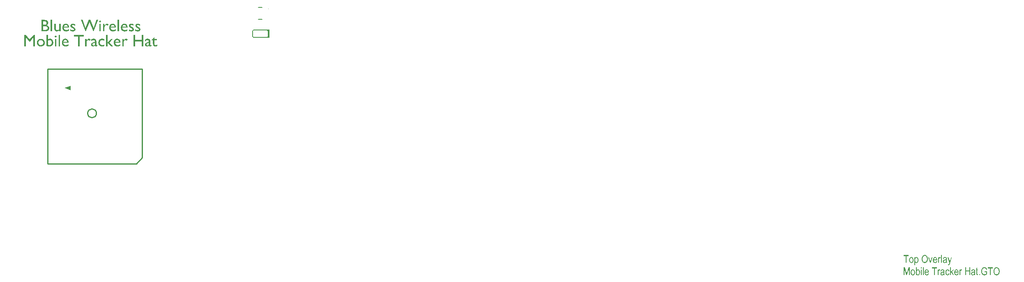
<source format=gto>
G04*
G04 #@! TF.GenerationSoftware,Altium Limited,Altium Designer,21.5.0 (25)*
G04*
G04 Layer_Color=65535*
%FSLAX25Y25*%
%MOIN*%
G70*
G04*
G04 #@! TF.SameCoordinates,B52814C9-DCD9-4C92-8852-15DF41944D51*
G04*
G04*
G04 #@! TF.FilePolarity,Positive*
G04*
G01*
G75*
%ADD10C,0.00800*%
%ADD11C,0.00394*%
%ADD12C,0.01000*%
%ADD13C,0.00787*%
%ADD14R,0.02560X0.00730*%
%ADD15R,0.01800X0.06700*%
%ADD16R,0.02300X0.00650*%
G36*
X147624Y189782D02*
X147689Y189760D01*
X147769Y189739D01*
X147857Y189702D01*
X147944Y189651D01*
X148025Y189578D01*
X148032Y189571D01*
X148061Y189542D01*
X148098Y189498D01*
X148134Y189440D01*
X148178Y189367D01*
X148207Y189279D01*
X148236Y189185D01*
X148243Y189075D01*
Y189061D01*
Y189024D01*
X148229Y188973D01*
X148214Y188900D01*
X148192Y188827D01*
X148149Y188740D01*
X148098Y188653D01*
X148025Y188572D01*
X148017Y188565D01*
X147988Y188543D01*
X147944Y188507D01*
X147879Y188470D01*
X147806Y188426D01*
X147719Y188397D01*
X147624Y188368D01*
X147514Y188361D01*
X147471D01*
X147412Y188375D01*
X147347Y188390D01*
X147274Y188412D01*
X147194Y188448D01*
X147106Y188499D01*
X147026Y188572D01*
X147019Y188580D01*
X146997Y188609D01*
X146960Y188660D01*
X146924Y188718D01*
X146880Y188791D01*
X146851Y188878D01*
X146822Y188973D01*
X146815Y189075D01*
Y189090D01*
Y189119D01*
X146829Y189177D01*
X146844Y189243D01*
X146865Y189316D01*
X146902Y189403D01*
X146953Y189483D01*
X147026Y189571D01*
X147033Y189578D01*
X147062Y189607D01*
X147106Y189644D01*
X147164Y189680D01*
X147237Y189724D01*
X147325Y189753D01*
X147412Y189782D01*
X147514Y189790D01*
X147565D01*
X147624Y189782D01*
D02*
G37*
G36*
X153040Y187333D02*
X153091D01*
X153157Y187318D01*
X153230Y187304D01*
X153317Y187282D01*
X153412Y187253D01*
X153514Y187216D01*
X153623Y187173D01*
X153747Y187114D01*
X153871Y187049D01*
X154002Y186969D01*
X154134Y186874D01*
X154272Y186772D01*
X154411Y186648D01*
X153769Y185591D01*
X153762Y185598D01*
X153740Y185620D01*
X153711Y185649D01*
X153660Y185685D01*
X153609Y185729D01*
X153543Y185780D01*
X153463Y185831D01*
X153383Y185890D01*
X153200Y185999D01*
X153004Y186094D01*
X152902Y186130D01*
X152800Y186167D01*
X152698Y186181D01*
X152595Y186188D01*
X152537D01*
X152501Y186181D01*
X152450Y186174D01*
X152391Y186159D01*
X152253Y186116D01*
X152173Y186086D01*
X152093Y186050D01*
X152005Y186006D01*
X151925Y185955D01*
X151837Y185890D01*
X151750Y185809D01*
X151662Y185729D01*
X151582Y185627D01*
X151575Y185620D01*
X151568Y185605D01*
X151546Y185569D01*
X151517Y185532D01*
X151487Y185474D01*
X151451Y185408D01*
X151407Y185336D01*
X151371Y185255D01*
X151334Y185161D01*
X151291Y185058D01*
X151254Y184956D01*
X151225Y184840D01*
X151196Y184716D01*
X151181Y184585D01*
X151167Y184446D01*
X151159Y184308D01*
Y181122D01*
X149949D01*
Y187224D01*
X151159D01*
Y185817D01*
X151225Y185926D01*
Y185933D01*
X151232Y185941D01*
X151261Y185984D01*
X151312Y186057D01*
X151378Y186145D01*
X151458Y186254D01*
X151546Y186371D01*
X151655Y186502D01*
X151772Y186633D01*
X151903Y186764D01*
X152034Y186896D01*
X152180Y187012D01*
X152333Y187122D01*
X152486Y187209D01*
X152647Y187282D01*
X152814Y187326D01*
X152894Y187333D01*
X152974Y187340D01*
X153004D01*
X153040Y187333D01*
D02*
G37*
G36*
X178307Y187333D02*
X178387Y187326D01*
X178482Y187311D01*
X178599Y187296D01*
X178716Y187275D01*
X178854Y187253D01*
X178993Y187216D01*
X179146Y187173D01*
X179306Y187129D01*
X179474Y187063D01*
X179641Y186998D01*
X179816Y186917D01*
X179991Y186830D01*
Y185642D01*
X179977Y185649D01*
X179940Y185671D01*
X179889Y185700D01*
X179809Y185744D01*
X179722Y185795D01*
X179612Y185846D01*
X179496Y185904D01*
X179364Y185970D01*
X179233Y186028D01*
X179087Y186086D01*
X178942Y186137D01*
X178796Y186188D01*
X178650Y186232D01*
X178504Y186261D01*
X178366Y186283D01*
X178234Y186291D01*
X178176D01*
X178111Y186283D01*
X178030Y186269D01*
X177943Y186254D01*
X177848Y186225D01*
X177753Y186188D01*
X177666Y186137D01*
X177658Y186130D01*
X177637Y186108D01*
X177600Y186079D01*
X177564Y186035D01*
X177520Y185977D01*
X177491Y185911D01*
X177462Y185831D01*
X177454Y185744D01*
Y185737D01*
Y185707D01*
X177462Y185664D01*
X177476Y185612D01*
X177498Y185554D01*
X177535Y185481D01*
X177578Y185408D01*
X177644Y185336D01*
X177651Y185328D01*
X177680Y185299D01*
X177731Y185263D01*
X177804Y185204D01*
X177899Y185139D01*
X178016Y185058D01*
X178162Y184971D01*
X178329Y184876D01*
X178759Y184628D01*
X178767D01*
X178774Y184621D01*
X178796Y184607D01*
X178825Y184592D01*
X178898Y184541D01*
X179000Y184475D01*
X179116Y184395D01*
X179240Y184300D01*
X179379Y184191D01*
X179525Y184067D01*
X179671Y183929D01*
X179809Y183783D01*
X179933Y183630D01*
X180050Y183462D01*
X180152Y183287D01*
X180225Y183105D01*
X180254Y183010D01*
X180276Y182915D01*
X180283Y182813D01*
X180290Y182718D01*
Y182711D01*
Y182682D01*
X180283Y182645D01*
Y182595D01*
X180276Y182529D01*
X180261Y182456D01*
X180239Y182376D01*
X180217Y182281D01*
X180188Y182186D01*
X180144Y182091D01*
X180101Y181982D01*
X180042Y181880D01*
X179977Y181778D01*
X179896Y181676D01*
X179802Y181581D01*
X179700Y181486D01*
X179692Y181479D01*
X179671Y181465D01*
X179641Y181443D01*
X179598Y181413D01*
X179539Y181377D01*
X179466Y181333D01*
X179386Y181297D01*
X179291Y181253D01*
X179189Y181202D01*
X179073Y181166D01*
X178949Y181122D01*
X178818Y181085D01*
X178672Y181056D01*
X178519Y181034D01*
X178358Y181020D01*
X178191Y181013D01*
X178052D01*
X178001Y181020D01*
X177870Y181027D01*
X177717Y181042D01*
X177556Y181056D01*
X177389Y181085D01*
X177228Y181122D01*
X177221D01*
X177207Y181129D01*
X177185Y181137D01*
X177155Y181144D01*
X177112Y181158D01*
X177061Y181173D01*
X177002Y181195D01*
X176937Y181217D01*
X176864Y181246D01*
X176784Y181275D01*
X176601Y181355D01*
X176397Y181443D01*
X176164Y181552D01*
Y182857D01*
X176171Y182850D01*
X176186Y182842D01*
X176215Y182820D01*
X176251Y182799D01*
X176295Y182769D01*
X176354Y182733D01*
X176412Y182689D01*
X176485Y182645D01*
X176638Y182558D01*
X176813Y182456D01*
X177002Y182361D01*
X177199Y182274D01*
X177207D01*
X177221Y182266D01*
X177250Y182252D01*
X177287Y182237D01*
X177330Y182223D01*
X177389Y182208D01*
X177513Y182164D01*
X177651Y182128D01*
X177804Y182091D01*
X177950Y182062D01*
X178096Y182055D01*
X178162D01*
X178227Y182062D01*
X178322Y182077D01*
X178424Y182099D01*
X178533Y182135D01*
X178643Y182179D01*
X178745Y182237D01*
X178759Y182245D01*
X178788Y182274D01*
X178832Y182310D01*
X178883Y182361D01*
X178934Y182427D01*
X178978Y182500D01*
X179007Y182587D01*
X179022Y182682D01*
Y182696D01*
Y182726D01*
X179014Y182777D01*
X179000Y182835D01*
X178978Y182908D01*
X178942Y182981D01*
X178898Y183054D01*
X178840Y183119D01*
X178832Y183127D01*
X178803Y183156D01*
X178752Y183192D01*
X178679Y183251D01*
X178635Y183280D01*
X178577Y183324D01*
X178519Y183360D01*
X178446Y183411D01*
X178366Y183455D01*
X178278Y183513D01*
X178183Y183571D01*
X178081Y183630D01*
X178067Y183637D01*
X178030Y183659D01*
X177972Y183695D01*
X177892Y183739D01*
X177804Y183797D01*
X177695Y183863D01*
X177578Y183936D01*
X177454Y184009D01*
X177199Y184184D01*
X176951Y184373D01*
X176835Y184468D01*
X176725Y184555D01*
X176638Y184650D01*
X176558Y184738D01*
X176550Y184745D01*
X176543Y184760D01*
X176529Y184782D01*
X176499Y184818D01*
X176478Y184862D01*
X176448Y184913D01*
X176412Y184971D01*
X176383Y185037D01*
X176317Y185190D01*
X176259Y185357D01*
X176215Y185547D01*
X176208Y185642D01*
X176200Y185744D01*
Y185751D01*
Y185773D01*
X176208Y185809D01*
Y185860D01*
X176215Y185919D01*
X176230Y185992D01*
X176244Y186072D01*
X176266Y186152D01*
X176295Y186240D01*
X176332Y186334D01*
X176375Y186429D01*
X176434Y186531D01*
X176492Y186626D01*
X176565Y186721D01*
X176653Y186808D01*
X176747Y186896D01*
X176754Y186903D01*
X176769Y186917D01*
X176806Y186939D01*
X176849Y186969D01*
X176900Y186998D01*
X176966Y187034D01*
X177039Y187078D01*
X177126Y187122D01*
X177228Y187158D01*
X177330Y187202D01*
X177447Y187238D01*
X177571Y187275D01*
X177702Y187296D01*
X177848Y187318D01*
X177994Y187333D01*
X178154Y187340D01*
X178242D01*
X178307Y187333D01*
D02*
G37*
G36*
X173080D02*
X173161Y187326D01*
X173255Y187311D01*
X173372Y187296D01*
X173489Y187275D01*
X173627Y187253D01*
X173766Y187216D01*
X173919Y187173D01*
X174079Y187129D01*
X174247Y187063D01*
X174414Y186998D01*
X174589Y186917D01*
X174764Y186830D01*
Y185642D01*
X174750Y185649D01*
X174713Y185671D01*
X174662Y185700D01*
X174582Y185744D01*
X174495Y185795D01*
X174385Y185846D01*
X174269Y185904D01*
X174137Y185970D01*
X174006Y186028D01*
X173860Y186086D01*
X173715Y186137D01*
X173569Y186188D01*
X173423Y186232D01*
X173277Y186261D01*
X173139Y186283D01*
X173008Y186291D01*
X172949D01*
X172883Y186283D01*
X172803Y186269D01*
X172716Y186254D01*
X172621Y186225D01*
X172526Y186188D01*
X172439Y186137D01*
X172432Y186130D01*
X172410Y186108D01*
X172373Y186079D01*
X172337Y186035D01*
X172293Y185977D01*
X172264Y185911D01*
X172235Y185831D01*
X172227Y185744D01*
Y185737D01*
Y185707D01*
X172235Y185664D01*
X172249Y185612D01*
X172271Y185554D01*
X172308Y185481D01*
X172351Y185408D01*
X172417Y185336D01*
X172424Y185328D01*
X172453Y185299D01*
X172504Y185263D01*
X172577Y185204D01*
X172672Y185139D01*
X172789Y185058D01*
X172935Y184971D01*
X173102Y184876D01*
X173532Y184628D01*
X173540D01*
X173547Y184621D01*
X173569Y184607D01*
X173598Y184592D01*
X173671Y184541D01*
X173773Y184475D01*
X173890Y184395D01*
X174013Y184300D01*
X174152Y184191D01*
X174298Y184067D01*
X174444Y183929D01*
X174582Y183783D01*
X174706Y183630D01*
X174823Y183462D01*
X174925Y183287D01*
X174998Y183105D01*
X175027Y183010D01*
X175049Y182915D01*
X175056Y182813D01*
X175063Y182718D01*
Y182711D01*
Y182682D01*
X175056Y182645D01*
Y182595D01*
X175049Y182529D01*
X175034Y182456D01*
X175012Y182376D01*
X174990Y182281D01*
X174961Y182186D01*
X174917Y182091D01*
X174874Y181982D01*
X174815Y181880D01*
X174750Y181778D01*
X174670Y181676D01*
X174575Y181581D01*
X174473Y181486D01*
X174466Y181479D01*
X174444Y181465D01*
X174414Y181443D01*
X174371Y181413D01*
X174312Y181377D01*
X174240Y181333D01*
X174159Y181297D01*
X174065Y181253D01*
X173962Y181202D01*
X173846Y181166D01*
X173722Y181122D01*
X173591Y181085D01*
X173445Y181056D01*
X173292Y181034D01*
X173131Y181020D01*
X172964Y181013D01*
X172825D01*
X172774Y181020D01*
X172643Y181027D01*
X172490Y181042D01*
X172329Y181056D01*
X172162Y181085D01*
X172001Y181122D01*
X171994D01*
X171980Y181129D01*
X171958Y181137D01*
X171929Y181144D01*
X171885Y181158D01*
X171834Y181173D01*
X171775Y181195D01*
X171710Y181217D01*
X171637Y181246D01*
X171557Y181275D01*
X171374Y181355D01*
X171170Y181443D01*
X170937Y181552D01*
Y182857D01*
X170944Y182850D01*
X170959Y182842D01*
X170988Y182820D01*
X171025Y182799D01*
X171068Y182769D01*
X171127Y182733D01*
X171185Y182689D01*
X171258Y182645D01*
X171411Y182558D01*
X171586Y182456D01*
X171775Y182361D01*
X171972Y182274D01*
X171980D01*
X171994Y182266D01*
X172023Y182252D01*
X172060Y182237D01*
X172104Y182223D01*
X172162Y182208D01*
X172286Y182164D01*
X172424Y182128D01*
X172577Y182091D01*
X172723Y182062D01*
X172869Y182055D01*
X172935D01*
X173000Y182062D01*
X173095Y182077D01*
X173197Y182099D01*
X173306Y182135D01*
X173416Y182179D01*
X173518Y182237D01*
X173532Y182245D01*
X173562Y182274D01*
X173605Y182310D01*
X173656Y182361D01*
X173707Y182427D01*
X173751Y182500D01*
X173780Y182587D01*
X173795Y182682D01*
Y182696D01*
Y182726D01*
X173787Y182777D01*
X173773Y182835D01*
X173751Y182908D01*
X173715Y182981D01*
X173671Y183054D01*
X173612Y183119D01*
X173605Y183127D01*
X173576Y183156D01*
X173525Y183192D01*
X173452Y183251D01*
X173408Y183280D01*
X173350Y183324D01*
X173292Y183360D01*
X173219Y183411D01*
X173139Y183455D01*
X173051Y183513D01*
X172956Y183571D01*
X172854Y183630D01*
X172840Y183637D01*
X172803Y183659D01*
X172745Y183695D01*
X172665Y183739D01*
X172577Y183797D01*
X172468Y183863D01*
X172351Y183936D01*
X172227Y184009D01*
X171972Y184184D01*
X171724Y184373D01*
X171608Y184468D01*
X171498Y184555D01*
X171411Y184650D01*
X171331Y184738D01*
X171324Y184745D01*
X171316Y184760D01*
X171302Y184782D01*
X171273Y184818D01*
X171251Y184862D01*
X171221Y184913D01*
X171185Y184971D01*
X171156Y185037D01*
X171090Y185190D01*
X171032Y185357D01*
X170988Y185547D01*
X170981Y185642D01*
X170974Y185744D01*
Y185751D01*
Y185773D01*
X170981Y185809D01*
Y185860D01*
X170988Y185919D01*
X171003Y185992D01*
X171017Y186072D01*
X171039Y186152D01*
X171068Y186240D01*
X171105Y186334D01*
X171149Y186429D01*
X171207Y186531D01*
X171265Y186626D01*
X171338Y186721D01*
X171425Y186808D01*
X171520Y186896D01*
X171528Y186903D01*
X171542Y186917D01*
X171579Y186939D01*
X171622Y186969D01*
X171673Y186998D01*
X171739Y187034D01*
X171812Y187078D01*
X171899Y187122D01*
X172001Y187158D01*
X172104Y187202D01*
X172220Y187238D01*
X172344Y187275D01*
X172475Y187296D01*
X172621Y187318D01*
X172767Y187333D01*
X172927Y187340D01*
X173015D01*
X173080Y187333D01*
D02*
G37*
G36*
X125593Y187333D02*
X125673Y187326D01*
X125768Y187311D01*
X125885Y187296D01*
X126002Y187275D01*
X126140Y187253D01*
X126279Y187216D01*
X126432Y187173D01*
X126592Y187129D01*
X126760Y187063D01*
X126927Y186998D01*
X127102Y186917D01*
X127277Y186830D01*
Y185642D01*
X127263Y185649D01*
X127226Y185671D01*
X127175Y185700D01*
X127095Y185744D01*
X127008Y185795D01*
X126898Y185846D01*
X126782Y185904D01*
X126650Y185970D01*
X126519Y186028D01*
X126373Y186086D01*
X126227Y186137D01*
X126082Y186188D01*
X125936Y186232D01*
X125790Y186261D01*
X125652Y186283D01*
X125520Y186291D01*
X125462D01*
X125397Y186283D01*
X125316Y186269D01*
X125229Y186254D01*
X125134Y186225D01*
X125039Y186188D01*
X124952Y186137D01*
X124944Y186130D01*
X124923Y186108D01*
X124886Y186079D01*
X124850Y186035D01*
X124806Y185977D01*
X124777Y185911D01*
X124748Y185831D01*
X124740Y185744D01*
Y185737D01*
Y185707D01*
X124748Y185664D01*
X124762Y185612D01*
X124784Y185554D01*
X124821Y185481D01*
X124864Y185408D01*
X124930Y185336D01*
X124937Y185328D01*
X124966Y185299D01*
X125017Y185263D01*
X125090Y185204D01*
X125185Y185139D01*
X125302Y185058D01*
X125447Y184971D01*
X125615Y184876D01*
X126045Y184628D01*
X126053D01*
X126060Y184621D01*
X126082Y184607D01*
X126111Y184592D01*
X126184Y184541D01*
X126286Y184475D01*
X126402Y184395D01*
X126526Y184300D01*
X126665Y184191D01*
X126811Y184067D01*
X126956Y183929D01*
X127095Y183783D01*
X127219Y183630D01*
X127336Y183462D01*
X127438Y183287D01*
X127511Y183105D01*
X127540Y183010D01*
X127562Y182915D01*
X127569Y182813D01*
X127576Y182718D01*
Y182711D01*
Y182682D01*
X127569Y182645D01*
Y182595D01*
X127562Y182529D01*
X127547Y182456D01*
X127525Y182376D01*
X127503Y182281D01*
X127474Y182186D01*
X127430Y182091D01*
X127387Y181982D01*
X127328Y181880D01*
X127263Y181778D01*
X127182Y181676D01*
X127088Y181581D01*
X126986Y181486D01*
X126978Y181479D01*
X126956Y181465D01*
X126927Y181443D01*
X126884Y181413D01*
X126825Y181377D01*
X126752Y181333D01*
X126672Y181297D01*
X126577Y181253D01*
X126475Y181202D01*
X126359Y181166D01*
X126235Y181122D01*
X126104Y181085D01*
X125958Y181056D01*
X125805Y181034D01*
X125644Y181020D01*
X125477Y181012D01*
X125338D01*
X125287Y181020D01*
X125156Y181027D01*
X125003Y181042D01*
X124842Y181056D01*
X124675Y181085D01*
X124514Y181122D01*
X124507D01*
X124493Y181129D01*
X124471Y181137D01*
X124442Y181144D01*
X124398Y181158D01*
X124347Y181173D01*
X124288Y181195D01*
X124223Y181217D01*
X124150Y181246D01*
X124070Y181275D01*
X123887Y181355D01*
X123683Y181443D01*
X123450Y181552D01*
Y182857D01*
X123457Y182850D01*
X123472Y182842D01*
X123501Y182820D01*
X123538Y182799D01*
X123581Y182769D01*
X123640Y182733D01*
X123698Y182689D01*
X123771Y182645D01*
X123924Y182558D01*
X124099Y182456D01*
X124288Y182361D01*
X124485Y182274D01*
X124493D01*
X124507Y182266D01*
X124536Y182252D01*
X124573Y182237D01*
X124617Y182223D01*
X124675Y182208D01*
X124799Y182164D01*
X124937Y182128D01*
X125090Y182091D01*
X125236Y182062D01*
X125382Y182055D01*
X125447D01*
X125513Y182062D01*
X125608Y182077D01*
X125710Y182099D01*
X125819Y182135D01*
X125929Y182179D01*
X126031Y182237D01*
X126045Y182245D01*
X126075Y182274D01*
X126118Y182310D01*
X126169Y182361D01*
X126220Y182427D01*
X126264Y182500D01*
X126293Y182587D01*
X126308Y182682D01*
Y182696D01*
Y182726D01*
X126300Y182777D01*
X126286Y182835D01*
X126264Y182908D01*
X126227Y182981D01*
X126184Y183054D01*
X126126Y183119D01*
X126118Y183127D01*
X126089Y183156D01*
X126038Y183192D01*
X125965Y183251D01*
X125921Y183280D01*
X125863Y183324D01*
X125805Y183360D01*
X125732Y183411D01*
X125652Y183455D01*
X125564Y183513D01*
X125469Y183571D01*
X125367Y183630D01*
X125353Y183637D01*
X125316Y183659D01*
X125258Y183695D01*
X125178Y183739D01*
X125090Y183797D01*
X124981Y183863D01*
X124864Y183936D01*
X124740Y184009D01*
X124485Y184184D01*
X124237Y184373D01*
X124121Y184468D01*
X124011Y184555D01*
X123924Y184650D01*
X123844Y184738D01*
X123836Y184745D01*
X123829Y184760D01*
X123815Y184782D01*
X123785Y184818D01*
X123764Y184862D01*
X123734Y184913D01*
X123698Y184971D01*
X123669Y185037D01*
X123603Y185190D01*
X123545Y185357D01*
X123501Y185547D01*
X123494Y185642D01*
X123486Y185744D01*
Y185751D01*
Y185773D01*
X123494Y185809D01*
Y185860D01*
X123501Y185919D01*
X123516Y185992D01*
X123530Y186072D01*
X123552Y186152D01*
X123581Y186240D01*
X123618Y186334D01*
X123661Y186429D01*
X123720Y186531D01*
X123778Y186626D01*
X123851Y186721D01*
X123939Y186808D01*
X124033Y186896D01*
X124040Y186903D01*
X124055Y186917D01*
X124092Y186939D01*
X124135Y186969D01*
X124186Y186998D01*
X124252Y187034D01*
X124325Y187078D01*
X124412Y187122D01*
X124514Y187158D01*
X124617Y187202D01*
X124733Y187238D01*
X124857Y187275D01*
X124988Y187296D01*
X125134Y187318D01*
X125280Y187333D01*
X125440Y187340D01*
X125528D01*
X125593Y187333D01*
D02*
G37*
G36*
X142287Y181085D02*
X141989D01*
X138963Y188616D01*
X135916Y181085D01*
X135617D01*
X131892Y190387D01*
X133226D01*
X135777Y184001D01*
X138344Y190387D01*
X139605D01*
X142178Y184001D01*
X144700Y190387D01*
X146027D01*
X142287Y181085D01*
D02*
G37*
G36*
X115540Y181122D02*
X114330D01*
Y181895D01*
X114323Y181887D01*
X114316Y181880D01*
X114294Y181858D01*
X114265Y181829D01*
X114228Y181793D01*
X114184Y181749D01*
X114075Y181661D01*
X113944Y181552D01*
X113798Y181443D01*
X113630Y181341D01*
X113448Y181246D01*
X113441D01*
X113426Y181238D01*
X113397Y181224D01*
X113361Y181209D01*
X113317Y181195D01*
X113266Y181173D01*
X113142Y181129D01*
X112989Y181085D01*
X112821Y181049D01*
X112646Y181020D01*
X112464Y181012D01*
X112406D01*
X112369Y181020D01*
X112318D01*
X112260Y181027D01*
X112187Y181034D01*
X112114Y181049D01*
X111954Y181085D01*
X111772Y181129D01*
X111589Y181202D01*
X111400Y181297D01*
X111392D01*
X111378Y181311D01*
X111356Y181326D01*
X111319Y181348D01*
X111232Y181413D01*
X111130Y181501D01*
X111013Y181618D01*
X110889Y181749D01*
X110773Y181902D01*
X110671Y182077D01*
Y182084D01*
X110663Y182099D01*
X110649Y182128D01*
X110634Y182172D01*
X110612Y182230D01*
X110591Y182296D01*
X110569Y182376D01*
X110547Y182471D01*
X110525Y182573D01*
X110503Y182696D01*
X110481Y182835D01*
X110459Y182981D01*
X110445Y183149D01*
X110430Y183324D01*
X110423Y183513D01*
Y183724D01*
Y187224D01*
X111633D01*
Y183739D01*
Y183732D01*
Y183695D01*
Y183651D01*
X111640Y183586D01*
Y183506D01*
X111647Y183418D01*
X111655Y183316D01*
X111669Y183214D01*
X111699Y182988D01*
X111750Y182769D01*
X111779Y182660D01*
X111815Y182565D01*
X111859Y182478D01*
X111903Y182398D01*
Y182390D01*
X111917Y182383D01*
X111954Y182339D01*
X111990Y182310D01*
X112027Y182281D01*
X112070Y182245D01*
X112129Y182208D01*
X112187Y182172D01*
X112260Y182135D01*
X112340Y182106D01*
X112428Y182077D01*
X112522Y182055D01*
X112624Y182033D01*
X112741Y182026D01*
X112865Y182019D01*
X112901D01*
X112945Y182026D01*
X113011Y182033D01*
X113084Y182048D01*
X113171Y182062D01*
X113266Y182091D01*
X113368Y182121D01*
X113485Y182164D01*
X113601Y182223D01*
X113725Y182288D01*
X113849Y182376D01*
X113973Y182471D01*
X114097Y182580D01*
X114214Y182711D01*
X114330Y182857D01*
Y187224D01*
X115540D01*
Y181122D01*
D02*
G37*
G36*
X162991D02*
X161781D01*
Y190387D01*
X162991D01*
Y181122D01*
D02*
G37*
G36*
X148134D02*
X146924D01*
Y187224D01*
X148134D01*
Y181122D01*
D02*
G37*
G36*
X108710Y181122D02*
X107500D01*
Y190387D01*
X108710D01*
Y181122D01*
D02*
G37*
G36*
X102608Y190380D02*
X102703D01*
X102812Y190373D01*
X102936Y190358D01*
X103075Y190351D01*
X103213Y190329D01*
X103359Y190315D01*
X103658Y190256D01*
X103942Y190176D01*
X104080Y190132D01*
X104204Y190074D01*
X104212D01*
X104234Y190059D01*
X104270Y190045D01*
X104314Y190016D01*
X104365Y189987D01*
X104430Y189950D01*
X104569Y189855D01*
X104729Y189731D01*
X104897Y189586D01*
X105050Y189418D01*
X105123Y189330D01*
X105189Y189228D01*
X105196Y189221D01*
X105203Y189207D01*
X105218Y189177D01*
X105240Y189134D01*
X105269Y189083D01*
X105298Y189017D01*
X105327Y188951D01*
X105364Y188871D01*
X105393Y188784D01*
X105422Y188689D01*
X105451Y188579D01*
X105480Y188470D01*
X105517Y188237D01*
X105531Y188106D01*
Y187975D01*
Y187967D01*
Y187960D01*
Y187916D01*
X105524Y187843D01*
X105509Y187756D01*
X105488Y187639D01*
X105458Y187515D01*
X105415Y187369D01*
X105356Y187216D01*
X105283Y187063D01*
X105189Y186896D01*
X105072Y186735D01*
X104933Y186575D01*
X104773Y186422D01*
X104584Y186276D01*
X104481Y186203D01*
X104365Y186137D01*
X104248Y186079D01*
X104117Y186021D01*
X104131D01*
X104161Y186013D01*
X104212Y185999D01*
X104285Y185984D01*
X104372Y185955D01*
X104467Y185926D01*
X104576Y185889D01*
X104700Y185846D01*
X104824Y185795D01*
X104955Y185736D01*
X105087Y185664D01*
X105225Y185591D01*
X105356Y185503D01*
X105488Y185408D01*
X105611Y185299D01*
X105728Y185182D01*
X105735Y185175D01*
X105757Y185153D01*
X105786Y185117D01*
X105823Y185066D01*
X105867Y185007D01*
X105918Y184934D01*
X105976Y184847D01*
X106034Y184752D01*
X106085Y184643D01*
X106144Y184526D01*
X106195Y184395D01*
X106238Y184264D01*
X106275Y184118D01*
X106304Y183965D01*
X106326Y183812D01*
X106333Y183644D01*
Y183637D01*
Y183615D01*
Y183579D01*
X106326Y183528D01*
X106319Y183462D01*
X106311Y183389D01*
X106304Y183309D01*
X106289Y183221D01*
X106246Y183025D01*
X106180Y182813D01*
X106136Y182704D01*
X106085Y182595D01*
X106027Y182485D01*
X105961Y182376D01*
X105954Y182369D01*
X105947Y182354D01*
X105925Y182325D01*
X105896Y182281D01*
X105852Y182237D01*
X105808Y182179D01*
X105757Y182121D01*
X105692Y182055D01*
X105619Y181982D01*
X105538Y181909D01*
X105451Y181836D01*
X105356Y181763D01*
X105254Y181683D01*
X105138Y181610D01*
X105021Y181537D01*
X104890Y181472D01*
X104882Y181465D01*
X104860Y181457D01*
X104817Y181443D01*
X104766Y181421D01*
X104693Y181392D01*
X104613Y181362D01*
X104518Y181333D01*
X104409Y181297D01*
X104285Y181268D01*
X104153Y181231D01*
X104008Y181202D01*
X103847Y181180D01*
X103687Y181151D01*
X103505Y181137D01*
X103322Y181129D01*
X103126Y181122D01*
X99991D01*
Y190387D01*
X102528D01*
X102608Y190380D01*
D02*
G37*
G36*
X167380Y187333D02*
X167467Y187326D01*
X167569Y187311D01*
X167686Y187296D01*
X167817Y187267D01*
X167963Y187231D01*
X168116Y187187D01*
X168269Y187129D01*
X168429Y187063D01*
X168597Y186983D01*
X168757Y186881D01*
X168911Y186772D01*
X169064Y186640D01*
X169202Y186487D01*
X169209Y186480D01*
X169231Y186451D01*
X169268Y186400D01*
X169319Y186334D01*
X169370Y186247D01*
X169435Y186145D01*
X169501Y186021D01*
X169567Y185890D01*
X169632Y185729D01*
X169698Y185562D01*
X169763Y185372D01*
X169815Y185168D01*
X169866Y184956D01*
X169902Y184723D01*
X169924Y184475D01*
X169931Y184213D01*
Y184067D01*
X165637Y184067D01*
Y184060D01*
Y184031D01*
X165645Y183980D01*
X165652Y183921D01*
X165666Y183848D01*
X165681Y183761D01*
X165703Y183666D01*
X165725Y183564D01*
X165761Y183455D01*
X165798Y183338D01*
X165849Y183221D01*
X165900Y183105D01*
X165965Y182988D01*
X166038Y182879D01*
X166126Y182769D01*
X166220Y182667D01*
X166228Y182660D01*
X166242Y182645D01*
X166279Y182624D01*
X166315Y182587D01*
X166374Y182551D01*
X166439Y182507D01*
X166512Y182463D01*
X166600Y182412D01*
X166694Y182369D01*
X166796Y182317D01*
X166913Y182274D01*
X167037Y182237D01*
X167168Y182201D01*
X167307Y182179D01*
X167460Y182164D01*
X167613Y182157D01*
X167664D01*
X167729Y182164D01*
X167817Y182172D01*
X167919Y182179D01*
X168043Y182194D01*
X168182Y182215D01*
X168335Y182252D01*
X168502Y182288D01*
X168677Y182339D01*
X168860Y182398D01*
X169049Y182471D01*
X169238Y182551D01*
X169435Y182653D01*
X169632Y182762D01*
X169822Y182893D01*
Y181712D01*
X169815Y181705D01*
X169800Y181698D01*
X169763Y181676D01*
X169727Y181654D01*
X169676Y181625D01*
X169618Y181588D01*
X169545Y181545D01*
X169472Y181508D01*
X169304Y181421D01*
X169115Y181333D01*
X168918Y181246D01*
X168714Y181180D01*
X168706D01*
X168692Y181173D01*
X168655Y181166D01*
X168619Y181158D01*
X168568Y181144D01*
X168502Y181129D01*
X168429Y181115D01*
X168349Y181107D01*
X168262Y181093D01*
X168160Y181078D01*
X168058Y181064D01*
X167941Y181049D01*
X167700Y181034D01*
X167431Y181027D01*
X167336D01*
X167263Y181034D01*
X167175Y181042D01*
X167081Y181049D01*
X166964Y181064D01*
X166847Y181078D01*
X166716Y181100D01*
X166585Y181129D01*
X166446Y181166D01*
X166308Y181202D01*
X166177Y181253D01*
X166038Y181304D01*
X165914Y181370D01*
X165790Y181443D01*
X165783Y181450D01*
X165761Y181465D01*
X165732Y181486D01*
X165688Y181516D01*
X165637Y181559D01*
X165572Y181610D01*
X165506Y181669D01*
X165433Y181741D01*
X165360Y181814D01*
X165273Y181902D01*
X165193Y181989D01*
X165112Y182091D01*
X165032Y182201D01*
X164952Y182317D01*
X164799Y182565D01*
X164792Y182573D01*
X164784Y182595D01*
X164762Y182638D01*
X164741Y182689D01*
X164711Y182755D01*
X164682Y182835D01*
X164646Y182930D01*
X164617Y183032D01*
X164580Y183149D01*
X164544Y183272D01*
X164515Y183411D01*
X164486Y183549D01*
X164464Y183703D01*
X164442Y183863D01*
X164434Y184031D01*
X164427Y184198D01*
Y184206D01*
Y184213D01*
Y184235D01*
Y184257D01*
X164434Y184329D01*
X164442Y184432D01*
X164449Y184548D01*
X164471Y184687D01*
X164493Y184840D01*
X164529Y185008D01*
X164566Y185182D01*
X164617Y185365D01*
X164682Y185554D01*
X164762Y185744D01*
X164850Y185933D01*
X164952Y186116D01*
X165076Y186298D01*
X165215Y186466D01*
X165222Y186473D01*
X165251Y186502D01*
X165295Y186546D01*
X165360Y186604D01*
X165433Y186670D01*
X165528Y186742D01*
X165637Y186823D01*
X165769Y186903D01*
X165907Y186983D01*
X166060Y187063D01*
X166228Y187136D01*
X166410Y187202D01*
X166607Y187260D01*
X166811Y187304D01*
X167030Y187333D01*
X167263Y187340D01*
X167314D01*
X167380Y187333D01*
D02*
G37*
G36*
X157903Y187333D02*
X157990Y187326D01*
X158092Y187311D01*
X158209Y187296D01*
X158340Y187267D01*
X158486Y187231D01*
X158639Y187187D01*
X158792Y187129D01*
X158952Y187063D01*
X159120Y186983D01*
X159280Y186881D01*
X159433Y186772D01*
X159587Y186640D01*
X159725Y186487D01*
X159732Y186480D01*
X159754Y186451D01*
X159791Y186400D01*
X159842Y186334D01*
X159893Y186247D01*
X159958Y186145D01*
X160024Y186021D01*
X160090Y185890D01*
X160155Y185729D01*
X160221Y185562D01*
X160286Y185372D01*
X160337Y185168D01*
X160389Y184956D01*
X160425Y184723D01*
X160447Y184475D01*
X160454Y184213D01*
Y184067D01*
X156160D01*
Y184060D01*
Y184031D01*
X156168Y183980D01*
X156175Y183921D01*
X156189Y183848D01*
X156204Y183761D01*
X156226Y183666D01*
X156248Y183564D01*
X156284Y183455D01*
X156321Y183338D01*
X156372Y183221D01*
X156423Y183105D01*
X156488Y182988D01*
X156561Y182879D01*
X156649Y182769D01*
X156744Y182667D01*
X156751Y182660D01*
X156765Y182645D01*
X156802Y182624D01*
X156838Y182587D01*
X156897Y182551D01*
X156962Y182507D01*
X157035Y182463D01*
X157123Y182412D01*
X157217Y182369D01*
X157319Y182317D01*
X157436Y182274D01*
X157560Y182237D01*
X157691Y182201D01*
X157830Y182179D01*
X157983Y182164D01*
X158136Y182157D01*
X158187D01*
X158253Y182164D01*
X158340Y182172D01*
X158442Y182179D01*
X158566Y182194D01*
X158704Y182215D01*
X158858Y182252D01*
X159025Y182288D01*
X159200Y182339D01*
X159382Y182398D01*
X159572Y182471D01*
X159762Y182551D01*
X159958Y182653D01*
X160155Y182762D01*
X160345Y182893D01*
Y181712D01*
X160337Y181705D01*
X160323Y181698D01*
X160286Y181676D01*
X160250Y181654D01*
X160199Y181625D01*
X160141Y181588D01*
X160068Y181545D01*
X159995Y181508D01*
X159827Y181421D01*
X159638Y181333D01*
X159441Y181246D01*
X159237Y181180D01*
X159229D01*
X159215Y181173D01*
X159178Y181166D01*
X159142Y181158D01*
X159091Y181144D01*
X159025Y181129D01*
X158952Y181115D01*
X158872Y181107D01*
X158785Y181093D01*
X158683Y181078D01*
X158581Y181064D01*
X158464Y181049D01*
X158223Y181034D01*
X157954Y181027D01*
X157859D01*
X157786Y181034D01*
X157699Y181042D01*
X157604Y181049D01*
X157487Y181064D01*
X157370Y181078D01*
X157239Y181100D01*
X157108Y181129D01*
X156969Y181166D01*
X156831Y181202D01*
X156700Y181253D01*
X156561Y181304D01*
X156437Y181370D01*
X156313Y181443D01*
X156306Y181450D01*
X156284Y181465D01*
X156255Y181486D01*
X156211Y181516D01*
X156160Y181559D01*
X156095Y181610D01*
X156029Y181669D01*
X155956Y181741D01*
X155883Y181814D01*
X155796Y181902D01*
X155716Y181989D01*
X155635Y182091D01*
X155555Y182201D01*
X155475Y182317D01*
X155322Y182565D01*
X155315Y182573D01*
X155307Y182595D01*
X155286Y182638D01*
X155264Y182689D01*
X155234Y182755D01*
X155205Y182835D01*
X155169Y182930D01*
X155140Y183032D01*
X155103Y183149D01*
X155067Y183272D01*
X155038Y183411D01*
X155008Y183549D01*
X154987Y183703D01*
X154965Y183863D01*
X154957Y184031D01*
X154950Y184198D01*
Y184206D01*
Y184213D01*
Y184235D01*
Y184257D01*
X154957Y184329D01*
X154965Y184432D01*
X154972Y184548D01*
X154994Y184687D01*
X155016Y184840D01*
X155052Y185008D01*
X155089Y185182D01*
X155140Y185365D01*
X155205Y185554D01*
X155286Y185744D01*
X155373Y185933D01*
X155475Y186116D01*
X155599Y186298D01*
X155737Y186466D01*
X155745Y186473D01*
X155774Y186502D01*
X155818Y186546D01*
X155883Y186604D01*
X155956Y186670D01*
X156051Y186742D01*
X156160Y186823D01*
X156291Y186903D01*
X156430Y186983D01*
X156583Y187063D01*
X156751Y187136D01*
X156933Y187202D01*
X157130Y187260D01*
X157334Y187304D01*
X157553Y187333D01*
X157786Y187340D01*
X157837D01*
X157903Y187333D01*
D02*
G37*
G36*
X119893D02*
X119980Y187326D01*
X120082Y187311D01*
X120199Y187296D01*
X120330Y187267D01*
X120476Y187231D01*
X120629Y187187D01*
X120782Y187129D01*
X120942Y187063D01*
X121110Y186983D01*
X121270Y186881D01*
X121423Y186772D01*
X121576Y186640D01*
X121715Y186487D01*
X121722Y186480D01*
X121744Y186451D01*
X121781Y186400D01*
X121832Y186334D01*
X121883Y186247D01*
X121948Y186145D01*
X122014Y186021D01*
X122080Y185890D01*
X122145Y185729D01*
X122211Y185562D01*
X122276Y185372D01*
X122327Y185168D01*
X122378Y184956D01*
X122415Y184723D01*
X122437Y184475D01*
X122444Y184213D01*
Y184067D01*
X118150D01*
Y184060D01*
Y184031D01*
X118157Y183980D01*
X118165Y183921D01*
X118179Y183848D01*
X118194Y183761D01*
X118216Y183666D01*
X118238Y183564D01*
X118274Y183455D01*
X118311Y183338D01*
X118362Y183221D01*
X118413Y183105D01*
X118478Y182988D01*
X118551Y182879D01*
X118639Y182769D01*
X118733Y182667D01*
X118741Y182660D01*
X118755Y182645D01*
X118792Y182624D01*
X118828Y182587D01*
X118886Y182551D01*
X118952Y182507D01*
X119025Y182463D01*
X119113Y182412D01*
X119207Y182369D01*
X119309Y182317D01*
X119426Y182274D01*
X119550Y182237D01*
X119681Y182201D01*
X119820Y182179D01*
X119973Y182164D01*
X120126Y182157D01*
X120177D01*
X120243Y182164D01*
X120330Y182172D01*
X120432Y182179D01*
X120556Y182194D01*
X120694Y182215D01*
X120847Y182252D01*
X121015Y182288D01*
X121190Y182339D01*
X121372Y182398D01*
X121562Y182471D01*
X121751Y182551D01*
X121948Y182653D01*
X122145Y182762D01*
X122335Y182893D01*
Y181712D01*
X122327Y181705D01*
X122313Y181698D01*
X122276Y181676D01*
X122240Y181654D01*
X122189Y181625D01*
X122131Y181588D01*
X122058Y181545D01*
X121985Y181508D01*
X121817Y181421D01*
X121627Y181333D01*
X121431Y181246D01*
X121227Y181180D01*
X121219D01*
X121205Y181173D01*
X121168Y181166D01*
X121132Y181158D01*
X121081Y181144D01*
X121015Y181129D01*
X120942Y181115D01*
X120862Y181107D01*
X120775Y181093D01*
X120673Y181078D01*
X120571Y181064D01*
X120454Y181049D01*
X120213Y181034D01*
X119944Y181027D01*
X119849D01*
X119776Y181034D01*
X119688Y181042D01*
X119594Y181049D01*
X119477Y181064D01*
X119360Y181078D01*
X119229Y181100D01*
X119098Y181129D01*
X118959Y181166D01*
X118821Y181202D01*
X118690Y181253D01*
X118551Y181304D01*
X118427Y181370D01*
X118303Y181443D01*
X118296Y181450D01*
X118274Y181465D01*
X118245Y181486D01*
X118201Y181516D01*
X118150Y181559D01*
X118085Y181610D01*
X118019Y181669D01*
X117946Y181741D01*
X117873Y181814D01*
X117786Y181902D01*
X117706Y181989D01*
X117625Y182091D01*
X117545Y182201D01*
X117465Y182317D01*
X117312Y182565D01*
X117305Y182573D01*
X117297Y182595D01*
X117275Y182638D01*
X117253Y182689D01*
X117224Y182755D01*
X117195Y182835D01*
X117159Y182930D01*
X117130Y183032D01*
X117093Y183149D01*
X117057Y183272D01*
X117028Y183411D01*
X116998Y183549D01*
X116976Y183703D01*
X116955Y183863D01*
X116947Y184031D01*
X116940Y184198D01*
Y184206D01*
Y184213D01*
Y184235D01*
Y184257D01*
X116947Y184329D01*
X116955Y184432D01*
X116962Y184548D01*
X116984Y184687D01*
X117006Y184840D01*
X117042Y185008D01*
X117079Y185182D01*
X117130Y185365D01*
X117195Y185554D01*
X117275Y185744D01*
X117363Y185933D01*
X117465Y186116D01*
X117589Y186298D01*
X117727Y186466D01*
X117735Y186473D01*
X117764Y186502D01*
X117808Y186546D01*
X117873Y186604D01*
X117946Y186670D01*
X118041Y186742D01*
X118150Y186823D01*
X118281Y186903D01*
X118420Y186983D01*
X118573Y187063D01*
X118741Y187136D01*
X118923Y187202D01*
X119120Y187260D01*
X119324Y187304D01*
X119543Y187333D01*
X119776Y187340D01*
X119827D01*
X119893Y187333D01*
D02*
G37*
G36*
X111618Y177575D02*
X111684Y177553D01*
X111764Y177531D01*
X111852Y177495D01*
X111939Y177444D01*
X112019Y177371D01*
X112027Y177364D01*
X112056Y177334D01*
X112092Y177291D01*
X112129Y177233D01*
X112172Y177160D01*
X112202Y177072D01*
X112231Y176977D01*
X112238Y176868D01*
Y176853D01*
Y176817D01*
X112223Y176766D01*
X112209Y176693D01*
X112187Y176620D01*
X112143Y176533D01*
X112092Y176445D01*
X112019Y176365D01*
X112012Y176358D01*
X111983Y176336D01*
X111939Y176299D01*
X111873Y176263D01*
X111801Y176219D01*
X111713Y176190D01*
X111618Y176161D01*
X111509Y176154D01*
X111465D01*
X111407Y176168D01*
X111341Y176183D01*
X111268Y176205D01*
X111188Y176241D01*
X111101Y176292D01*
X111021Y176365D01*
X111013Y176372D01*
X110991Y176401D01*
X110955Y176453D01*
X110918Y176511D01*
X110875Y176584D01*
X110846Y176671D01*
X110817Y176766D01*
X110809Y176868D01*
Y176883D01*
Y176912D01*
X110824Y176970D01*
X110838Y177036D01*
X110860Y177109D01*
X110897Y177196D01*
X110948Y177276D01*
X111021Y177364D01*
X111028Y177371D01*
X111057Y177400D01*
X111101Y177437D01*
X111159Y177473D01*
X111232Y177517D01*
X111319Y177546D01*
X111407Y177575D01*
X111509Y177582D01*
X111560D01*
X111618Y177575D01*
D02*
G37*
G36*
X94764Y168915D02*
X93430D01*
Y176124D01*
X90572Y172545D01*
X90332D01*
X87459Y176124D01*
Y168915D01*
X86133D01*
Y178180D01*
X87394D01*
X90456Y174375D01*
X93517Y178180D01*
X94764D01*
Y168915D01*
D02*
G37*
G36*
X182630Y168915D02*
X181304D01*
Y172946D01*
X176098D01*
Y168915D01*
X174772D01*
Y178180D01*
X176098D01*
Y174171D01*
X181304D01*
Y178180D01*
X182630D01*
Y168915D01*
D02*
G37*
G36*
X168619Y175126D02*
X168670D01*
X168736Y175111D01*
X168808Y175096D01*
X168896Y175075D01*
X168991Y175046D01*
X169093Y175009D01*
X169202Y174965D01*
X169326Y174907D01*
X169450Y174841D01*
X169581Y174761D01*
X169712Y174666D01*
X169851Y174564D01*
X169989Y174440D01*
X169348Y173383D01*
X169341Y173391D01*
X169319Y173413D01*
X169290Y173442D01*
X169238Y173478D01*
X169187Y173522D01*
X169122Y173573D01*
X169042Y173624D01*
X168962Y173682D01*
X168779Y173792D01*
X168582Y173886D01*
X168480Y173923D01*
X168378Y173959D01*
X168276Y173974D01*
X168174Y173981D01*
X168116D01*
X168079Y173974D01*
X168028Y173967D01*
X167970Y173952D01*
X167832Y173908D01*
X167751Y173879D01*
X167671Y173843D01*
X167584Y173799D01*
X167503Y173748D01*
X167416Y173682D01*
X167329Y173602D01*
X167241Y173522D01*
X167161Y173420D01*
X167154Y173413D01*
X167146Y173398D01*
X167124Y173362D01*
X167095Y173325D01*
X167066Y173267D01*
X167030Y173201D01*
X166986Y173128D01*
X166949Y173048D01*
X166913Y172953D01*
X166869Y172851D01*
X166833Y172749D01*
X166804Y172633D01*
X166774Y172509D01*
X166760Y172377D01*
X166745Y172239D01*
X166738Y172100D01*
Y168915D01*
X165528Y168915D01*
Y175016D01*
X166738Y175016D01*
Y173609D01*
X166804Y173719D01*
Y173726D01*
X166811Y173733D01*
X166840Y173777D01*
X166891Y173850D01*
X166957Y173937D01*
X167037Y174047D01*
X167124Y174163D01*
X167234Y174295D01*
X167350Y174426D01*
X167482Y174557D01*
X167613Y174688D01*
X167759Y174805D01*
X167912Y174914D01*
X168065Y175002D01*
X168225Y175075D01*
X168393Y175118D01*
X168473Y175126D01*
X168553Y175133D01*
X168582D01*
X168619Y175126D01*
D02*
G37*
G36*
X138489Y175126D02*
X138540D01*
X138606Y175111D01*
X138679Y175096D01*
X138766Y175075D01*
X138861Y175046D01*
X138963Y175009D01*
X139073Y174965D01*
X139196Y174907D01*
X139320Y174841D01*
X139452Y174761D01*
X139583Y174666D01*
X139721Y174564D01*
X139860Y174440D01*
X139218Y173383D01*
X139211Y173391D01*
X139189Y173413D01*
X139160Y173442D01*
X139109Y173478D01*
X139058Y173522D01*
X138992Y173573D01*
X138912Y173624D01*
X138832Y173682D01*
X138650Y173792D01*
X138453Y173886D01*
X138351Y173923D01*
X138249Y173959D01*
X138147Y173974D01*
X138045Y173981D01*
X137986D01*
X137950Y173974D01*
X137899Y173967D01*
X137840Y173952D01*
X137702Y173908D01*
X137622Y173879D01*
X137542Y173843D01*
X137454Y173799D01*
X137374Y173748D01*
X137286Y173682D01*
X137199Y173602D01*
X137111Y173522D01*
X137031Y173420D01*
X137024Y173413D01*
X137017Y173398D01*
X136995Y173362D01*
X136966Y173325D01*
X136936Y173267D01*
X136900Y173201D01*
X136856Y173128D01*
X136820Y173048D01*
X136783Y172953D01*
X136740Y172851D01*
X136703Y172749D01*
X136674Y172633D01*
X136645Y172509D01*
X136630Y172377D01*
X136616Y172239D01*
X136609Y172100D01*
Y168915D01*
X135398D01*
Y175016D01*
X136609D01*
Y173609D01*
X136674Y173719D01*
Y173726D01*
X136681Y173733D01*
X136711Y173777D01*
X136762Y173850D01*
X136827Y173937D01*
X136907Y174047D01*
X136995Y174163D01*
X137104Y174295D01*
X137221Y174426D01*
X137352Y174557D01*
X137483Y174688D01*
X137629Y174805D01*
X137782Y174914D01*
X137935Y175002D01*
X138096Y175075D01*
X138263Y175118D01*
X138344Y175126D01*
X138424Y175133D01*
X138453D01*
X138489Y175126D01*
D02*
G37*
G36*
X149337D02*
X149446Y175118D01*
X149577Y175111D01*
X149723Y175096D01*
X149862Y175067D01*
X150007Y175038D01*
X150015D01*
X150022Y175031D01*
X150044D01*
X150073Y175024D01*
X150110Y175009D01*
X150153Y174995D01*
X150270Y174965D01*
X150401Y174922D01*
X150562Y174863D01*
X150744Y174790D01*
X150941Y174703D01*
Y173420D01*
X150933Y173427D01*
X150897Y173442D01*
X150853Y173471D01*
X150787Y173515D01*
X150707Y173558D01*
X150605Y173602D01*
X150503Y173660D01*
X150387Y173711D01*
X150255Y173762D01*
X150124Y173821D01*
X149832Y173916D01*
X149687Y173952D01*
X149534Y173981D01*
X149381Y173996D01*
X149235Y174003D01*
X149155D01*
X149096Y173996D01*
X149031Y173988D01*
X148951Y173974D01*
X148856Y173952D01*
X148761Y173930D01*
X148659Y173901D01*
X148549Y173864D01*
X148440Y173813D01*
X148324Y173762D01*
X148214Y173697D01*
X148105Y173617D01*
X147995Y173529D01*
X147893Y173427D01*
X147886Y173420D01*
X147871Y173398D01*
X147842Y173369D01*
X147813Y173325D01*
X147777Y173267D01*
X147733Y173201D01*
X147682Y173121D01*
X147638Y173026D01*
X147587Y172931D01*
X147536Y172815D01*
X147493Y172698D01*
X147456Y172567D01*
X147427Y172428D01*
X147398Y172283D01*
X147383Y172129D01*
X147376Y171969D01*
Y171962D01*
Y171925D01*
X147383Y171882D01*
Y171816D01*
X147390Y171736D01*
X147405Y171641D01*
X147420Y171539D01*
X147449Y171430D01*
X147478Y171313D01*
X147514Y171196D01*
X147558Y171072D01*
X147616Y170949D01*
X147675Y170825D01*
X147755Y170701D01*
X147835Y170591D01*
X147937Y170482D01*
X147944Y170475D01*
X147966Y170460D01*
X147995Y170431D01*
X148039Y170395D01*
X148098Y170358D01*
X148170Y170307D01*
X148251Y170263D01*
X148345Y170212D01*
X148448Y170161D01*
X148564Y170110D01*
X148688Y170059D01*
X148827Y170023D01*
X148972Y169986D01*
X149125Y169957D01*
X149293Y169942D01*
X149468Y169935D01*
X149541D01*
X149592Y169942D01*
X149658Y169950D01*
X149738Y169957D01*
X149825Y169972D01*
X149935Y169986D01*
X150044Y170008D01*
X150168Y170030D01*
X150299Y170066D01*
X150438Y170103D01*
X150591Y170154D01*
X150744Y170205D01*
X150904Y170263D01*
X151072Y170336D01*
Y169141D01*
X151065D01*
X151028Y169126D01*
X150984Y169111D01*
X150919Y169090D01*
X150831Y169060D01*
X150736Y169031D01*
X150627Y169002D01*
X150511Y168973D01*
X150379Y168944D01*
X150241Y168915D01*
X150088Y168885D01*
X149935Y168856D01*
X149621Y168820D01*
X149453Y168813D01*
X149293Y168805D01*
X149227D01*
X149155Y168813D01*
X149053Y168820D01*
X148936Y168834D01*
X148797Y168849D01*
X148637Y168878D01*
X148469Y168915D01*
X148287Y168958D01*
X148105Y169009D01*
X147915Y169082D01*
X147719Y169162D01*
X147529Y169257D01*
X147347Y169374D01*
X147172Y169505D01*
X147004Y169651D01*
X146997Y169658D01*
X146968Y169687D01*
X146924Y169738D01*
X146873Y169804D01*
X146807Y169892D01*
X146734Y169993D01*
X146661Y170117D01*
X146581Y170256D01*
X146501Y170409D01*
X146428Y170577D01*
X146355Y170766D01*
X146290Y170970D01*
X146239Y171182D01*
X146195Y171415D01*
X146166Y171663D01*
X146158Y171925D01*
Y171933D01*
Y171940D01*
Y171962D01*
Y171991D01*
X146166Y172064D01*
X146173Y172166D01*
X146180Y172283D01*
X146202Y172428D01*
X146224Y172582D01*
X146260Y172756D01*
X146304Y172931D01*
X146362Y173121D01*
X146428Y173318D01*
X146508Y173507D01*
X146603Y173704D01*
X146712Y173894D01*
X146836Y174076D01*
X146982Y174244D01*
X146990Y174251D01*
X147019Y174280D01*
X147070Y174324D01*
X147135Y174382D01*
X147215Y174448D01*
X147318Y174528D01*
X147434Y174608D01*
X147565Y174688D01*
X147719Y174768D01*
X147879Y174849D01*
X148061Y174929D01*
X148258Y174995D01*
X148462Y175053D01*
X148688Y175096D01*
X148921Y175126D01*
X149169Y175133D01*
X149286D01*
X149337Y175126D01*
D02*
G37*
G36*
X155242Y172027D02*
X158376Y168915D01*
X156751D01*
X153703Y172020D01*
X156401Y175016D01*
X157844D01*
X155242Y172027D01*
D02*
G37*
G36*
X153653Y168915D02*
X152442D01*
Y178180D01*
X153653D01*
Y168915D01*
D02*
G37*
G36*
X134239Y177014D02*
X131010D01*
Y168915D01*
X129676D01*
Y177014D01*
X126497D01*
Y178195D01*
X134239D01*
Y177014D01*
D02*
G37*
G36*
X115103Y168915D02*
X113893D01*
Y178180D01*
X115103D01*
Y168915D01*
D02*
G37*
G36*
X112129D02*
X110918D01*
Y175016D01*
X112129D01*
Y168915D01*
D02*
G37*
G36*
X161599Y175126D02*
X161686Y175118D01*
X161788Y175104D01*
X161905Y175089D01*
X162036Y175060D01*
X162182Y175024D01*
X162335Y174980D01*
X162488Y174922D01*
X162648Y174856D01*
X162816Y174776D01*
X162976Y174674D01*
X163129Y174564D01*
X163283Y174433D01*
X163421Y174280D01*
X163428Y174273D01*
X163450Y174244D01*
X163487Y174193D01*
X163538Y174127D01*
X163589Y174039D01*
X163654Y173937D01*
X163720Y173813D01*
X163786Y173682D01*
X163851Y173522D01*
X163917Y173354D01*
X163982Y173165D01*
X164033Y172960D01*
X164084Y172749D01*
X164121Y172516D01*
X164143Y172268D01*
X164150Y172006D01*
Y171860D01*
X159856D01*
Y171853D01*
Y171823D01*
X159864Y171772D01*
X159871Y171714D01*
X159886Y171641D01*
X159900Y171554D01*
X159922Y171459D01*
X159944Y171357D01*
X159980Y171247D01*
X160017Y171131D01*
X160068Y171014D01*
X160119Y170897D01*
X160184Y170781D01*
X160257Y170671D01*
X160345Y170562D01*
X160440Y170460D01*
X160447Y170453D01*
X160461Y170438D01*
X160498Y170416D01*
X160534Y170380D01*
X160593Y170343D01*
X160658Y170300D01*
X160731Y170256D01*
X160819Y170205D01*
X160913Y170161D01*
X161015Y170110D01*
X161132Y170066D01*
X161256Y170030D01*
X161387Y169993D01*
X161526Y169972D01*
X161679Y169957D01*
X161832Y169950D01*
X161883D01*
X161949Y169957D01*
X162036Y169964D01*
X162138Y169972D01*
X162262Y169986D01*
X162400Y170008D01*
X162554Y170045D01*
X162721Y170081D01*
X162896Y170132D01*
X163078Y170190D01*
X163268Y170263D01*
X163458Y170343D01*
X163654Y170446D01*
X163851Y170555D01*
X164041Y170686D01*
Y169505D01*
X164033Y169498D01*
X164019Y169491D01*
X163982Y169469D01*
X163946Y169447D01*
X163895Y169418D01*
X163837Y169381D01*
X163764Y169337D01*
X163691Y169301D01*
X163523Y169213D01*
X163334Y169126D01*
X163137Y169038D01*
X162933Y168973D01*
X162925D01*
X162911Y168966D01*
X162874Y168958D01*
X162838Y168951D01*
X162787Y168937D01*
X162721Y168922D01*
X162648Y168907D01*
X162568Y168900D01*
X162481Y168885D01*
X162379Y168871D01*
X162277Y168856D01*
X162160Y168842D01*
X161919Y168827D01*
X161650Y168820D01*
X161555D01*
X161482Y168827D01*
X161395Y168834D01*
X161300Y168842D01*
X161183Y168856D01*
X161066Y168871D01*
X160935Y168893D01*
X160804Y168922D01*
X160666Y168958D01*
X160527Y168995D01*
X160396Y169046D01*
X160257Y169097D01*
X160133Y169162D01*
X160009Y169235D01*
X160002Y169243D01*
X159980Y169257D01*
X159951Y169279D01*
X159907Y169308D01*
X159856Y169352D01*
X159791Y169403D01*
X159725Y169461D01*
X159652Y169534D01*
X159579Y169607D01*
X159492Y169695D01*
X159412Y169782D01*
X159331Y169884D01*
X159251Y169993D01*
X159171Y170110D01*
X159018Y170358D01*
X159011Y170365D01*
X159003Y170387D01*
X158982Y170431D01*
X158960Y170482D01*
X158931Y170548D01*
X158901Y170628D01*
X158865Y170722D01*
X158836Y170825D01*
X158799Y170941D01*
X158763Y171065D01*
X158734Y171204D01*
X158704Y171342D01*
X158683Y171495D01*
X158661Y171656D01*
X158653Y171823D01*
X158646Y171991D01*
Y171998D01*
Y172006D01*
Y172027D01*
Y172049D01*
X158653Y172122D01*
X158661Y172224D01*
X158668Y172341D01*
X158690Y172479D01*
X158712Y172633D01*
X158748Y172800D01*
X158785Y172975D01*
X158836Y173157D01*
X158901Y173347D01*
X158982Y173537D01*
X159069Y173726D01*
X159171Y173908D01*
X159295Y174091D01*
X159433Y174258D01*
X159441Y174266D01*
X159470Y174295D01*
X159514Y174338D01*
X159579Y174397D01*
X159652Y174462D01*
X159747Y174535D01*
X159856Y174615D01*
X159987Y174696D01*
X160126Y174776D01*
X160279Y174856D01*
X160447Y174929D01*
X160629Y174995D01*
X160826Y175053D01*
X161030Y175096D01*
X161249Y175126D01*
X161482Y175133D01*
X161533D01*
X161599Y175126D01*
D02*
G37*
G36*
X119492D02*
X119579Y175118D01*
X119681Y175104D01*
X119798Y175089D01*
X119929Y175060D01*
X120075Y175024D01*
X120228Y174980D01*
X120381Y174922D01*
X120541Y174856D01*
X120709Y174776D01*
X120869Y174674D01*
X121022Y174564D01*
X121176Y174433D01*
X121314Y174280D01*
X121321Y174273D01*
X121343Y174244D01*
X121380Y174193D01*
X121431Y174127D01*
X121482Y174039D01*
X121547Y173937D01*
X121613Y173813D01*
X121679Y173682D01*
X121744Y173522D01*
X121810Y173354D01*
X121875Y173165D01*
X121926Y172960D01*
X121977Y172749D01*
X122014Y172516D01*
X122036Y172268D01*
X122043Y172006D01*
Y171860D01*
X117749D01*
Y171853D01*
Y171823D01*
X117756Y171772D01*
X117764Y171714D01*
X117778Y171641D01*
X117793Y171554D01*
X117815Y171459D01*
X117837Y171357D01*
X117873Y171247D01*
X117910Y171131D01*
X117961Y171014D01*
X118012Y170897D01*
X118077Y170781D01*
X118150Y170671D01*
X118238Y170562D01*
X118333Y170460D01*
X118340Y170453D01*
X118354Y170438D01*
X118391Y170416D01*
X118427Y170380D01*
X118485Y170343D01*
X118551Y170300D01*
X118624Y170256D01*
X118711Y170205D01*
X118806Y170161D01*
X118908Y170110D01*
X119025Y170066D01*
X119149Y170030D01*
X119280Y169993D01*
X119419Y169972D01*
X119572Y169957D01*
X119725Y169950D01*
X119776D01*
X119842Y169957D01*
X119929Y169964D01*
X120031Y169972D01*
X120155Y169986D01*
X120293Y170008D01*
X120447Y170045D01*
X120614Y170081D01*
X120789Y170132D01*
X120971Y170190D01*
X121161Y170263D01*
X121351Y170343D01*
X121547Y170446D01*
X121744Y170555D01*
X121934Y170686D01*
Y169505D01*
X121926Y169498D01*
X121912Y169491D01*
X121875Y169469D01*
X121839Y169447D01*
X121788Y169418D01*
X121730Y169381D01*
X121657Y169337D01*
X121584Y169301D01*
X121416Y169213D01*
X121227Y169126D01*
X121030Y169038D01*
X120826Y168973D01*
X120818D01*
X120804Y168966D01*
X120767Y168958D01*
X120731Y168951D01*
X120680Y168937D01*
X120614Y168922D01*
X120541Y168907D01*
X120461Y168900D01*
X120374Y168885D01*
X120272Y168871D01*
X120169Y168856D01*
X120053Y168842D01*
X119812Y168827D01*
X119543Y168820D01*
X119448D01*
X119375Y168827D01*
X119287Y168834D01*
X119193Y168842D01*
X119076Y168856D01*
X118959Y168871D01*
X118828Y168893D01*
X118697Y168922D01*
X118558Y168958D01*
X118420Y168995D01*
X118289Y169046D01*
X118150Y169097D01*
X118026Y169162D01*
X117902Y169235D01*
X117895Y169243D01*
X117873Y169257D01*
X117844Y169279D01*
X117800Y169308D01*
X117749Y169352D01*
X117684Y169403D01*
X117618Y169461D01*
X117545Y169534D01*
X117472Y169607D01*
X117385Y169695D01*
X117305Y169782D01*
X117224Y169884D01*
X117144Y169993D01*
X117064Y170110D01*
X116911Y170358D01*
X116904Y170365D01*
X116896Y170387D01*
X116875Y170431D01*
X116853Y170482D01*
X116823Y170548D01*
X116794Y170628D01*
X116758Y170722D01*
X116729Y170825D01*
X116692Y170941D01*
X116656Y171065D01*
X116627Y171204D01*
X116597Y171342D01*
X116576Y171495D01*
X116554Y171656D01*
X116546Y171823D01*
X116539Y171991D01*
Y171998D01*
Y172006D01*
Y172027D01*
Y172049D01*
X116546Y172122D01*
X116554Y172224D01*
X116561Y172341D01*
X116583Y172479D01*
X116605Y172633D01*
X116641Y172800D01*
X116678Y172975D01*
X116729Y173157D01*
X116794Y173347D01*
X116875Y173537D01*
X116962Y173726D01*
X117064Y173908D01*
X117188Y174091D01*
X117326Y174258D01*
X117334Y174266D01*
X117363Y174295D01*
X117407Y174338D01*
X117472Y174397D01*
X117545Y174462D01*
X117640Y174535D01*
X117749Y174615D01*
X117880Y174696D01*
X118019Y174776D01*
X118172Y174856D01*
X118340Y174929D01*
X118522Y174995D01*
X118719Y175053D01*
X118923Y175096D01*
X119142Y175126D01*
X119375Y175133D01*
X119426D01*
X119492Y175126D01*
D02*
G37*
G36*
X191721Y175016D02*
X193638D01*
Y173930D01*
X191721D01*
Y170934D01*
Y170919D01*
Y170890D01*
X191728Y170839D01*
X191735Y170774D01*
X191750Y170693D01*
X191765Y170606D01*
X191794Y170511D01*
X191830Y170416D01*
X191874Y170314D01*
X191932Y170220D01*
X191998Y170132D01*
X192085Y170052D01*
X192180Y169986D01*
X192297Y169935D01*
X192428Y169906D01*
X192581Y169892D01*
X192647D01*
X192691Y169899D01*
X192756Y169906D01*
X192822Y169913D01*
X192909Y169928D01*
X192997Y169942D01*
X193091Y169972D01*
X193201Y169993D01*
X193317Y170030D01*
X193434Y170074D01*
X193558Y170125D01*
X193689Y170183D01*
X193820Y170249D01*
X193952Y170322D01*
Y169192D01*
X193944Y169184D01*
X193922Y169177D01*
X193879Y169155D01*
X193828Y169133D01*
X193762Y169104D01*
X193689Y169068D01*
X193602Y169031D01*
X193500Y169002D01*
X193390Y168966D01*
X193274Y168929D01*
X193150Y168893D01*
X193018Y168864D01*
X192734Y168820D01*
X192588Y168813D01*
X192435Y168805D01*
X192355D01*
X192297Y168813D01*
X192224Y168820D01*
X192144Y168834D01*
X192049Y168849D01*
X191954Y168864D01*
X191735Y168922D01*
X191619Y168958D01*
X191502Y169009D01*
X191385Y169060D01*
X191276Y169126D01*
X191167Y169199D01*
X191058Y169286D01*
X191050Y169294D01*
X191028Y169316D01*
X190999Y169345D01*
X190955Y169381D01*
X190912Y169432D01*
X190861Y169483D01*
X190766Y169615D01*
X190759Y169622D01*
X190751Y169651D01*
X190729Y169687D01*
X190700Y169746D01*
X190671Y169811D01*
X190642Y169892D01*
X190613Y169986D01*
X190584Y170088D01*
Y170096D01*
Y170103D01*
X190576Y170125D01*
X190569Y170147D01*
Y170183D01*
X190562Y170227D01*
X190554Y170278D01*
X190547Y170343D01*
X190540Y170416D01*
X190533Y170496D01*
X190525Y170591D01*
Y170693D01*
X190518Y170803D01*
X190511Y170934D01*
Y171072D01*
Y171218D01*
Y173930D01*
X189446D01*
Y174047D01*
X191721Y176277D01*
Y175016D01*
D02*
G37*
G36*
X186312Y175126D02*
X186392Y175118D01*
X186487Y175104D01*
X186596Y175089D01*
X186713Y175067D01*
X186837Y175038D01*
X186968Y175009D01*
X187099Y174965D01*
X187230Y174914D01*
X187362Y174856D01*
X187493Y174783D01*
X187617Y174710D01*
X187733Y174615D01*
X187741Y174608D01*
X187770Y174586D01*
X187806Y174550D01*
X187850Y174499D01*
X187908Y174433D01*
X187967Y174360D01*
X188032Y174273D01*
X188091Y174171D01*
X188098Y174156D01*
X188120Y174127D01*
X188142Y174069D01*
X188178Y173996D01*
X188214Y173916D01*
X188244Y173821D01*
X188273Y173719D01*
X188295Y173617D01*
Y173602D01*
X188302Y173588D01*
Y173566D01*
Y173529D01*
X188309Y173493D01*
Y173442D01*
X188317Y173383D01*
X188324Y173318D01*
Y173245D01*
X188331Y173157D01*
Y173070D01*
Y172961D01*
X188338Y172844D01*
Y172720D01*
Y172582D01*
Y169986D01*
Y169972D01*
Y169935D01*
X188353Y169892D01*
X188367Y169833D01*
X188389Y169775D01*
X188426Y169731D01*
X188477Y169695D01*
X188550Y169680D01*
X188557D01*
X188593Y169687D01*
X188645Y169695D01*
X188717Y169724D01*
X188812Y169760D01*
X188929Y169819D01*
X189075Y169899D01*
X189147Y169942D01*
X189235Y170001D01*
Y169264D01*
X189228D01*
X189220Y169250D01*
X189199Y169243D01*
X189169Y169221D01*
X189089Y169177D01*
X188994Y169119D01*
X188892Y169060D01*
X188783Y168995D01*
X188674Y168944D01*
X188572Y168900D01*
X188557Y168893D01*
X188528Y168885D01*
X188477Y168871D01*
X188411Y168856D01*
X188338Y168834D01*
X188244Y168820D01*
X188149Y168813D01*
X188047Y168805D01*
X188010D01*
X187974Y168813D01*
X187923D01*
X187864Y168827D01*
X187792Y168834D01*
X187646Y168885D01*
X187566Y168915D01*
X187485Y168958D01*
X187405Y169002D01*
X187340Y169060D01*
X187274Y169133D01*
X187216Y169213D01*
X187172Y169308D01*
X187136Y169418D01*
X187128Y169410D01*
X187099Y169396D01*
X187055Y169359D01*
X187004Y169323D01*
X186931Y169279D01*
X186844Y169228D01*
X186749Y169177D01*
X186640Y169119D01*
X186523Y169060D01*
X186399Y169009D01*
X186261Y168958D01*
X186115Y168915D01*
X185969Y168878D01*
X185816Y168849D01*
X185656Y168827D01*
X185495Y168820D01*
X185437D01*
X185393Y168827D01*
X185335Y168834D01*
X185269Y168842D01*
X185204Y168856D01*
X185123Y168871D01*
X184956Y168922D01*
X184868Y168958D01*
X184781Y168995D01*
X184693Y169046D01*
X184606Y169097D01*
X184518Y169162D01*
X184438Y169235D01*
X184431Y169243D01*
X184424Y169257D01*
X184402Y169279D01*
X184373Y169308D01*
X184343Y169352D01*
X184307Y169403D01*
X184263Y169461D01*
X184227Y169527D01*
X184190Y169600D01*
X184147Y169680D01*
X184081Y169862D01*
X184052Y169957D01*
X184037Y170066D01*
X184023Y170176D01*
X184015Y170292D01*
Y170300D01*
Y170322D01*
Y170351D01*
X184023Y170395D01*
X184030Y170438D01*
X184037Y170504D01*
X184052Y170569D01*
X184066Y170642D01*
X184117Y170803D01*
X184190Y170978D01*
X184234Y171065D01*
X184292Y171153D01*
X184351Y171240D01*
X184424Y171328D01*
X184431Y171335D01*
X184446Y171350D01*
X184467Y171371D01*
X184504Y171400D01*
X184540Y171444D01*
X184599Y171488D01*
X184657Y171532D01*
X184730Y171590D01*
X184810Y171641D01*
X184897Y171699D01*
X184992Y171765D01*
X185094Y171823D01*
X185211Y171882D01*
X185335Y171940D01*
X185466Y171998D01*
X185605Y172049D01*
X187150Y172582D01*
Y172902D01*
Y172917D01*
Y172953D01*
X187143Y173004D01*
X187136Y173077D01*
X187114Y173157D01*
X187092Y173252D01*
X187055Y173347D01*
X187012Y173456D01*
X186953Y173558D01*
X186880Y173653D01*
X186793Y173748D01*
X186683Y173828D01*
X186560Y173901D01*
X186407Y173959D01*
X186239Y173988D01*
X186042Y174003D01*
X185998D01*
X185947Y173996D01*
X185874Y173988D01*
X185787Y173974D01*
X185685Y173952D01*
X185561Y173916D01*
X185437Y173879D01*
X185291Y173821D01*
X185138Y173755D01*
X184985Y173675D01*
X184817Y173573D01*
X184650Y173456D01*
X184475Y173325D01*
X184300Y173165D01*
X184125Y172990D01*
Y174302D01*
X184132Y174309D01*
X184161Y174338D01*
X184198Y174382D01*
X184256Y174433D01*
X184329Y174492D01*
X184416Y174564D01*
X184518Y174637D01*
X184642Y174717D01*
X184774Y174798D01*
X184927Y174871D01*
X185094Y174943D01*
X185269Y175002D01*
X185466Y175060D01*
X185678Y175096D01*
X185904Y175126D01*
X186144Y175133D01*
X186239D01*
X186312Y175126D01*
D02*
G37*
G36*
X142506Y175126D02*
X142586Y175118D01*
X142681Y175104D01*
X142790Y175089D01*
X142907Y175067D01*
X143031Y175038D01*
X143162Y175009D01*
X143293Y174965D01*
X143425Y174914D01*
X143556Y174856D01*
X143687Y174783D01*
X143811Y174710D01*
X143928Y174615D01*
X143935Y174608D01*
X143964Y174586D01*
X144000Y174550D01*
X144044Y174499D01*
X144103Y174433D01*
X144161Y174360D01*
X144227Y174273D01*
X144285Y174171D01*
X144292Y174156D01*
X144314Y174127D01*
X144336Y174069D01*
X144372Y173996D01*
X144409Y173916D01*
X144438Y173821D01*
X144467Y173719D01*
X144489Y173617D01*
Y173602D01*
X144496Y173588D01*
Y173566D01*
Y173529D01*
X144504Y173493D01*
Y173442D01*
X144511Y173383D01*
X144518Y173318D01*
Y173245D01*
X144525Y173157D01*
Y173070D01*
Y172960D01*
X144533Y172844D01*
Y172720D01*
Y172582D01*
Y169986D01*
Y169972D01*
Y169935D01*
X144547Y169892D01*
X144562Y169833D01*
X144584Y169775D01*
X144620Y169731D01*
X144671Y169695D01*
X144744Y169680D01*
X144751D01*
X144788Y169687D01*
X144839Y169695D01*
X144912Y169724D01*
X145007Y169760D01*
X145123Y169819D01*
X145269Y169899D01*
X145342Y169942D01*
X145429Y170001D01*
Y169264D01*
X145422D01*
X145415Y169250D01*
X145393Y169243D01*
X145364Y169221D01*
X145284Y169177D01*
X145189Y169119D01*
X145087Y169060D01*
X144977Y168995D01*
X144868Y168944D01*
X144766Y168900D01*
X144751Y168893D01*
X144722Y168885D01*
X144671Y168871D01*
X144606Y168856D01*
X144533Y168834D01*
X144438Y168820D01*
X144343Y168813D01*
X144241Y168805D01*
X144205D01*
X144168Y168813D01*
X144117D01*
X144059Y168827D01*
X143986Y168834D01*
X143840Y168885D01*
X143760Y168915D01*
X143680Y168958D01*
X143600Y169002D01*
X143534Y169060D01*
X143468Y169133D01*
X143410Y169213D01*
X143366Y169308D01*
X143330Y169418D01*
X143323Y169410D01*
X143293Y169396D01*
X143250Y169359D01*
X143199Y169323D01*
X143126Y169279D01*
X143038Y169228D01*
X142944Y169177D01*
X142834Y169119D01*
X142718Y169060D01*
X142594Y169009D01*
X142455Y168958D01*
X142309Y168915D01*
X142164Y168878D01*
X142010Y168849D01*
X141850Y168827D01*
X141690Y168820D01*
X141631D01*
X141588Y168827D01*
X141529Y168834D01*
X141464Y168842D01*
X141398Y168856D01*
X141318Y168871D01*
X141150Y168922D01*
X141063Y168958D01*
X140975Y168995D01*
X140888Y169046D01*
X140800Y169097D01*
X140713Y169162D01*
X140633Y169235D01*
X140625Y169243D01*
X140618Y169257D01*
X140596Y169279D01*
X140567Y169308D01*
X140538Y169352D01*
X140501Y169403D01*
X140458Y169461D01*
X140421Y169527D01*
X140385Y169600D01*
X140341Y169680D01*
X140275Y169862D01*
X140246Y169957D01*
X140232Y170066D01*
X140217Y170176D01*
X140210Y170292D01*
Y170300D01*
Y170322D01*
Y170351D01*
X140217Y170395D01*
X140224Y170438D01*
X140232Y170504D01*
X140246Y170569D01*
X140261Y170642D01*
X140312Y170803D01*
X140385Y170978D01*
X140428Y171065D01*
X140487Y171153D01*
X140545Y171240D01*
X140618Y171328D01*
X140625Y171335D01*
X140640Y171350D01*
X140662Y171371D01*
X140698Y171400D01*
X140735Y171444D01*
X140793Y171488D01*
X140851Y171532D01*
X140924Y171590D01*
X141004Y171641D01*
X141092Y171699D01*
X141187Y171765D01*
X141289Y171823D01*
X141405Y171882D01*
X141529Y171940D01*
X141660Y171998D01*
X141799Y172049D01*
X143344Y172582D01*
Y172902D01*
Y172917D01*
Y172953D01*
X143337Y173004D01*
X143330Y173077D01*
X143308Y173157D01*
X143286Y173252D01*
X143250Y173347D01*
X143206Y173456D01*
X143148Y173558D01*
X143075Y173653D01*
X142987Y173748D01*
X142878Y173828D01*
X142754Y173901D01*
X142601Y173959D01*
X142433Y173988D01*
X142236Y174003D01*
X142193D01*
X142142Y173996D01*
X142069Y173988D01*
X141981Y173974D01*
X141879Y173952D01*
X141755Y173916D01*
X141631Y173879D01*
X141486Y173821D01*
X141332Y173755D01*
X141179Y173675D01*
X141012Y173573D01*
X140844Y173456D01*
X140669Y173325D01*
X140494Y173165D01*
X140319Y172990D01*
Y174302D01*
X140326Y174309D01*
X140356Y174338D01*
X140392Y174382D01*
X140450Y174433D01*
X140523Y174492D01*
X140611Y174564D01*
X140713Y174637D01*
X140837Y174717D01*
X140968Y174798D01*
X141121Y174871D01*
X141289Y174943D01*
X141464Y175002D01*
X141660Y175060D01*
X141872Y175096D01*
X142098Y175126D01*
X142338Y175133D01*
X142433D01*
X142506Y175126D01*
D02*
G37*
G36*
X105254Y174572D02*
X105262Y174579D01*
X105291Y174593D01*
X105334Y174623D01*
X105393Y174659D01*
X105466Y174703D01*
X105546Y174754D01*
X105648Y174805D01*
X105757Y174863D01*
X105874Y174914D01*
X106005Y174965D01*
X106144Y175016D01*
X106289Y175060D01*
X106442Y175096D01*
X106596Y175126D01*
X106756Y175140D01*
X106924Y175147D01*
X106975D01*
X107033Y175140D01*
X107113Y175133D01*
X107215Y175118D01*
X107332Y175104D01*
X107456Y175075D01*
X107594Y175038D01*
X107740Y174987D01*
X107893Y174929D01*
X108054Y174863D01*
X108214Y174776D01*
X108374Y174674D01*
X108527Y174557D01*
X108673Y174419D01*
X108819Y174266D01*
X108826Y174258D01*
X108848Y174229D01*
X108885Y174178D01*
X108936Y174105D01*
X108987Y174018D01*
X109052Y173916D01*
X109118Y173792D01*
X109191Y173660D01*
X109256Y173500D01*
X109322Y173332D01*
X109388Y173150D01*
X109439Y172946D01*
X109490Y172735D01*
X109526Y172509D01*
X109548Y172268D01*
X109555Y172020D01*
Y172013D01*
Y172006D01*
Y171984D01*
Y171955D01*
X109548Y171882D01*
X109541Y171780D01*
X109526Y171656D01*
X109512Y171510D01*
X109482Y171350D01*
X109446Y171175D01*
X109395Y170992D01*
X109337Y170803D01*
X109271Y170606D01*
X109184Y170409D01*
X109081Y170212D01*
X108965Y170023D01*
X108826Y169840D01*
X108673Y169673D01*
X108666Y169666D01*
X108630Y169636D01*
X108586Y169593D01*
X108513Y169534D01*
X108425Y169469D01*
X108316Y169396D01*
X108192Y169323D01*
X108046Y169243D01*
X107886Y169155D01*
X107711Y169082D01*
X107514Y169009D01*
X107310Y168944D01*
X107084Y168885D01*
X106843Y168842D01*
X106588Y168813D01*
X106318Y168805D01*
X106217D01*
X106158Y168813D01*
X106027D01*
X105939Y168820D01*
X105852Y168827D01*
X105757Y168834D01*
X105546Y168856D01*
X105313Y168885D01*
X105072Y168929D01*
X105065D01*
X105043Y168937D01*
X105006Y168944D01*
X104963Y168951D01*
X104912Y168966D01*
X104846Y168980D01*
X104700Y169017D01*
X104533Y169060D01*
X104365Y169111D01*
X104197Y169177D01*
X104044Y169243D01*
Y178180D01*
X105254D01*
Y174572D01*
D02*
G37*
G36*
X99648Y175024D02*
X99750Y175016D01*
X99867Y175002D01*
X100005Y174980D01*
X100159Y174958D01*
X100326Y174922D01*
X100508Y174871D01*
X100698Y174812D01*
X100888Y174739D01*
X101084Y174652D01*
X101281Y174550D01*
X101471Y174426D01*
X101660Y174287D01*
X101835Y174127D01*
X101842Y174120D01*
X101872Y174083D01*
X101923Y174032D01*
X101981Y173967D01*
X102047Y173879D01*
X102127Y173770D01*
X102214Y173646D01*
X102302Y173507D01*
X102382Y173354D01*
X102469Y173179D01*
X102550Y172997D01*
X102615Y172793D01*
X102673Y172582D01*
X102725Y172355D01*
X102754Y172115D01*
X102761Y171867D01*
Y171853D01*
Y171809D01*
X102754Y171743D01*
X102746Y171648D01*
X102732Y171532D01*
X102710Y171400D01*
X102681Y171255D01*
X102644Y171102D01*
X102593Y170927D01*
X102535Y170752D01*
X102455Y170569D01*
X102367Y170387D01*
X102258Y170198D01*
X102134Y170015D01*
X101988Y169840D01*
X101821Y169673D01*
X101813Y169666D01*
X101777Y169636D01*
X101726Y169593D01*
X101653Y169534D01*
X101558Y169469D01*
X101449Y169396D01*
X101325Y169323D01*
X101179Y169243D01*
X101011Y169155D01*
X100837Y169082D01*
X100640Y169009D01*
X100435Y168944D01*
X100209Y168885D01*
X99976Y168842D01*
X99728Y168813D01*
X99466Y168805D01*
X99408D01*
X99335Y168813D01*
X99240Y168820D01*
X99123Y168834D01*
X98985Y168849D01*
X98832Y168878D01*
X98664Y168915D01*
X98489Y168966D01*
X98307Y169024D01*
X98110Y169090D01*
X97921Y169177D01*
X97724Y169279D01*
X97534Y169396D01*
X97345Y169534D01*
X97170Y169687D01*
X97162Y169695D01*
X97133Y169731D01*
X97082Y169775D01*
X97024Y169848D01*
X96958Y169935D01*
X96878Y170037D01*
X96798Y170161D01*
X96710Y170300D01*
X96623Y170453D01*
X96543Y170621D01*
X96463Y170803D01*
X96397Y171000D01*
X96338Y171204D01*
X96288Y171430D01*
X96258Y171663D01*
X96251Y171904D01*
Y171911D01*
Y171918D01*
Y171962D01*
X96258Y172035D01*
X96266Y172129D01*
X96280Y172239D01*
X96302Y172377D01*
X96331Y172523D01*
X96368Y172684D01*
X96419Y172859D01*
X96477Y173041D01*
X96550Y173223D01*
X96645Y173413D01*
X96747Y173595D01*
X96871Y173784D01*
X97017Y173959D01*
X97177Y174134D01*
X97192Y174142D01*
X97221Y174171D01*
X97272Y174214D01*
X97345Y174273D01*
X97439Y174346D01*
X97549Y174418D01*
X97673Y174499D01*
X97818Y174586D01*
X97979Y174666D01*
X98161Y174747D01*
X98351Y174827D01*
X98555Y174892D01*
X98781Y174951D01*
X99014Y174995D01*
X99262Y175024D01*
X99517Y175031D01*
X99575D01*
X99648Y175024D01*
D02*
G37*
G36*
X123707Y133087D02*
X118786Y135056D01*
X123707Y137024D01*
Y133087D01*
D02*
G37*
G36*
X810149Y-2239D02*
X810186Y-2244D01*
X810233Y-2248D01*
X810283Y-2258D01*
X810339Y-2267D01*
X810464Y-2299D01*
X810528Y-2318D01*
X810598Y-2346D01*
X810667Y-2378D01*
X810736Y-2410D01*
X810801Y-2452D01*
X810870Y-2498D01*
X810875Y-2503D01*
X810884Y-2512D01*
X810907Y-2526D01*
X810930Y-2549D01*
X810962Y-2577D01*
X810995Y-2609D01*
X811036Y-2651D01*
X811078Y-2697D01*
X811124Y-2747D01*
X811170Y-2808D01*
X811217Y-2872D01*
X811267Y-2946D01*
X811314Y-3025D01*
X811360Y-3108D01*
X811406Y-3200D01*
X811448Y-3297D01*
X811452Y-3302D01*
X811457Y-3320D01*
X811466Y-3353D01*
X811480Y-3394D01*
X811498Y-3445D01*
X811517Y-3505D01*
X811535Y-3579D01*
X811558Y-3658D01*
X811577Y-3750D01*
X811595Y-3847D01*
X811614Y-3953D01*
X811632Y-4069D01*
X811646Y-4189D01*
X811656Y-4314D01*
X811665Y-4448D01*
Y-4586D01*
Y-4591D01*
Y-4600D01*
Y-4614D01*
Y-4637D01*
Y-4665D01*
X811660Y-4697D01*
Y-4734D01*
X811656Y-4780D01*
X811651Y-4877D01*
X811637Y-4988D01*
X811623Y-5113D01*
X811605Y-5247D01*
X811577Y-5390D01*
X811545Y-5538D01*
X811508Y-5686D01*
X811457Y-5838D01*
X811401Y-5986D01*
X811337Y-6125D01*
X811263Y-6259D01*
X811175Y-6383D01*
X811170Y-6388D01*
X811152Y-6411D01*
X811124Y-6443D01*
X811087Y-6481D01*
X811041Y-6531D01*
X810986Y-6582D01*
X810921Y-6638D01*
X810847Y-6698D01*
X810768Y-6758D01*
X810681Y-6813D01*
X810584Y-6864D01*
X810487Y-6915D01*
X810380Y-6952D01*
X810265Y-6984D01*
X810149Y-7002D01*
X810029Y-7012D01*
X810001D01*
X809978Y-7007D01*
X809955D01*
X809923Y-7002D01*
X809849Y-6993D01*
X809766Y-6975D01*
X809674Y-6947D01*
X809577Y-6915D01*
X809479Y-6864D01*
X809475D01*
X809470Y-6855D01*
X809456Y-6850D01*
X809438Y-6836D01*
X809392Y-6799D01*
X809332Y-6753D01*
X809262Y-6693D01*
X809193Y-6619D01*
X809119Y-6536D01*
X809045Y-6439D01*
Y-8657D01*
X808412D01*
Y-2336D01*
X808999D01*
Y-2932D01*
X809004Y-2928D01*
X809008Y-2914D01*
X809022Y-2895D01*
X809036Y-2872D01*
X809054Y-2840D01*
X809082Y-2808D01*
X809138Y-2729D01*
X809207Y-2641D01*
X809285Y-2554D01*
X809378Y-2470D01*
X809424Y-2433D01*
X809470Y-2401D01*
X809475D01*
X809484Y-2392D01*
X809498Y-2387D01*
X809516Y-2373D01*
X809544Y-2364D01*
X809572Y-2350D01*
X809646Y-2318D01*
X809733Y-2286D01*
X809835Y-2262D01*
X809951Y-2244D01*
X810075Y-2235D01*
X810117D01*
X810149Y-2239D01*
D02*
G37*
G36*
X829147Y-2239D02*
X829175Y-2244D01*
X829212Y-2248D01*
X829248Y-2253D01*
X829295Y-2267D01*
X829392Y-2295D01*
X829502Y-2341D01*
X829558Y-2369D01*
X829618Y-2401D01*
X829683Y-2438D01*
X829743Y-2484D01*
X829526Y-3205D01*
X829521D01*
X829516Y-3196D01*
X829502Y-3191D01*
X829484Y-3177D01*
X829438Y-3149D01*
X829378Y-3117D01*
X829309Y-3089D01*
X829230Y-3062D01*
X829147Y-3043D01*
X829064Y-3034D01*
X829031D01*
X828990Y-3043D01*
X828939Y-3052D01*
X828883Y-3071D01*
X828819Y-3094D01*
X828754Y-3131D01*
X828689Y-3177D01*
X828680Y-3182D01*
X828662Y-3205D01*
X828634Y-3237D01*
X828597Y-3279D01*
X828560Y-3339D01*
X828523Y-3404D01*
X828486Y-3482D01*
X828458Y-3574D01*
Y-3579D01*
X828454Y-3593D01*
X828449Y-3621D01*
X828440Y-3653D01*
X828431Y-3695D01*
X828421Y-3741D01*
X828408Y-3796D01*
X828398Y-3856D01*
X828389Y-3926D01*
X828375Y-3999D01*
X828366Y-4078D01*
X828357Y-4161D01*
X828343Y-4332D01*
X828338Y-4517D01*
Y-6905D01*
X827705Y-6905D01*
Y-2336D01*
X828278D01*
Y-3034D01*
X828283Y-3029D01*
X828288Y-3011D01*
X828301Y-2988D01*
X828315Y-2955D01*
X828334Y-2918D01*
X828357Y-2872D01*
X828408Y-2771D01*
X828472Y-2664D01*
X828537Y-2558D01*
X828574Y-2507D01*
X828606Y-2466D01*
X828643Y-2424D01*
X828675Y-2392D01*
X828685Y-2387D01*
X828708Y-2369D01*
X828745Y-2341D01*
X828796Y-2313D01*
X828860Y-2286D01*
X828930Y-2258D01*
X829008Y-2239D01*
X829091Y-2235D01*
X829124D01*
X829147Y-2239D01*
D02*
G37*
G36*
X821704Y-6905D02*
X821108D01*
X819685Y-2336D01*
X820360D01*
X821163Y-5071D01*
Y-5076D01*
X821168Y-5090D01*
X821177Y-5118D01*
X821187Y-5150D01*
X821200Y-5192D01*
X821214Y-5242D01*
X821228Y-5298D01*
X821247Y-5362D01*
X821265Y-5427D01*
X821284Y-5501D01*
X821325Y-5658D01*
X821362Y-5820D01*
X821404Y-5991D01*
Y-5986D01*
X821408Y-5972D01*
X821413Y-5954D01*
X821418Y-5926D01*
X821427Y-5894D01*
X821436Y-5852D01*
X821450Y-5801D01*
X821464Y-5746D01*
X821478Y-5686D01*
X821496Y-5621D01*
X821515Y-5552D01*
X821538Y-5473D01*
X821561Y-5395D01*
X821584Y-5307D01*
X821635Y-5127D01*
X822476Y-2336D01*
X823127D01*
X821704Y-6905D01*
D02*
G37*
G36*
X837393Y-6979D02*
Y-6984D01*
X837389Y-6989D01*
X837384Y-7002D01*
X837380Y-7021D01*
X837366Y-7063D01*
X837347Y-7127D01*
X837324Y-7197D01*
X837296Y-7280D01*
X837264Y-7372D01*
X837232Y-7469D01*
X837162Y-7672D01*
X837125Y-7774D01*
X837089Y-7871D01*
X837052Y-7964D01*
X837015Y-8047D01*
X836982Y-8121D01*
X836950Y-8185D01*
Y-8190D01*
X836941Y-8199D01*
X836936Y-8213D01*
X836922Y-8236D01*
X836890Y-8287D01*
X836844Y-8356D01*
X836788Y-8426D01*
X836728Y-8499D01*
X836659Y-8569D01*
X836585Y-8624D01*
X836576Y-8629D01*
X836548Y-8643D01*
X836506Y-8666D01*
X836451Y-8689D01*
X836382Y-8716D01*
X836303Y-8735D01*
X836215Y-8754D01*
X836123Y-8758D01*
X836091D01*
X836054Y-8754D01*
X836003Y-8744D01*
X835943Y-8735D01*
X835874Y-8721D01*
X835800Y-8698D01*
X835716Y-8666D01*
X835647Y-7936D01*
X835652D01*
X835656Y-7940D01*
X835684Y-7945D01*
X835721Y-7959D01*
X835772Y-7968D01*
X835827Y-7982D01*
X835887Y-7996D01*
X835947Y-8000D01*
X836003Y-8005D01*
X836035D01*
X836072Y-8000D01*
X836123Y-7996D01*
X836174Y-7987D01*
X836229Y-7968D01*
X836285Y-7950D01*
X836335Y-7922D01*
X836340Y-7917D01*
X836359Y-7908D01*
X836382Y-7885D01*
X836414Y-7857D01*
X836446Y-7825D01*
X836483Y-7779D01*
X836520Y-7728D01*
X836553Y-7668D01*
Y-7663D01*
X836557Y-7659D01*
X836562Y-7649D01*
X836567Y-7631D01*
X836576Y-7612D01*
X836585Y-7585D01*
X836594Y-7548D01*
X836613Y-7506D01*
X836627Y-7455D01*
X836650Y-7391D01*
X836673Y-7317D01*
X836701Y-7233D01*
X836728Y-7136D01*
X836765Y-7026D01*
X836802Y-6901D01*
X835384Y-2336D01*
X836067D01*
X836848Y-4974D01*
Y-4979D01*
X836853Y-4997D01*
X836862Y-5025D01*
X836871Y-5062D01*
X836885Y-5108D01*
X836904Y-5159D01*
X836918Y-5224D01*
X836936Y-5293D01*
X836959Y-5367D01*
X836978Y-5450D01*
X837001Y-5538D01*
X837024Y-5630D01*
X837075Y-5824D01*
X837121Y-6032D01*
Y-6028D01*
X837125Y-6009D01*
X837130Y-5982D01*
X837139Y-5940D01*
X837149Y-5894D01*
X837162Y-5838D01*
X837176Y-5774D01*
X837195Y-5704D01*
X837209Y-5626D01*
X837232Y-5543D01*
X837273Y-5372D01*
X837320Y-5182D01*
X837375Y-4993D01*
X838179Y-2336D01*
X838816D01*
X837393Y-6979D01*
D02*
G37*
G36*
X833406Y-2239D02*
X833457D01*
X833513Y-2244D01*
X833577Y-2253D01*
X833647Y-2262D01*
X833794Y-2290D01*
X833947Y-2327D01*
X834099Y-2382D01*
X834169Y-2420D01*
X834233Y-2456D01*
X834238Y-2461D01*
X834247Y-2466D01*
X834266Y-2479D01*
X834289Y-2498D01*
X834344Y-2544D01*
X834414Y-2609D01*
X834488Y-2687D01*
X834557Y-2780D01*
X834617Y-2886D01*
X834640Y-2946D01*
X834658Y-3006D01*
Y-3011D01*
X834663Y-3020D01*
X834668Y-3039D01*
X834672Y-3066D01*
X834682Y-3103D01*
X834686Y-3145D01*
X834695Y-3191D01*
X834705Y-3246D01*
X834714Y-3311D01*
X834723Y-3385D01*
X834728Y-3464D01*
X834737Y-3547D01*
X834742Y-3639D01*
X834746Y-3741D01*
X834751Y-3847D01*
Y-3963D01*
Y-4993D01*
Y-4997D01*
Y-5007D01*
Y-5020D01*
Y-5039D01*
Y-5067D01*
Y-5094D01*
Y-5168D01*
Y-5252D01*
Y-5353D01*
X834756Y-5459D01*
Y-5570D01*
X834760Y-5806D01*
X834765Y-5917D01*
Y-6028D01*
X834769Y-6129D01*
X834774Y-6222D01*
X834783Y-6300D01*
Y-6333D01*
X834788Y-6360D01*
Y-6365D01*
Y-6374D01*
X834792Y-6388D01*
X834797Y-6407D01*
X834802Y-6434D01*
X834806Y-6462D01*
X834825Y-6536D01*
X834848Y-6619D01*
X834876Y-6707D01*
X834912Y-6808D01*
X834954Y-6905D01*
X834293D01*
Y-6901D01*
X834289Y-6896D01*
X834284Y-6882D01*
X834275Y-6864D01*
X834270Y-6841D01*
X834256Y-6813D01*
X834238Y-6748D01*
X834215Y-6665D01*
X834192Y-6573D01*
X834173Y-6467D01*
X834159Y-6346D01*
X834155Y-6351D01*
X834146Y-6360D01*
X834127Y-6379D01*
X834104Y-6402D01*
X834076Y-6430D01*
X834039Y-6462D01*
X834002Y-6494D01*
X833956Y-6531D01*
X833859Y-6614D01*
X833744Y-6698D01*
X833624Y-6776D01*
X833494Y-6845D01*
X833490D01*
X833480Y-6855D01*
X833462Y-6859D01*
X833434Y-6873D01*
X833402Y-6882D01*
X833365Y-6896D01*
X833323Y-6915D01*
X833277Y-6929D01*
X833166Y-6961D01*
X833046Y-6984D01*
X832917Y-7002D01*
X832778Y-7012D01*
X832750D01*
X832723Y-7007D01*
X832681D01*
X832630Y-7002D01*
X832575Y-6993D01*
X832510Y-6984D01*
X832441Y-6966D01*
X832367Y-6947D01*
X832293Y-6924D01*
X832215Y-6896D01*
X832136Y-6864D01*
X832062Y-6822D01*
X831983Y-6776D01*
X831914Y-6721D01*
X831845Y-6661D01*
X831840Y-6656D01*
X831831Y-6642D01*
X831812Y-6624D01*
X831789Y-6596D01*
X831766Y-6559D01*
X831734Y-6517D01*
X831706Y-6467D01*
X831674Y-6411D01*
X831642Y-6346D01*
X831609Y-6273D01*
X831577Y-6194D01*
X831554Y-6111D01*
X831531Y-6019D01*
X831512Y-5921D01*
X831503Y-5820D01*
X831498Y-5709D01*
Y-5704D01*
Y-5690D01*
Y-5672D01*
X831503Y-5640D01*
Y-5607D01*
X831508Y-5566D01*
X831512Y-5520D01*
X831517Y-5473D01*
X831540Y-5362D01*
X831568Y-5247D01*
X831605Y-5122D01*
X831660Y-5007D01*
Y-5002D01*
X831669Y-4993D01*
X831678Y-4979D01*
X831688Y-4956D01*
X831725Y-4900D01*
X831776Y-4831D01*
X831840Y-4757D01*
X831914Y-4679D01*
X832002Y-4600D01*
X832104Y-4531D01*
X832108D01*
X832117Y-4522D01*
X832136Y-4512D01*
X832159Y-4503D01*
X832187Y-4489D01*
X832224Y-4471D01*
X832270Y-4452D01*
X832321Y-4434D01*
X832376Y-4411D01*
X832441Y-4392D01*
X832510Y-4369D01*
X832589Y-4346D01*
X832672Y-4327D01*
X832764Y-4309D01*
X832861Y-4291D01*
X832967Y-4272D01*
X832977D01*
X833000Y-4267D01*
X833041Y-4263D01*
X833097Y-4254D01*
X833157Y-4240D01*
X833231Y-4231D01*
X833314Y-4212D01*
X833402Y-4198D01*
X833587Y-4157D01*
X833776Y-4110D01*
X833868Y-4087D01*
X833956Y-4060D01*
X834035Y-4032D01*
X834109Y-4004D01*
X834113Y-3810D01*
Y-3805D01*
Y-3792D01*
Y-3764D01*
X834109Y-3732D01*
Y-3695D01*
X834104Y-3653D01*
X834090Y-3551D01*
X834072Y-3441D01*
X834039Y-3334D01*
X833998Y-3233D01*
X833975Y-3186D01*
X833942Y-3149D01*
X833938Y-3145D01*
X833933Y-3136D01*
X833919Y-3122D01*
X833896Y-3108D01*
X833873Y-3085D01*
X833841Y-3062D01*
X833804Y-3039D01*
X833762Y-3011D01*
X833716Y-2983D01*
X833661Y-2960D01*
X833601Y-2937D01*
X833536Y-2914D01*
X833462Y-2900D01*
X833388Y-2886D01*
X833300Y-2877D01*
X833212Y-2872D01*
X833171D01*
X833138Y-2877D01*
X833101D01*
X833060Y-2881D01*
X832963Y-2895D01*
X832857Y-2918D01*
X832746Y-2951D01*
X832640Y-2997D01*
X832593Y-3025D01*
X832547Y-3057D01*
X832543D01*
X832538Y-3066D01*
X832529Y-3076D01*
X832510Y-3094D01*
X832492Y-3117D01*
X832473Y-3140D01*
X832450Y-3173D01*
X832427Y-3214D01*
X832399Y-3256D01*
X832376Y-3306D01*
X832348Y-3362D01*
X832321Y-3427D01*
X832298Y-3496D01*
X832270Y-3570D01*
X832247Y-3653D01*
X832228Y-3745D01*
X831605Y-3644D01*
Y-3635D01*
X831609Y-3611D01*
X831618Y-3574D01*
X831632Y-3524D01*
X831646Y-3464D01*
X831669Y-3394D01*
X831692Y-3316D01*
X831720Y-3233D01*
X831752Y-3149D01*
X831794Y-3057D01*
X831836Y-2969D01*
X831886Y-2881D01*
X831942Y-2794D01*
X832002Y-2715D01*
X832067Y-2641D01*
X832141Y-2572D01*
X832145Y-2567D01*
X832159Y-2558D01*
X832182Y-2540D01*
X832219Y-2521D01*
X832261Y-2493D01*
X832312Y-2466D01*
X832372Y-2433D01*
X832441Y-2401D01*
X832519Y-2373D01*
X832607Y-2341D01*
X832704Y-2313D01*
X832806Y-2286D01*
X832921Y-2267D01*
X833041Y-2248D01*
X833171Y-2239D01*
X833309Y-2235D01*
X833365D01*
X833406Y-2239D01*
D02*
G37*
G36*
X830722Y-6905D02*
X830089D01*
Y-595D01*
X830722D01*
Y-6905D01*
D02*
G37*
G36*
X803788Y-1338D02*
X802074D01*
Y-6905D01*
X801390D01*
Y-1338D01*
X799685D01*
Y-595D01*
X803788D01*
Y-1338D01*
D02*
G37*
G36*
X825289Y-2239D02*
X825340Y-2244D01*
X825405Y-2253D01*
X825474Y-2267D01*
X825557Y-2286D01*
X825645Y-2313D01*
X825737Y-2346D01*
X825834Y-2382D01*
X825936Y-2433D01*
X826038Y-2493D01*
X826139Y-2563D01*
X826241Y-2646D01*
X826338Y-2743D01*
X826430Y-2849D01*
X826435Y-2858D01*
X826453Y-2877D01*
X826476Y-2914D01*
X826504Y-2965D01*
X826541Y-3025D01*
X826583Y-3103D01*
X826629Y-3196D01*
X826675Y-3297D01*
X826717Y-3417D01*
X826763Y-3547D01*
X826804Y-3695D01*
X826841Y-3852D01*
X826869Y-4023D01*
X826897Y-4207D01*
X826911Y-4406D01*
X826915Y-4619D01*
Y-4822D01*
X824120D01*
Y-4831D01*
X824125Y-4854D01*
Y-4896D01*
X824129Y-4947D01*
X824139Y-5011D01*
X824148Y-5085D01*
X824162Y-5168D01*
X824180Y-5256D01*
X824222Y-5446D01*
X824250Y-5543D01*
X824282Y-5640D01*
X824323Y-5732D01*
X824365Y-5824D01*
X824416Y-5908D01*
X824471Y-5986D01*
X824476Y-5991D01*
X824485Y-6005D01*
X824504Y-6023D01*
X824527Y-6046D01*
X824559Y-6074D01*
X824596Y-6111D01*
X824638Y-6143D01*
X824689Y-6180D01*
X824744Y-6217D01*
X824799Y-6250D01*
X824864Y-6282D01*
X824933Y-6314D01*
X825007Y-6337D01*
X825081Y-6356D01*
X825164Y-6370D01*
X825247Y-6374D01*
X825280D01*
X825317Y-6370D01*
X825363Y-6360D01*
X825423Y-6346D01*
X825488Y-6323D01*
X825562Y-6296D01*
X825640Y-6259D01*
X825719Y-6208D01*
X825802Y-6143D01*
X825885Y-6069D01*
X825968Y-5977D01*
X826047Y-5871D01*
X826084Y-5811D01*
X826116Y-5746D01*
X826153Y-5677D01*
X826185Y-5603D01*
X826213Y-5520D01*
X826241Y-5436D01*
X826897Y-5533D01*
Y-5543D01*
X826888Y-5566D01*
X826878Y-5603D01*
X826865Y-5654D01*
X826846Y-5714D01*
X826823Y-5787D01*
X826795Y-5861D01*
X826758Y-5949D01*
X826721Y-6037D01*
X826680Y-6125D01*
X826629Y-6217D01*
X826573Y-6310D01*
X826513Y-6402D01*
X826449Y-6485D01*
X826379Y-6568D01*
X826301Y-6642D01*
X826296Y-6647D01*
X826282Y-6656D01*
X826259Y-6674D01*
X826227Y-6698D01*
X826185Y-6730D01*
X826134Y-6758D01*
X826075Y-6795D01*
X826010Y-6827D01*
X825936Y-6859D01*
X825857Y-6896D01*
X825770Y-6924D01*
X825677Y-6952D01*
X825576Y-6979D01*
X825469Y-6998D01*
X825358Y-7007D01*
X825243Y-7012D01*
X825206D01*
X825164Y-7007D01*
X825109Y-7002D01*
X825044Y-6993D01*
X824966Y-6979D01*
X824878Y-6961D01*
X824786Y-6938D01*
X824684Y-6905D01*
X824578Y-6864D01*
X824471Y-6818D01*
X824365Y-6758D01*
X824259Y-6688D01*
X824153Y-6610D01*
X824051Y-6517D01*
X823954Y-6411D01*
X823949Y-6402D01*
X823931Y-6383D01*
X823908Y-6346D01*
X823875Y-6300D01*
X823838Y-6236D01*
X823797Y-6157D01*
X823755Y-6069D01*
X823709Y-5968D01*
X823663Y-5847D01*
X823621Y-5718D01*
X823580Y-5575D01*
X823543Y-5418D01*
X823510Y-5252D01*
X823487Y-5067D01*
X823469Y-4873D01*
X823464Y-4665D01*
Y-4660D01*
Y-4651D01*
Y-4637D01*
Y-4614D01*
Y-4586D01*
X823469Y-4549D01*
Y-4512D01*
X823473Y-4471D01*
X823478Y-4369D01*
X823492Y-4258D01*
X823506Y-4134D01*
X823524Y-3995D01*
X823552Y-3852D01*
X823584Y-3704D01*
X823626Y-3551D01*
X823672Y-3404D01*
X823728Y-3256D01*
X823797Y-3117D01*
X823871Y-2983D01*
X823958Y-2858D01*
X823963Y-2849D01*
X823982Y-2831D01*
X824009Y-2803D01*
X824046Y-2761D01*
X824097Y-2715D01*
X824157Y-2660D01*
X824226Y-2604D01*
X824305Y-2544D01*
X824388Y-2489D01*
X824485Y-2433D01*
X824592Y-2378D01*
X824702Y-2332D01*
X824823Y-2290D01*
X824947Y-2262D01*
X825081Y-2239D01*
X825220Y-2235D01*
X825252D01*
X825289Y-2239D01*
D02*
G37*
G36*
X816876Y-488D02*
X816927D01*
X816987Y-498D01*
X817056Y-502D01*
X817135Y-516D01*
X817223Y-530D01*
X817320Y-553D01*
X817417Y-576D01*
X817518Y-609D01*
X817624Y-645D01*
X817735Y-692D01*
X817842Y-742D01*
X817953Y-802D01*
X818059Y-872D01*
X818063Y-876D01*
X818082Y-890D01*
X818114Y-913D01*
X818151Y-946D01*
X818197Y-983D01*
X818253Y-1034D01*
X818318Y-1094D01*
X818382Y-1158D01*
X818451Y-1232D01*
X818525Y-1315D01*
X818599Y-1408D01*
X818673Y-1509D01*
X818747Y-1620D01*
X818816Y-1740D01*
X818886Y-1865D01*
X818950Y-1999D01*
X818955Y-2008D01*
X818964Y-2031D01*
X818983Y-2073D01*
X819001Y-2128D01*
X819029Y-2202D01*
X819057Y-2286D01*
X819084Y-2382D01*
X819117Y-2493D01*
X819149Y-2618D01*
X819177Y-2752D01*
X819205Y-2895D01*
X819232Y-3052D01*
X819251Y-3214D01*
X819269Y-3385D01*
X819279Y-3565D01*
X819283Y-3755D01*
Y-3759D01*
Y-3768D01*
Y-3792D01*
Y-3815D01*
Y-3852D01*
X819279Y-3889D01*
Y-3935D01*
X819274Y-3986D01*
X819269Y-4046D01*
X819265Y-4106D01*
X819255Y-4175D01*
X819251Y-4244D01*
X819228Y-4402D01*
X819205Y-4568D01*
X819168Y-4743D01*
X819126Y-4928D01*
X819075Y-5122D01*
X819015Y-5312D01*
X818941Y-5501D01*
X818858Y-5690D01*
X818756Y-5871D01*
X818645Y-6042D01*
Y-6046D01*
X818636Y-6051D01*
X818627Y-6065D01*
X818613Y-6083D01*
X818572Y-6129D01*
X818516Y-6194D01*
X818447Y-6268D01*
X818364Y-6346D01*
X818267Y-6434D01*
X818151Y-6527D01*
X818026Y-6619D01*
X817888Y-6707D01*
X817735Y-6785D01*
X817574Y-6859D01*
X817398Y-6924D01*
X817213Y-6970D01*
X817116Y-6989D01*
X817015Y-7002D01*
X816913Y-7007D01*
X816807Y-7012D01*
X816756D01*
X816728Y-7007D01*
X816696D01*
X816659Y-7002D01*
X816617Y-6998D01*
X816520Y-6979D01*
X816409Y-6961D01*
X816285Y-6929D01*
X816146Y-6887D01*
X816003Y-6836D01*
X815855Y-6767D01*
X815698Y-6688D01*
X815545Y-6591D01*
X815467Y-6536D01*
X815393Y-6476D01*
X815319Y-6411D01*
X815245Y-6342D01*
X815171Y-6268D01*
X815097Y-6189D01*
X815028Y-6106D01*
X814963Y-6014D01*
Y-6009D01*
X814959Y-6005D01*
X814950Y-5991D01*
X814936Y-5972D01*
X814922Y-5949D01*
X814903Y-5922D01*
X814885Y-5889D01*
X814866Y-5852D01*
X814816Y-5764D01*
X814765Y-5663D01*
X814709Y-5538D01*
X814649Y-5404D01*
X814589Y-5252D01*
X814534Y-5085D01*
X814483Y-4905D01*
X814432Y-4716D01*
X814395Y-4508D01*
X814363Y-4295D01*
X814344Y-4069D01*
X814335Y-3833D01*
Y-3829D01*
Y-3815D01*
Y-3792D01*
Y-3764D01*
X814340Y-3722D01*
Y-3681D01*
X814344Y-3625D01*
Y-3565D01*
X814349Y-3501D01*
X814358Y-3431D01*
X814363Y-3357D01*
X814372Y-3279D01*
X814395Y-3103D01*
X814423Y-2918D01*
X814460Y-2720D01*
X814506Y-2517D01*
X814566Y-2313D01*
X814635Y-2105D01*
X814714Y-1902D01*
X814811Y-1708D01*
X814917Y-1523D01*
X815042Y-1352D01*
Y-1348D01*
X815051Y-1343D01*
X815074Y-1315D01*
X815116Y-1274D01*
X815171Y-1218D01*
X815241Y-1149D01*
X815324Y-1075D01*
X815421Y-1001D01*
X815532Y-918D01*
X815652Y-835D01*
X815786Y-756D01*
X815934Y-687D01*
X816091Y-618D01*
X816257Y-562D01*
X816432Y-521D01*
X816617Y-493D01*
X816714Y-488D01*
X816811Y-484D01*
X816844D01*
X816876Y-488D01*
D02*
G37*
G36*
X805978Y-2239D02*
X806028Y-2244D01*
X806093Y-2253D01*
X806167Y-2267D01*
X806250Y-2286D01*
X806343Y-2309D01*
X806439Y-2341D01*
X806536Y-2382D01*
X806643Y-2433D01*
X806749Y-2489D01*
X806855Y-2558D01*
X806957Y-2641D01*
X807059Y-2734D01*
X807156Y-2840D01*
X807160Y-2844D01*
X807179Y-2868D01*
X807202Y-2905D01*
X807234Y-2951D01*
X807271Y-3015D01*
X807317Y-3089D01*
X807359Y-3177D01*
X807410Y-3283D01*
X807456Y-3399D01*
X807502Y-3528D01*
X807544Y-3672D01*
X807581Y-3824D01*
X807613Y-3995D01*
X807636Y-4175D01*
X807654Y-4369D01*
X807659Y-4577D01*
Y-4582D01*
Y-4591D01*
Y-4609D01*
Y-4632D01*
Y-4660D01*
X807654Y-4693D01*
Y-4734D01*
X807650Y-4780D01*
X807645Y-4882D01*
X807631Y-4997D01*
X807618Y-5127D01*
X807599Y-5270D01*
X807571Y-5418D01*
X807539Y-5566D01*
X807498Y-5718D01*
X807447Y-5871D01*
X807391Y-6019D01*
X807327Y-6162D01*
X807248Y-6291D01*
X807160Y-6411D01*
X807156Y-6416D01*
X807137Y-6439D01*
X807109Y-6467D01*
X807072Y-6504D01*
X807022Y-6550D01*
X806962Y-6601D01*
X806897Y-6656D01*
X806818Y-6712D01*
X806730Y-6767D01*
X806638Y-6822D01*
X806532Y-6873D01*
X806421Y-6919D01*
X806301Y-6956D01*
X806176Y-6984D01*
X806042Y-7007D01*
X805904Y-7012D01*
X805871D01*
X805830Y-7007D01*
X805779Y-7002D01*
X805714Y-6993D01*
X805640Y-6979D01*
X805557Y-6961D01*
X805465Y-6938D01*
X805368Y-6905D01*
X805266Y-6864D01*
X805160Y-6818D01*
X805058Y-6758D01*
X804952Y-6688D01*
X804846Y-6610D01*
X804744Y-6517D01*
X804647Y-6411D01*
X804642Y-6402D01*
X804624Y-6383D01*
X804601Y-6346D01*
X804568Y-6296D01*
X804531Y-6236D01*
X804490Y-6157D01*
X804444Y-6065D01*
X804397Y-5958D01*
X804351Y-5843D01*
X804305Y-5709D01*
X804263Y-5561D01*
X804226Y-5399D01*
X804194Y-5229D01*
X804171Y-5039D01*
X804153Y-4840D01*
X804148Y-4623D01*
Y-4619D01*
Y-4609D01*
Y-4595D01*
Y-4572D01*
Y-4545D01*
X804153Y-4508D01*
Y-4471D01*
X804157Y-4429D01*
X804162Y-4332D01*
X804176Y-4217D01*
X804189Y-4092D01*
X804208Y-3958D01*
X804236Y-3815D01*
X804268Y-3667D01*
X804310Y-3519D01*
X804356Y-3371D01*
X804411Y-3228D01*
X804481Y-3089D01*
X804554Y-2960D01*
X804642Y-2840D01*
X804647Y-2831D01*
X804665Y-2812D01*
X804693Y-2785D01*
X804730Y-2743D01*
X804781Y-2701D01*
X804841Y-2651D01*
X804910Y-2595D01*
X804989Y-2535D01*
X805072Y-2480D01*
X805169Y-2424D01*
X805275Y-2373D01*
X805386Y-2327D01*
X805506Y-2290D01*
X805631Y-2262D01*
X805765Y-2239D01*
X805904Y-2235D01*
X805936D01*
X805978Y-2239D01*
D02*
G37*
G36*
X814312Y-11486D02*
X813679D01*
Y-10595D01*
X814312D01*
Y-11486D01*
D02*
G37*
G36*
X865312Y-10488D02*
X865358D01*
X865418Y-10493D01*
X865483Y-10502D01*
X865552Y-10511D01*
X865626Y-10521D01*
X865709Y-10535D01*
X865876Y-10571D01*
X866042Y-10627D01*
X866125Y-10659D01*
X866208Y-10696D01*
X866213Y-10701D01*
X866227Y-10706D01*
X866250Y-10719D01*
X866278Y-10733D01*
X866315Y-10756D01*
X866356Y-10784D01*
X866403Y-10816D01*
X866458Y-10849D01*
X866569Y-10937D01*
X866684Y-11038D01*
X866800Y-11158D01*
X866911Y-11297D01*
X866915Y-11301D01*
X866924Y-11315D01*
X866938Y-11338D01*
X866957Y-11366D01*
X866980Y-11408D01*
X867008Y-11454D01*
X867035Y-11509D01*
X867068Y-11574D01*
X867100Y-11643D01*
X867132Y-11722D01*
X867169Y-11810D01*
X867202Y-11907D01*
X867239Y-12008D01*
X867271Y-12115D01*
X867299Y-12230D01*
X867327Y-12355D01*
X866712Y-12563D01*
Y-12558D01*
X866707Y-12540D01*
X866698Y-12512D01*
X866689Y-12475D01*
X866680Y-12433D01*
X866661Y-12382D01*
X866647Y-12323D01*
X866624Y-12262D01*
X866583Y-12133D01*
X866527Y-12004D01*
X866467Y-11879D01*
X866435Y-11819D01*
X866398Y-11768D01*
Y-11763D01*
X866389Y-11754D01*
X866379Y-11740D01*
X866366Y-11727D01*
X866319Y-11676D01*
X866264Y-11616D01*
X866190Y-11551D01*
X866107Y-11482D01*
X866005Y-11412D01*
X865894Y-11352D01*
X865890D01*
X865880Y-11348D01*
X865862Y-11338D01*
X865839Y-11329D01*
X865811Y-11315D01*
X865774Y-11306D01*
X865737Y-11292D01*
X865691Y-11274D01*
X865589Y-11246D01*
X865469Y-11223D01*
X865340Y-11204D01*
X865201Y-11200D01*
X865146D01*
X865109Y-11204D01*
X865058Y-11209D01*
X865003Y-11214D01*
X864938Y-11223D01*
X864869Y-11232D01*
X864795Y-11251D01*
X864716Y-11269D01*
X864638Y-11288D01*
X864555Y-11315D01*
X864471Y-11348D01*
X864388Y-11385D01*
X864310Y-11426D01*
X864231Y-11477D01*
X864226Y-11482D01*
X864213Y-11491D01*
X864194Y-11505D01*
X864162Y-11528D01*
X864129Y-11556D01*
X864088Y-11592D01*
X864046Y-11634D01*
X863995Y-11685D01*
X863945Y-11740D01*
X863894Y-11805D01*
X863838Y-11874D01*
X863783Y-11948D01*
X863727Y-12036D01*
X863677Y-12124D01*
X863626Y-12221D01*
X863575Y-12327D01*
X863570Y-12332D01*
X863566Y-12355D01*
X863552Y-12387D01*
X863538Y-12429D01*
X863520Y-12484D01*
X863496Y-12553D01*
X863473Y-12632D01*
X863455Y-12720D01*
X863432Y-12817D01*
X863409Y-12923D01*
X863386Y-13039D01*
X863367Y-13163D01*
X863353Y-13293D01*
X863339Y-13436D01*
X863335Y-13579D01*
X863330Y-13732D01*
Y-13736D01*
Y-13745D01*
Y-13764D01*
Y-13787D01*
Y-13815D01*
X863335Y-13852D01*
Y-13893D01*
X863339Y-13939D01*
X863344Y-13990D01*
X863349Y-14046D01*
X863358Y-14166D01*
X863376Y-14300D01*
X863395Y-14443D01*
X863423Y-14595D01*
X863459Y-14753D01*
X863501Y-14910D01*
X863552Y-15067D01*
X863612Y-15219D01*
X863681Y-15367D01*
X863764Y-15506D01*
X863857Y-15630D01*
X863861Y-15635D01*
X863880Y-15658D01*
X863912Y-15690D01*
X863954Y-15727D01*
X864005Y-15778D01*
X864069Y-15829D01*
X864143Y-15885D01*
X864226Y-15945D01*
X864324Y-16005D01*
X864425Y-16060D01*
X864541Y-16111D01*
X864661Y-16162D01*
X864795Y-16199D01*
X864933Y-16231D01*
X865081Y-16250D01*
X865234Y-16259D01*
X865275D01*
X865303Y-16254D01*
X865340D01*
X865386Y-16250D01*
X865432Y-16245D01*
X865488Y-16236D01*
X865548Y-16226D01*
X865612Y-16213D01*
X865756Y-16180D01*
X865903Y-16134D01*
X866061Y-16069D01*
X866065Y-16065D01*
X866079Y-16060D01*
X866102Y-16051D01*
X866130Y-16032D01*
X866167Y-16014D01*
X866208Y-15995D01*
X866255Y-15968D01*
X866305Y-15940D01*
X866412Y-15871D01*
X866527Y-15792D01*
X866638Y-15704D01*
X866740Y-15607D01*
Y-14429D01*
X865220D01*
Y-13685D01*
X867410Y-13681D01*
Y-16028D01*
X867405Y-16032D01*
X867387Y-16051D01*
X867359Y-16074D01*
X867322Y-16106D01*
X867276Y-16148D01*
X867220Y-16194D01*
X867160Y-16250D01*
X867091Y-16305D01*
X867017Y-16360D01*
X866934Y-16425D01*
X866846Y-16485D01*
X866758Y-16545D01*
X866564Y-16665D01*
X866467Y-16716D01*
X866366Y-16767D01*
X866361Y-16771D01*
X866342Y-16776D01*
X866315Y-16790D01*
X866273Y-16804D01*
X866222Y-16822D01*
X866167Y-16845D01*
X866102Y-16869D01*
X866028Y-16887D01*
X865945Y-16910D01*
X865862Y-16933D01*
X865769Y-16956D01*
X865672Y-16975D01*
X865474Y-17003D01*
X865368Y-17007D01*
X865261Y-17012D01*
X865229D01*
X865187Y-17007D01*
X865132D01*
X865067Y-16998D01*
X864989Y-16993D01*
X864906Y-16979D01*
X864809Y-16966D01*
X864707Y-16942D01*
X864596Y-16919D01*
X864485Y-16887D01*
X864370Y-16850D01*
X864254Y-16808D01*
X864139Y-16758D01*
X864023Y-16698D01*
X863908Y-16633D01*
X863903Y-16628D01*
X863880Y-16614D01*
X863852Y-16591D01*
X863811Y-16564D01*
X863760Y-16522D01*
X863704Y-16476D01*
X863640Y-16416D01*
X863570Y-16351D01*
X863496Y-16277D01*
X863418Y-16199D01*
X863339Y-16106D01*
X863261Y-16009D01*
X863187Y-15898D01*
X863108Y-15783D01*
X863039Y-15663D01*
X862970Y-15529D01*
X862965Y-15519D01*
X862956Y-15496D01*
X862938Y-15455D01*
X862914Y-15399D01*
X862891Y-15330D01*
X862859Y-15242D01*
X862831Y-15145D01*
X862799Y-15034D01*
X862766Y-14914D01*
X862734Y-14780D01*
X862702Y-14637D01*
X862679Y-14485D01*
X862656Y-14323D01*
X862637Y-14147D01*
X862628Y-13967D01*
X862623Y-13782D01*
Y-13778D01*
Y-13769D01*
Y-13755D01*
Y-13736D01*
Y-13713D01*
X862628Y-13681D01*
Y-13648D01*
Y-13607D01*
X862632Y-13519D01*
X862642Y-13413D01*
X862651Y-13297D01*
X862665Y-13168D01*
X862683Y-13034D01*
X862706Y-12886D01*
X862734Y-12738D01*
X862771Y-12586D01*
X862808Y-12433D01*
X862854Y-12276D01*
X862910Y-12128D01*
X862970Y-11981D01*
X862974Y-11971D01*
X862984Y-11948D01*
X863007Y-11907D01*
X863035Y-11856D01*
X863067Y-11791D01*
X863108Y-11717D01*
X863159Y-11639D01*
X863215Y-11551D01*
X863275Y-11458D01*
X863344Y-11366D01*
X863418Y-11274D01*
X863501Y-11181D01*
X863589Y-11089D01*
X863681Y-11001D01*
X863778Y-10923D01*
X863880Y-10849D01*
X863885Y-10844D01*
X863908Y-10835D01*
X863935Y-10816D01*
X863982Y-10793D01*
X864032Y-10766D01*
X864097Y-10733D01*
X864176Y-10701D01*
X864259Y-10664D01*
X864351Y-10632D01*
X864453Y-10599D01*
X864564Y-10567D01*
X864679Y-10539D01*
X864804Y-10516D01*
X864938Y-10498D01*
X865072Y-10488D01*
X865215Y-10484D01*
X865271D01*
X865312Y-10488D01*
D02*
G37*
G36*
X846463Y-12239D02*
X846490Y-12244D01*
X846527Y-12248D01*
X846564Y-12253D01*
X846610Y-12267D01*
X846707Y-12295D01*
X846818Y-12341D01*
X846874Y-12369D01*
X846934Y-12401D01*
X846999Y-12438D01*
X847058Y-12484D01*
X846841Y-13205D01*
X846837D01*
X846832Y-13196D01*
X846818Y-13191D01*
X846800Y-13177D01*
X846754Y-13149D01*
X846694Y-13117D01*
X846624Y-13089D01*
X846546Y-13062D01*
X846463Y-13043D01*
X846379Y-13034D01*
X846347D01*
X846305Y-13043D01*
X846255Y-13052D01*
X846199Y-13071D01*
X846134Y-13094D01*
X846070Y-13131D01*
X846005Y-13177D01*
X845996Y-13182D01*
X845977Y-13205D01*
X845950Y-13237D01*
X845913Y-13279D01*
X845876Y-13339D01*
X845839Y-13404D01*
X845802Y-13482D01*
X845774Y-13575D01*
Y-13579D01*
X845770Y-13593D01*
X845765Y-13621D01*
X845756Y-13653D01*
X845746Y-13695D01*
X845737Y-13741D01*
X845723Y-13796D01*
X845714Y-13856D01*
X845705Y-13926D01*
X845691Y-13999D01*
X845682Y-14078D01*
X845673Y-14161D01*
X845659Y-14332D01*
X845654Y-14517D01*
Y-16905D01*
X845021D01*
Y-12336D01*
X845594D01*
Y-13034D01*
X845599Y-13029D01*
X845603Y-13011D01*
X845617Y-12988D01*
X845631Y-12955D01*
X845649Y-12918D01*
X845673Y-12872D01*
X845723Y-12771D01*
X845788Y-12664D01*
X845853Y-12558D01*
X845890Y-12507D01*
X845922Y-12466D01*
X845959Y-12424D01*
X845991Y-12392D01*
X846000Y-12387D01*
X846024Y-12369D01*
X846061Y-12341D01*
X846111Y-12313D01*
X846176Y-12286D01*
X846245Y-12258D01*
X846324Y-12239D01*
X846407Y-12235D01*
X846439D01*
X846463Y-12239D01*
D02*
G37*
G36*
X828782D02*
X828810Y-12244D01*
X828846Y-12248D01*
X828883Y-12253D01*
X828930Y-12267D01*
X829027Y-12295D01*
X829138Y-12341D01*
X829193Y-12369D01*
X829253Y-12401D01*
X829318Y-12438D01*
X829378Y-12484D01*
X829161Y-13205D01*
X829156D01*
X829151Y-13196D01*
X829138Y-13191D01*
X829119Y-13177D01*
X829073Y-13149D01*
X829013Y-13117D01*
X828944Y-13089D01*
X828865Y-13062D01*
X828782Y-13043D01*
X828699Y-13034D01*
X828666D01*
X828625Y-13043D01*
X828574Y-13052D01*
X828518Y-13071D01*
X828454Y-13094D01*
X828389Y-13131D01*
X828324Y-13177D01*
X828315Y-13182D01*
X828297Y-13205D01*
X828269Y-13237D01*
X828232Y-13279D01*
X828195Y-13339D01*
X828158Y-13404D01*
X828121Y-13482D01*
X828093Y-13575D01*
Y-13579D01*
X828089Y-13593D01*
X828084Y-13621D01*
X828075Y-13653D01*
X828066Y-13695D01*
X828057Y-13741D01*
X828043Y-13796D01*
X828033Y-13856D01*
X828024Y-13926D01*
X828010Y-13999D01*
X828001Y-14078D01*
X827992Y-14161D01*
X827978Y-14332D01*
X827973Y-14517D01*
Y-16905D01*
X827340D01*
Y-12336D01*
X827913D01*
Y-13034D01*
X827918Y-13029D01*
X827923Y-13011D01*
X827936Y-12988D01*
X827950Y-12955D01*
X827969Y-12919D01*
X827992Y-12872D01*
X828043Y-12771D01*
X828107Y-12664D01*
X828172Y-12558D01*
X828209Y-12507D01*
X828241Y-12466D01*
X828278Y-12424D01*
X828311Y-12392D01*
X828320Y-12387D01*
X828343Y-12369D01*
X828380Y-12341D01*
X828431Y-12313D01*
X828495Y-12286D01*
X828565Y-12258D01*
X828643Y-12239D01*
X828726Y-12235D01*
X828759D01*
X828782Y-12239D01*
D02*
G37*
G36*
X853577Y-16905D02*
X852894D01*
Y-13930D01*
X850205D01*
Y-16905D01*
X849521D01*
Y-10595D01*
X850205D01*
Y-13186D01*
X852894D01*
Y-10595D01*
X853577D01*
Y-16905D01*
D02*
G37*
G36*
X835384Y-12239D02*
X835435Y-12244D01*
X835490Y-12253D01*
X835555Y-12267D01*
X835629Y-12281D01*
X835703Y-12299D01*
X835781Y-12323D01*
X835864Y-12355D01*
X835947Y-12387D01*
X836031Y-12429D01*
X836109Y-12479D01*
X836188Y-12535D01*
X836266Y-12600D01*
X836271Y-12604D01*
X836285Y-12618D01*
X836303Y-12637D01*
X836331Y-12669D01*
X836363Y-12706D01*
X836400Y-12752D01*
X836437Y-12808D01*
X836479Y-12868D01*
X836525Y-12942D01*
X836567Y-13020D01*
X836608Y-13113D01*
X836650Y-13209D01*
X836691Y-13311D01*
X836724Y-13427D01*
X836756Y-13551D01*
X836779Y-13681D01*
X836165Y-13792D01*
Y-13787D01*
X836160Y-13773D01*
X836155Y-13750D01*
X836146Y-13718D01*
X836137Y-13676D01*
X836123Y-13634D01*
X836109Y-13588D01*
X836091Y-13533D01*
X836044Y-13422D01*
X835989Y-13307D01*
X835924Y-13200D01*
X835887Y-13149D01*
X835846Y-13103D01*
X835841Y-13099D01*
X835837Y-13094D01*
X835823Y-13080D01*
X835804Y-13066D01*
X835758Y-13029D01*
X835698Y-12988D01*
X835619Y-12946D01*
X835527Y-12909D01*
X835425Y-12881D01*
X835370Y-12877D01*
X835310Y-12872D01*
X835291D01*
X835264Y-12877D01*
X835231D01*
X835194Y-12886D01*
X835148Y-12895D01*
X835093Y-12909D01*
X835037Y-12923D01*
X834977Y-12946D01*
X834917Y-12974D01*
X834853Y-13006D01*
X834788Y-13048D01*
X834719Y-13094D01*
X834654Y-13149D01*
X834594Y-13214D01*
X834534Y-13288D01*
X834529Y-13293D01*
X834520Y-13307D01*
X834506Y-13334D01*
X834488Y-13367D01*
X834464Y-13413D01*
X834437Y-13468D01*
X834409Y-13533D01*
X834381Y-13607D01*
X834354Y-13695D01*
X834326Y-13792D01*
X834298Y-13903D01*
X834275Y-14023D01*
X834256Y-14152D01*
X834243Y-14291D01*
X834233Y-14443D01*
X834229Y-14609D01*
Y-14614D01*
Y-14619D01*
Y-14633D01*
Y-14651D01*
Y-14697D01*
X834233Y-14762D01*
X834238Y-14840D01*
X834243Y-14928D01*
X834252Y-15025D01*
X834266Y-15127D01*
X834280Y-15238D01*
X834298Y-15349D01*
X834326Y-15459D01*
X834354Y-15570D01*
X834386Y-15681D01*
X834423Y-15783D01*
X834469Y-15875D01*
X834520Y-15958D01*
X834525Y-15963D01*
X834534Y-15977D01*
X834552Y-15995D01*
X834575Y-16023D01*
X834603Y-16055D01*
X834640Y-16088D01*
X834677Y-16129D01*
X834728Y-16166D01*
X834779Y-16203D01*
X834834Y-16240D01*
X834899Y-16277D01*
X834963Y-16309D01*
X835037Y-16337D01*
X835111Y-16356D01*
X835194Y-16370D01*
X835277Y-16374D01*
X835314D01*
X835338Y-16370D01*
X835370Y-16365D01*
X835407Y-16360D01*
X835490Y-16342D01*
X835587Y-16309D01*
X835638Y-16286D01*
X835689Y-16259D01*
X835740Y-16226D01*
X835795Y-16189D01*
X835841Y-16148D01*
X835892Y-16102D01*
X835897Y-16097D01*
X835901Y-16088D01*
X835915Y-16074D01*
X835934Y-16051D01*
X835952Y-16018D01*
X835980Y-15981D01*
X836003Y-15940D01*
X836031Y-15889D01*
X836058Y-15834D01*
X836086Y-15769D01*
X836114Y-15700D01*
X836141Y-15621D01*
X836165Y-15533D01*
X836188Y-15441D01*
X836206Y-15344D01*
X836220Y-15238D01*
X836844Y-15335D01*
Y-15344D01*
X836839Y-15372D01*
X836830Y-15413D01*
X836821Y-15469D01*
X836807Y-15538D01*
X836784Y-15617D01*
X836761Y-15704D01*
X836733Y-15797D01*
X836701Y-15898D01*
X836664Y-16000D01*
X836617Y-16102D01*
X836567Y-16208D01*
X836511Y-16309D01*
X836446Y-16407D01*
X836377Y-16499D01*
X836298Y-16582D01*
X836294Y-16587D01*
X836280Y-16601D01*
X836257Y-16624D01*
X836220Y-16647D01*
X836178Y-16684D01*
X836132Y-16716D01*
X836072Y-16758D01*
X836007Y-16795D01*
X835938Y-16836D01*
X835855Y-16878D01*
X835772Y-16910D01*
X835680Y-16942D01*
X835582Y-16970D01*
X835481Y-16993D01*
X835375Y-17007D01*
X835264Y-17012D01*
X835231D01*
X835194Y-17007D01*
X835139Y-17003D01*
X835079Y-16993D01*
X835005Y-16979D01*
X834922Y-16961D01*
X834834Y-16938D01*
X834742Y-16905D01*
X834645Y-16864D01*
X834543Y-16818D01*
X834441Y-16758D01*
X834340Y-16688D01*
X834238Y-16610D01*
X834141Y-16517D01*
X834049Y-16411D01*
X834044Y-16402D01*
X834030Y-16383D01*
X834007Y-16346D01*
X833975Y-16296D01*
X833938Y-16236D01*
X833901Y-16157D01*
X833859Y-16065D01*
X833813Y-15958D01*
X833771Y-15843D01*
X833725Y-15709D01*
X833688Y-15561D01*
X833651Y-15399D01*
X833619Y-15228D01*
X833596Y-15039D01*
X833582Y-14840D01*
X833577Y-14623D01*
Y-14619D01*
Y-14609D01*
Y-14591D01*
Y-14572D01*
Y-14545D01*
X833582Y-14508D01*
Y-14471D01*
X833587Y-14429D01*
X833591Y-14327D01*
X833601Y-14217D01*
X833619Y-14087D01*
X833637Y-13953D01*
X833661Y-13810D01*
X833693Y-13662D01*
X833734Y-13514D01*
X833776Y-13367D01*
X833832Y-13223D01*
X833896Y-13085D01*
X833970Y-12955D01*
X834053Y-12835D01*
X834058Y-12831D01*
X834076Y-12808D01*
X834104Y-12780D01*
X834141Y-12743D01*
X834187Y-12697D01*
X834247Y-12646D01*
X834312Y-12590D01*
X834386Y-12535D01*
X834474Y-12479D01*
X834566Y-12424D01*
X834668Y-12373D01*
X834779Y-12327D01*
X834894Y-12290D01*
X835019Y-12262D01*
X835148Y-12239D01*
X835287Y-12235D01*
X835342D01*
X835384Y-12239D01*
D02*
G37*
G36*
X804624Y-16905D02*
X803963D01*
Y-11625D01*
X802457Y-16905D01*
X801838D01*
X800346Y-11537D01*
Y-16905D01*
X799685D01*
Y-10595D01*
X800715D01*
X801940Y-15067D01*
X802184Y-16000D01*
Y-15995D01*
X802189Y-15981D01*
X802194Y-15963D01*
X802203Y-15935D01*
X802212Y-15898D01*
X802221Y-15852D01*
X802240Y-15801D01*
X802254Y-15741D01*
X802272Y-15672D01*
X802291Y-15598D01*
X802314Y-15515D01*
X802341Y-15427D01*
X802369Y-15326D01*
X802397Y-15219D01*
X802429Y-15108D01*
X802462Y-14988D01*
X803700Y-10595D01*
X804624D01*
Y-16905D01*
D02*
G37*
G36*
X872131Y-11338D02*
X870417D01*
Y-16905D01*
X869734D01*
Y-11338D01*
X868029D01*
Y-10595D01*
X872131D01*
Y-11338D01*
D02*
G37*
G36*
X861602Y-16905D02*
X860877D01*
Y-16023D01*
X861602D01*
Y-16905D01*
D02*
G37*
G36*
X856340Y-12239D02*
X856391D01*
X856446Y-12244D01*
X856511Y-12253D01*
X856580Y-12262D01*
X856728Y-12290D01*
X856881Y-12327D01*
X857033Y-12382D01*
X857102Y-12420D01*
X857167Y-12456D01*
X857172Y-12461D01*
X857181Y-12466D01*
X857199Y-12479D01*
X857222Y-12498D01*
X857278Y-12544D01*
X857347Y-12609D01*
X857421Y-12687D01*
X857491Y-12780D01*
X857551Y-12886D01*
X857574Y-12946D01*
X857592Y-13006D01*
Y-13011D01*
X857597Y-13020D01*
X857601Y-13039D01*
X857606Y-13066D01*
X857615Y-13103D01*
X857620Y-13145D01*
X857629Y-13191D01*
X857638Y-13247D01*
X857648Y-13311D01*
X857657Y-13385D01*
X857661Y-13464D01*
X857671Y-13547D01*
X857675Y-13639D01*
X857680Y-13741D01*
X857685Y-13847D01*
Y-13963D01*
Y-14993D01*
Y-14997D01*
Y-15007D01*
Y-15021D01*
Y-15039D01*
Y-15067D01*
Y-15094D01*
Y-15168D01*
Y-15251D01*
Y-15353D01*
X857689Y-15459D01*
Y-15570D01*
X857694Y-15806D01*
X857698Y-15917D01*
Y-16028D01*
X857703Y-16129D01*
X857708Y-16222D01*
X857717Y-16300D01*
Y-16333D01*
X857722Y-16360D01*
Y-16365D01*
Y-16374D01*
X857726Y-16388D01*
X857731Y-16407D01*
X857735Y-16434D01*
X857740Y-16462D01*
X857758Y-16536D01*
X857782Y-16619D01*
X857809Y-16707D01*
X857846Y-16808D01*
X857888Y-16905D01*
X857227D01*
Y-16901D01*
X857222Y-16896D01*
X857218Y-16882D01*
X857209Y-16864D01*
X857204Y-16841D01*
X857190Y-16813D01*
X857172Y-16748D01*
X857149Y-16665D01*
X857125Y-16573D01*
X857107Y-16467D01*
X857093Y-16346D01*
X857088Y-16351D01*
X857079Y-16360D01*
X857061Y-16379D01*
X857038Y-16402D01*
X857010Y-16430D01*
X856973Y-16462D01*
X856936Y-16494D01*
X856890Y-16531D01*
X856793Y-16614D01*
X856677Y-16698D01*
X856557Y-16776D01*
X856428Y-16845D01*
X856423D01*
X856414Y-16855D01*
X856396Y-16859D01*
X856368Y-16873D01*
X856336Y-16882D01*
X856299Y-16896D01*
X856257Y-16915D01*
X856211Y-16929D01*
X856100Y-16961D01*
X855980Y-16984D01*
X855850Y-17003D01*
X855712Y-17012D01*
X855684D01*
X855656Y-17007D01*
X855615D01*
X855564Y-17003D01*
X855509Y-16993D01*
X855444Y-16984D01*
X855375Y-16966D01*
X855301Y-16947D01*
X855227Y-16924D01*
X855148Y-16896D01*
X855070Y-16864D01*
X854996Y-16822D01*
X854917Y-16776D01*
X854848Y-16721D01*
X854778Y-16661D01*
X854774Y-16656D01*
X854765Y-16642D01*
X854746Y-16624D01*
X854723Y-16596D01*
X854700Y-16559D01*
X854668Y-16517D01*
X854640Y-16467D01*
X854608Y-16411D01*
X854575Y-16346D01*
X854543Y-16273D01*
X854511Y-16194D01*
X854488Y-16111D01*
X854464Y-16018D01*
X854446Y-15921D01*
X854437Y-15820D01*
X854432Y-15709D01*
Y-15704D01*
Y-15690D01*
Y-15672D01*
X854437Y-15640D01*
Y-15607D01*
X854441Y-15566D01*
X854446Y-15519D01*
X854451Y-15473D01*
X854474Y-15362D01*
X854501Y-15247D01*
X854538Y-15122D01*
X854594Y-15007D01*
Y-15002D01*
X854603Y-14993D01*
X854612Y-14979D01*
X854622Y-14956D01*
X854658Y-14900D01*
X854709Y-14831D01*
X854774Y-14757D01*
X854848Y-14679D01*
X854936Y-14600D01*
X855037Y-14531D01*
X855042D01*
X855051Y-14522D01*
X855070Y-14512D01*
X855093Y-14503D01*
X855120Y-14489D01*
X855157Y-14471D01*
X855204Y-14452D01*
X855254Y-14434D01*
X855310Y-14411D01*
X855375Y-14392D01*
X855444Y-14369D01*
X855522Y-14346D01*
X855606Y-14327D01*
X855698Y-14309D01*
X855795Y-14291D01*
X855901Y-14272D01*
X855910D01*
X855933Y-14267D01*
X855975Y-14263D01*
X856031Y-14254D01*
X856091Y-14240D01*
X856164Y-14231D01*
X856248Y-14212D01*
X856336Y-14198D01*
X856520Y-14157D01*
X856710Y-14110D01*
X856802Y-14087D01*
X856890Y-14060D01*
X856968Y-14032D01*
X857042Y-14004D01*
X857047Y-13810D01*
Y-13805D01*
Y-13792D01*
Y-13764D01*
X857042Y-13732D01*
Y-13695D01*
X857038Y-13653D01*
X857024Y-13551D01*
X857005Y-13441D01*
X856973Y-13334D01*
X856931Y-13233D01*
X856908Y-13186D01*
X856876Y-13149D01*
X856871Y-13145D01*
X856867Y-13136D01*
X856853Y-13122D01*
X856830Y-13108D01*
X856807Y-13085D01*
X856774Y-13062D01*
X856737Y-13039D01*
X856696Y-13011D01*
X856650Y-12983D01*
X856594Y-12960D01*
X856534Y-12937D01*
X856470Y-12914D01*
X856396Y-12900D01*
X856322Y-12886D01*
X856234Y-12877D01*
X856146Y-12872D01*
X856104D01*
X856072Y-12877D01*
X856035D01*
X855994Y-12881D01*
X855897Y-12895D01*
X855790Y-12918D01*
X855679Y-12951D01*
X855573Y-12997D01*
X855527Y-13025D01*
X855481Y-13057D01*
X855476D01*
X855472Y-13066D01*
X855462Y-13076D01*
X855444Y-13094D01*
X855425Y-13117D01*
X855407Y-13140D01*
X855384Y-13172D01*
X855361Y-13214D01*
X855333Y-13256D01*
X855310Y-13307D01*
X855282Y-13362D01*
X855254Y-13427D01*
X855231Y-13496D01*
X855204Y-13570D01*
X855180Y-13653D01*
X855162Y-13745D01*
X854538Y-13644D01*
Y-13634D01*
X854543Y-13611D01*
X854552Y-13575D01*
X854566Y-13524D01*
X854580Y-13464D01*
X854603Y-13394D01*
X854626Y-13316D01*
X854654Y-13233D01*
X854686Y-13149D01*
X854728Y-13057D01*
X854769Y-12969D01*
X854820Y-12881D01*
X854876Y-12794D01*
X854936Y-12715D01*
X855000Y-12641D01*
X855074Y-12572D01*
X855079Y-12567D01*
X855093Y-12558D01*
X855116Y-12540D01*
X855153Y-12521D01*
X855194Y-12493D01*
X855245Y-12466D01*
X855305Y-12433D01*
X855375Y-12401D01*
X855453Y-12373D01*
X855541Y-12341D01*
X855638Y-12313D01*
X855739Y-12286D01*
X855855Y-12267D01*
X855975Y-12248D01*
X856104Y-12239D01*
X856243Y-12235D01*
X856299D01*
X856340Y-12239D01*
D02*
G37*
G36*
X838026Y-14203D02*
X839528Y-12336D01*
X840350D01*
X838918Y-14037D01*
X840493Y-16905D01*
X839713D01*
X838470Y-14568D01*
X838026Y-15094D01*
Y-16905D01*
X837393D01*
Y-10595D01*
X838026D01*
Y-14203D01*
D02*
G37*
G36*
X831434Y-12239D02*
X831485D01*
X831540Y-12244D01*
X831605Y-12253D01*
X831674Y-12262D01*
X831822Y-12290D01*
X831974Y-12327D01*
X832127Y-12382D01*
X832196Y-12420D01*
X832261Y-12456D01*
X832265Y-12461D01*
X832275Y-12466D01*
X832293Y-12479D01*
X832316Y-12498D01*
X832372Y-12544D01*
X832441Y-12609D01*
X832515Y-12687D01*
X832584Y-12780D01*
X832644Y-12886D01*
X832667Y-12946D01*
X832686Y-13006D01*
Y-13011D01*
X832690Y-13020D01*
X832695Y-13039D01*
X832700Y-13066D01*
X832709Y-13103D01*
X832713Y-13145D01*
X832723Y-13191D01*
X832732Y-13247D01*
X832741Y-13311D01*
X832750Y-13385D01*
X832755Y-13464D01*
X832764Y-13547D01*
X832769Y-13639D01*
X832773Y-13741D01*
X832778Y-13847D01*
Y-13963D01*
Y-14993D01*
Y-14997D01*
Y-15007D01*
Y-15021D01*
Y-15039D01*
Y-15067D01*
Y-15094D01*
Y-15168D01*
Y-15251D01*
Y-15353D01*
X832783Y-15459D01*
Y-15570D01*
X832787Y-15806D01*
X832792Y-15917D01*
Y-16028D01*
X832797Y-16129D01*
X832801Y-16222D01*
X832810Y-16300D01*
Y-16333D01*
X832815Y-16360D01*
Y-16365D01*
Y-16374D01*
X832820Y-16388D01*
X832824Y-16407D01*
X832829Y-16434D01*
X832833Y-16462D01*
X832852Y-16536D01*
X832875Y-16619D01*
X832903Y-16707D01*
X832940Y-16808D01*
X832981Y-16905D01*
X832321D01*
Y-16901D01*
X832316Y-16896D01*
X832312Y-16882D01*
X832302Y-16864D01*
X832298Y-16841D01*
X832284Y-16813D01*
X832265Y-16748D01*
X832242Y-16665D01*
X832219Y-16573D01*
X832201Y-16467D01*
X832187Y-16346D01*
X832182Y-16351D01*
X832173Y-16360D01*
X832154Y-16379D01*
X832131Y-16402D01*
X832104Y-16430D01*
X832067Y-16462D01*
X832030Y-16494D01*
X831983Y-16531D01*
X831886Y-16614D01*
X831771Y-16698D01*
X831651Y-16776D01*
X831522Y-16845D01*
X831517D01*
X831508Y-16855D01*
X831489Y-16859D01*
X831461Y-16873D01*
X831429Y-16882D01*
X831392Y-16896D01*
X831351Y-16915D01*
X831304Y-16929D01*
X831193Y-16961D01*
X831073Y-16984D01*
X830944Y-17003D01*
X830805Y-17012D01*
X830778D01*
X830750Y-17007D01*
X830708D01*
X830657Y-17003D01*
X830602Y-16993D01*
X830537Y-16984D01*
X830468Y-16966D01*
X830394Y-16947D01*
X830320Y-16924D01*
X830242Y-16896D01*
X830163Y-16864D01*
X830089Y-16822D01*
X830011Y-16776D01*
X829941Y-16721D01*
X829872Y-16661D01*
X829867Y-16656D01*
X829858Y-16642D01*
X829840Y-16624D01*
X829817Y-16596D01*
X829794Y-16559D01*
X829761Y-16517D01*
X829733Y-16467D01*
X829701Y-16411D01*
X829669Y-16346D01*
X829636Y-16273D01*
X829604Y-16194D01*
X829581Y-16111D01*
X829558Y-16018D01*
X829539Y-15921D01*
X829530Y-15820D01*
X829526Y-15709D01*
Y-15704D01*
Y-15690D01*
Y-15672D01*
X829530Y-15640D01*
Y-15607D01*
X829535Y-15566D01*
X829539Y-15519D01*
X829544Y-15473D01*
X829567Y-15362D01*
X829595Y-15247D01*
X829632Y-15122D01*
X829687Y-15007D01*
Y-15002D01*
X829697Y-14993D01*
X829706Y-14979D01*
X829715Y-14956D01*
X829752Y-14900D01*
X829803Y-14831D01*
X829867Y-14757D01*
X829941Y-14679D01*
X830029Y-14600D01*
X830131Y-14531D01*
X830136D01*
X830145Y-14522D01*
X830163Y-14512D01*
X830186Y-14503D01*
X830214Y-14489D01*
X830251Y-14471D01*
X830297Y-14452D01*
X830348Y-14434D01*
X830403Y-14411D01*
X830468Y-14392D01*
X830537Y-14369D01*
X830616Y-14346D01*
X830699Y-14327D01*
X830791Y-14309D01*
X830888Y-14291D01*
X830995Y-14272D01*
X831004D01*
X831027Y-14267D01*
X831069Y-14263D01*
X831124Y-14254D01*
X831184Y-14240D01*
X831258Y-14231D01*
X831341Y-14212D01*
X831429Y-14198D01*
X831614Y-14157D01*
X831803Y-14110D01*
X831896Y-14087D01*
X831983Y-14060D01*
X832062Y-14032D01*
X832136Y-14004D01*
X832141Y-13810D01*
Y-13805D01*
Y-13792D01*
Y-13764D01*
X832136Y-13732D01*
Y-13695D01*
X832131Y-13653D01*
X832117Y-13551D01*
X832099Y-13441D01*
X832067Y-13334D01*
X832025Y-13233D01*
X832002Y-13186D01*
X831970Y-13149D01*
X831965Y-13145D01*
X831960Y-13136D01*
X831946Y-13122D01*
X831923Y-13108D01*
X831900Y-13085D01*
X831868Y-13062D01*
X831831Y-13039D01*
X831789Y-13011D01*
X831743Y-12983D01*
X831688Y-12960D01*
X831628Y-12937D01*
X831563Y-12914D01*
X831489Y-12900D01*
X831415Y-12886D01*
X831327Y-12877D01*
X831240Y-12872D01*
X831198D01*
X831166Y-12877D01*
X831129D01*
X831087Y-12881D01*
X830990Y-12895D01*
X830884Y-12918D01*
X830773Y-12951D01*
X830667Y-12997D01*
X830621Y-13025D01*
X830574Y-13057D01*
X830570D01*
X830565Y-13066D01*
X830556Y-13076D01*
X830537Y-13094D01*
X830519Y-13117D01*
X830500Y-13140D01*
X830477Y-13172D01*
X830454Y-13214D01*
X830427Y-13256D01*
X830403Y-13307D01*
X830376Y-13362D01*
X830348Y-13427D01*
X830325Y-13496D01*
X830297Y-13570D01*
X830274Y-13653D01*
X830256Y-13745D01*
X829632Y-13644D01*
Y-13634D01*
X829636Y-13611D01*
X829646Y-13575D01*
X829660Y-13524D01*
X829673Y-13464D01*
X829697Y-13394D01*
X829720Y-13316D01*
X829747Y-13233D01*
X829780Y-13149D01*
X829821Y-13057D01*
X829863Y-12969D01*
X829914Y-12881D01*
X829969Y-12794D01*
X830029Y-12715D01*
X830094Y-12641D01*
X830168Y-12572D01*
X830172Y-12567D01*
X830186Y-12558D01*
X830209Y-12540D01*
X830246Y-12521D01*
X830288Y-12493D01*
X830339Y-12466D01*
X830399Y-12433D01*
X830468Y-12401D01*
X830547Y-12373D01*
X830634Y-12341D01*
X830731Y-12313D01*
X830833Y-12286D01*
X830949Y-12267D01*
X831069Y-12248D01*
X831198Y-12239D01*
X831337Y-12235D01*
X831392D01*
X831434Y-12239D01*
D02*
G37*
G36*
X826735Y-11338D02*
X825021D01*
Y-16905D01*
X824337D01*
Y-11338D01*
X822633D01*
Y-10595D01*
X826735D01*
Y-11338D01*
D02*
G37*
G36*
X815897Y-16905D02*
X815264D01*
Y-10595D01*
X815897D01*
Y-16905D01*
D02*
G37*
G36*
X814312D02*
X813679D01*
Y-12336D01*
X814312D01*
Y-16905D01*
D02*
G37*
G36*
X859440Y-12336D02*
X860082D01*
Y-12937D01*
X859440D01*
Y-15612D01*
Y-15617D01*
Y-15626D01*
Y-15649D01*
Y-15672D01*
Y-15700D01*
X859445Y-15732D01*
X859449Y-15811D01*
X859454Y-15889D01*
X859463Y-15968D01*
X859477Y-16037D01*
X859486Y-16065D01*
X859496Y-16088D01*
X859500Y-16092D01*
X859509Y-16111D01*
X859533Y-16134D01*
X859565Y-16162D01*
X859606Y-16194D01*
X859657Y-16217D01*
X859722Y-16236D01*
X859801Y-16240D01*
X859842D01*
X859874Y-16236D01*
X859916D01*
X859962Y-16226D01*
X860022Y-16222D01*
X860082Y-16213D01*
X860170Y-16896D01*
X860166D01*
X860156Y-16901D01*
X860142D01*
X860124Y-16905D01*
X860078Y-16919D01*
X860013Y-16929D01*
X859939Y-16942D01*
X859861Y-16956D01*
X859777Y-16961D01*
X859694Y-16966D01*
X859639D01*
X859611Y-16961D01*
X859579Y-16956D01*
X859505Y-16947D01*
X859417Y-16933D01*
X859329Y-16910D01*
X859241Y-16878D01*
X859158Y-16836D01*
X859149Y-16832D01*
X859126Y-16813D01*
X859089Y-16785D01*
X859047Y-16744D01*
X859001Y-16693D01*
X858955Y-16633D01*
X858913Y-16559D01*
X858881Y-16480D01*
Y-16476D01*
X858877Y-16471D01*
Y-16453D01*
X858872Y-16434D01*
X858863Y-16407D01*
X858858Y-16370D01*
X858853Y-16328D01*
X858844Y-16282D01*
X858840Y-16222D01*
X858830Y-16157D01*
X858826Y-16083D01*
X858821Y-16000D01*
X858816Y-15908D01*
X858812Y-15806D01*
X858807Y-15690D01*
Y-15570D01*
Y-12937D01*
X858341D01*
Y-12336D01*
X858807D01*
Y-11204D01*
X859440Y-10738D01*
Y-12336D01*
D02*
G37*
G36*
X875171Y-10488D02*
X875222D01*
X875282Y-10498D01*
X875351Y-10502D01*
X875430Y-10516D01*
X875518Y-10530D01*
X875615Y-10553D01*
X875712Y-10576D01*
X875813Y-10608D01*
X875920Y-10645D01*
X876031Y-10692D01*
X876137Y-10742D01*
X876248Y-10802D01*
X876354Y-10872D01*
X876359Y-10876D01*
X876377Y-10890D01*
X876409Y-10913D01*
X876446Y-10946D01*
X876493Y-10983D01*
X876548Y-11033D01*
X876613Y-11094D01*
X876677Y-11158D01*
X876747Y-11232D01*
X876821Y-11315D01*
X876894Y-11408D01*
X876968Y-11509D01*
X877042Y-11620D01*
X877112Y-11740D01*
X877181Y-11865D01*
X877246Y-11999D01*
X877250Y-12008D01*
X877260Y-12031D01*
X877278Y-12073D01*
X877296Y-12128D01*
X877324Y-12202D01*
X877352Y-12286D01*
X877380Y-12382D01*
X877412Y-12493D01*
X877444Y-12618D01*
X877472Y-12752D01*
X877500Y-12895D01*
X877527Y-13052D01*
X877546Y-13214D01*
X877564Y-13385D01*
X877574Y-13565D01*
X877578Y-13755D01*
Y-13759D01*
Y-13769D01*
Y-13792D01*
Y-13815D01*
Y-13852D01*
X877574Y-13889D01*
Y-13935D01*
X877569Y-13986D01*
X877564Y-14046D01*
X877560Y-14106D01*
X877551Y-14175D01*
X877546Y-14244D01*
X877523Y-14401D01*
X877500Y-14568D01*
X877463Y-14743D01*
X877421Y-14928D01*
X877370Y-15122D01*
X877310Y-15312D01*
X877236Y-15501D01*
X877153Y-15690D01*
X877052Y-15871D01*
X876941Y-16042D01*
Y-16046D01*
X876931Y-16051D01*
X876922Y-16065D01*
X876908Y-16083D01*
X876867Y-16129D01*
X876811Y-16194D01*
X876742Y-16268D01*
X876659Y-16346D01*
X876562Y-16434D01*
X876446Y-16527D01*
X876322Y-16619D01*
X876183Y-16707D01*
X876031Y-16785D01*
X875869Y-16859D01*
X875693Y-16924D01*
X875508Y-16970D01*
X875412Y-16989D01*
X875310Y-17003D01*
X875208Y-17007D01*
X875102Y-17012D01*
X875051D01*
X875023Y-17007D01*
X874991D01*
X874954Y-17003D01*
X874912Y-16998D01*
X874815Y-16979D01*
X874705Y-16961D01*
X874580Y-16929D01*
X874441Y-16887D01*
X874298Y-16836D01*
X874150Y-16767D01*
X873993Y-16688D01*
X873841Y-16591D01*
X873762Y-16536D01*
X873688Y-16476D01*
X873614Y-16411D01*
X873540Y-16342D01*
X873466Y-16268D01*
X873392Y-16189D01*
X873323Y-16106D01*
X873258Y-16014D01*
Y-16009D01*
X873254Y-16005D01*
X873245Y-15991D01*
X873231Y-15972D01*
X873217Y-15949D01*
X873199Y-15921D01*
X873180Y-15889D01*
X873162Y-15852D01*
X873111Y-15764D01*
X873060Y-15663D01*
X873004Y-15538D01*
X872944Y-15404D01*
X872884Y-15251D01*
X872829Y-15085D01*
X872778Y-14905D01*
X872727Y-14716D01*
X872690Y-14508D01*
X872658Y-14295D01*
X872639Y-14069D01*
X872630Y-13833D01*
Y-13829D01*
Y-13815D01*
Y-13792D01*
Y-13764D01*
X872635Y-13722D01*
Y-13681D01*
X872639Y-13625D01*
Y-13565D01*
X872644Y-13501D01*
X872653Y-13431D01*
X872658Y-13357D01*
X872667Y-13279D01*
X872690Y-13103D01*
X872718Y-12918D01*
X872755Y-12720D01*
X872801Y-12517D01*
X872861Y-12313D01*
X872931Y-12105D01*
X873009Y-11902D01*
X873106Y-11708D01*
X873212Y-11523D01*
X873337Y-11352D01*
Y-11348D01*
X873346Y-11343D01*
X873369Y-11315D01*
X873411Y-11274D01*
X873466Y-11218D01*
X873536Y-11149D01*
X873619Y-11075D01*
X873716Y-11001D01*
X873827Y-10918D01*
X873947Y-10835D01*
X874081Y-10756D01*
X874229Y-10687D01*
X874386Y-10618D01*
X874552Y-10562D01*
X874728Y-10521D01*
X874912Y-10493D01*
X875010Y-10488D01*
X875107Y-10484D01*
X875139D01*
X875171Y-10488D01*
D02*
G37*
G36*
X842605Y-12239D02*
X842656Y-12244D01*
X842720Y-12253D01*
X842790Y-12267D01*
X842873Y-12286D01*
X842961Y-12313D01*
X843053Y-12346D01*
X843150Y-12382D01*
X843252Y-12433D01*
X843353Y-12493D01*
X843455Y-12563D01*
X843557Y-12646D01*
X843654Y-12743D01*
X843746Y-12849D01*
X843751Y-12858D01*
X843769Y-12877D01*
X843792Y-12914D01*
X843820Y-12965D01*
X843857Y-13025D01*
X843898Y-13103D01*
X843945Y-13196D01*
X843991Y-13297D01*
X844032Y-13417D01*
X844079Y-13547D01*
X844120Y-13695D01*
X844157Y-13852D01*
X844185Y-14023D01*
X844213Y-14207D01*
X844226Y-14406D01*
X844231Y-14619D01*
Y-14822D01*
X841436D01*
Y-14831D01*
X841441Y-14854D01*
Y-14896D01*
X841445Y-14947D01*
X841455Y-15011D01*
X841464Y-15085D01*
X841478Y-15168D01*
X841496Y-15256D01*
X841538Y-15446D01*
X841565Y-15543D01*
X841598Y-15640D01*
X841639Y-15732D01*
X841681Y-15824D01*
X841732Y-15908D01*
X841787Y-15986D01*
X841792Y-15991D01*
X841801Y-16005D01*
X841819Y-16023D01*
X841842Y-16046D01*
X841875Y-16074D01*
X841912Y-16111D01*
X841953Y-16143D01*
X842004Y-16180D01*
X842060Y-16217D01*
X842115Y-16250D01*
X842180Y-16282D01*
X842249Y-16314D01*
X842323Y-16337D01*
X842397Y-16356D01*
X842480Y-16370D01*
X842563Y-16374D01*
X842596D01*
X842633Y-16370D01*
X842679Y-16360D01*
X842739Y-16346D01*
X842803Y-16323D01*
X842877Y-16296D01*
X842956Y-16259D01*
X843034Y-16208D01*
X843118Y-16143D01*
X843201Y-16069D01*
X843284Y-15977D01*
X843363Y-15871D01*
X843400Y-15811D01*
X843432Y-15746D01*
X843469Y-15677D01*
X843501Y-15603D01*
X843529Y-15519D01*
X843557Y-15436D01*
X844213Y-15533D01*
Y-15543D01*
X844203Y-15566D01*
X844194Y-15603D01*
X844180Y-15653D01*
X844162Y-15713D01*
X844139Y-15788D01*
X844111Y-15861D01*
X844074Y-15949D01*
X844037Y-16037D01*
X843995Y-16125D01*
X843945Y-16217D01*
X843889Y-16309D01*
X843829Y-16402D01*
X843764Y-16485D01*
X843695Y-16568D01*
X843617Y-16642D01*
X843612Y-16647D01*
X843598Y-16656D01*
X843575Y-16675D01*
X843543Y-16698D01*
X843501Y-16730D01*
X843450Y-16758D01*
X843390Y-16795D01*
X843326Y-16827D01*
X843252Y-16859D01*
X843173Y-16896D01*
X843085Y-16924D01*
X842993Y-16952D01*
X842891Y-16979D01*
X842785Y-16998D01*
X842674Y-17007D01*
X842559Y-17012D01*
X842522D01*
X842480Y-17007D01*
X842425Y-17003D01*
X842360Y-16993D01*
X842281Y-16979D01*
X842194Y-16961D01*
X842101Y-16938D01*
X842000Y-16905D01*
X841893Y-16864D01*
X841787Y-16818D01*
X841681Y-16758D01*
X841575Y-16688D01*
X841468Y-16610D01*
X841367Y-16517D01*
X841270Y-16411D01*
X841265Y-16402D01*
X841247Y-16383D01*
X841224Y-16346D01*
X841191Y-16300D01*
X841154Y-16236D01*
X841113Y-16157D01*
X841071Y-16069D01*
X841025Y-15968D01*
X840979Y-15847D01*
X840937Y-15718D01*
X840895Y-15575D01*
X840858Y-15418D01*
X840826Y-15251D01*
X840803Y-15067D01*
X840785Y-14873D01*
X840780Y-14665D01*
Y-14660D01*
Y-14651D01*
Y-14637D01*
Y-14614D01*
Y-14586D01*
X840785Y-14549D01*
Y-14512D01*
X840789Y-14471D01*
X840794Y-14369D01*
X840808Y-14258D01*
X840821Y-14133D01*
X840840Y-13995D01*
X840868Y-13852D01*
X840900Y-13704D01*
X840942Y-13551D01*
X840988Y-13404D01*
X841043Y-13256D01*
X841113Y-13117D01*
X841187Y-12983D01*
X841274Y-12858D01*
X841279Y-12849D01*
X841297Y-12831D01*
X841325Y-12803D01*
X841362Y-12761D01*
X841413Y-12715D01*
X841473Y-12660D01*
X841542Y-12604D01*
X841621Y-12544D01*
X841704Y-12489D01*
X841801Y-12433D01*
X841907Y-12378D01*
X842018Y-12332D01*
X842138Y-12290D01*
X842263Y-12262D01*
X842397Y-12239D01*
X842535Y-12235D01*
X842568D01*
X842605Y-12239D01*
D02*
G37*
G36*
X818498Y-12239D02*
X818548Y-12244D01*
X818613Y-12253D01*
X818682Y-12267D01*
X818766Y-12286D01*
X818853Y-12313D01*
X818946Y-12346D01*
X819043Y-12382D01*
X819145Y-12433D01*
X819246Y-12493D01*
X819348Y-12563D01*
X819449Y-12646D01*
X819546Y-12743D01*
X819639Y-12849D01*
X819643Y-12858D01*
X819662Y-12877D01*
X819685Y-12914D01*
X819713Y-12965D01*
X819750Y-13025D01*
X819791Y-13103D01*
X819837Y-13196D01*
X819884Y-13297D01*
X819925Y-13417D01*
X819971Y-13547D01*
X820013Y-13695D01*
X820050Y-13852D01*
X820078Y-14023D01*
X820105Y-14207D01*
X820119Y-14406D01*
X820124Y-14619D01*
Y-14822D01*
X817329D01*
Y-14831D01*
X817333Y-14854D01*
Y-14896D01*
X817338Y-14947D01*
X817347Y-15011D01*
X817356Y-15085D01*
X817370Y-15168D01*
X817389Y-15256D01*
X817430Y-15446D01*
X817458Y-15543D01*
X817490Y-15640D01*
X817532Y-15732D01*
X817574Y-15824D01*
X817624Y-15908D01*
X817680Y-15986D01*
X817685Y-15991D01*
X817694Y-16005D01*
X817712Y-16023D01*
X817735Y-16046D01*
X817768Y-16074D01*
X817805Y-16111D01*
X817846Y-16143D01*
X817897Y-16180D01*
X817953Y-16217D01*
X818008Y-16250D01*
X818073Y-16282D01*
X818142Y-16314D01*
X818216Y-16337D01*
X818290Y-16356D01*
X818373Y-16370D01*
X818456Y-16374D01*
X818488D01*
X818525Y-16370D01*
X818572Y-16360D01*
X818632Y-16346D01*
X818696Y-16323D01*
X818770Y-16296D01*
X818849Y-16259D01*
X818927Y-16208D01*
X819011Y-16143D01*
X819094Y-16069D01*
X819177Y-15977D01*
X819255Y-15871D01*
X819292Y-15811D01*
X819325Y-15746D01*
X819362Y-15677D01*
X819394Y-15603D01*
X819422Y-15519D01*
X819449Y-15436D01*
X820105Y-15533D01*
Y-15543D01*
X820096Y-15566D01*
X820087Y-15603D01*
X820073Y-15653D01*
X820055Y-15714D01*
X820032Y-15788D01*
X820004Y-15861D01*
X819967Y-15949D01*
X819930Y-16037D01*
X819888Y-16125D01*
X819837Y-16217D01*
X819782Y-16309D01*
X819722Y-16402D01*
X819657Y-16485D01*
X819588Y-16568D01*
X819510Y-16642D01*
X819505Y-16647D01*
X819491Y-16656D01*
X819468Y-16675D01*
X819436Y-16698D01*
X819394Y-16730D01*
X819343Y-16758D01*
X819283Y-16795D01*
X819218Y-16827D01*
X819145Y-16859D01*
X819066Y-16896D01*
X818978Y-16924D01*
X818886Y-16952D01*
X818784Y-16979D01*
X818678Y-16998D01*
X818567Y-17007D01*
X818451Y-17012D01*
X818414D01*
X818373Y-17007D01*
X818318Y-17003D01*
X818253Y-16993D01*
X818174Y-16979D01*
X818087Y-16961D01*
X817994Y-16938D01*
X817892Y-16905D01*
X817786Y-16864D01*
X817680Y-16818D01*
X817574Y-16758D01*
X817467Y-16688D01*
X817361Y-16610D01*
X817260Y-16517D01*
X817163Y-16411D01*
X817158Y-16402D01*
X817139Y-16383D01*
X817116Y-16346D01*
X817084Y-16300D01*
X817047Y-16236D01*
X817005Y-16157D01*
X816964Y-16069D01*
X816918Y-15968D01*
X816871Y-15847D01*
X816830Y-15718D01*
X816788Y-15575D01*
X816751Y-15418D01*
X816719Y-15252D01*
X816696Y-15067D01*
X816677Y-14873D01*
X816673Y-14665D01*
Y-14660D01*
Y-14651D01*
Y-14637D01*
Y-14614D01*
Y-14586D01*
X816677Y-14549D01*
Y-14512D01*
X816682Y-14471D01*
X816687Y-14369D01*
X816700Y-14258D01*
X816714Y-14133D01*
X816733Y-13995D01*
X816761Y-13852D01*
X816793Y-13704D01*
X816835Y-13551D01*
X816881Y-13404D01*
X816936Y-13256D01*
X817005Y-13117D01*
X817079Y-12983D01*
X817167Y-12858D01*
X817172Y-12849D01*
X817190Y-12831D01*
X817218Y-12803D01*
X817255Y-12761D01*
X817306Y-12715D01*
X817366Y-12660D01*
X817435Y-12604D01*
X817514Y-12544D01*
X817597Y-12489D01*
X817694Y-12433D01*
X817800Y-12378D01*
X817911Y-12332D01*
X818031Y-12290D01*
X818156Y-12262D01*
X818290Y-12239D01*
X818428Y-12235D01*
X818461D01*
X818498Y-12239D01*
D02*
G37*
G36*
X810288Y-12854D02*
X810293Y-12849D01*
X810297Y-12840D01*
X810306Y-12826D01*
X810325Y-12803D01*
X810367Y-12747D01*
X810417Y-12678D01*
X810487Y-12604D01*
X810565Y-12530D01*
X810648Y-12456D01*
X810741Y-12392D01*
X810745D01*
X810755Y-12387D01*
X810768Y-12378D01*
X810787Y-12369D01*
X810810Y-12355D01*
X810838Y-12341D01*
X810912Y-12313D01*
X810995Y-12286D01*
X811092Y-12258D01*
X811198Y-12239D01*
X811314Y-12235D01*
X811355D01*
X811388Y-12239D01*
X811425Y-12244D01*
X811471Y-12249D01*
X811522Y-12258D01*
X811577Y-12267D01*
X811702Y-12299D01*
X811766Y-12318D01*
X811836Y-12346D01*
X811905Y-12378D01*
X811974Y-12410D01*
X812039Y-12452D01*
X812108Y-12498D01*
X812113Y-12503D01*
X812122Y-12512D01*
X812145Y-12526D01*
X812168Y-12549D01*
X812201Y-12577D01*
X812233Y-12609D01*
X812274Y-12651D01*
X812316Y-12697D01*
X812362Y-12747D01*
X812409Y-12808D01*
X812455Y-12872D01*
X812506Y-12946D01*
X812552Y-13025D01*
X812598Y-13108D01*
X812644Y-13200D01*
X812686Y-13297D01*
X812690Y-13302D01*
X812695Y-13320D01*
X812704Y-13353D01*
X812718Y-13394D01*
X812737Y-13445D01*
X812755Y-13505D01*
X812774Y-13579D01*
X812797Y-13658D01*
X812815Y-13750D01*
X812834Y-13847D01*
X812852Y-13953D01*
X812871Y-14069D01*
X812884Y-14189D01*
X812894Y-14318D01*
X812903Y-14452D01*
Y-14591D01*
Y-14595D01*
Y-14605D01*
Y-14619D01*
Y-14642D01*
Y-14669D01*
X812898Y-14702D01*
Y-14739D01*
X812894Y-14780D01*
X812889Y-14882D01*
X812875Y-14993D01*
X812861Y-15118D01*
X812843Y-15252D01*
X812815Y-15395D01*
X812783Y-15538D01*
X812746Y-15690D01*
X812695Y-15838D01*
X812640Y-15986D01*
X812575Y-16125D01*
X812501Y-16259D01*
X812413Y-16383D01*
X812409Y-16388D01*
X812390Y-16411D01*
X812362Y-16443D01*
X812325Y-16480D01*
X812279Y-16531D01*
X812224Y-16582D01*
X812164Y-16637D01*
X812090Y-16698D01*
X812011Y-16758D01*
X811923Y-16813D01*
X811831Y-16864D01*
X811729Y-16915D01*
X811623Y-16952D01*
X811512Y-16984D01*
X811397Y-17003D01*
X811277Y-17012D01*
X811244D01*
X811221Y-17007D01*
X811193D01*
X811161Y-17003D01*
X811083Y-16989D01*
X810990Y-16970D01*
X810893Y-16942D01*
X810791Y-16901D01*
X810690Y-16845D01*
X810685D01*
X810681Y-16836D01*
X810667Y-16827D01*
X810648Y-16813D01*
X810598Y-16771D01*
X810537Y-16716D01*
X810468Y-16647D01*
X810390Y-16559D01*
X810316Y-16457D01*
X810242Y-16337D01*
Y-16905D01*
X809650D01*
Y-10595D01*
X810288D01*
Y-12854D01*
D02*
G37*
G36*
X807225Y-12239D02*
X807276Y-12244D01*
X807340Y-12253D01*
X807414Y-12267D01*
X807498Y-12286D01*
X807590Y-12309D01*
X807687Y-12341D01*
X807784Y-12382D01*
X807890Y-12433D01*
X807996Y-12489D01*
X808103Y-12558D01*
X808204Y-12641D01*
X808306Y-12734D01*
X808403Y-12840D01*
X808408Y-12844D01*
X808426Y-12868D01*
X808449Y-12905D01*
X808482Y-12951D01*
X808519Y-13015D01*
X808565Y-13089D01*
X808606Y-13177D01*
X808657Y-13283D01*
X808703Y-13399D01*
X808749Y-13528D01*
X808791Y-13671D01*
X808828Y-13824D01*
X808860Y-13995D01*
X808883Y-14175D01*
X808902Y-14369D01*
X808907Y-14577D01*
Y-14582D01*
Y-14591D01*
Y-14609D01*
Y-14633D01*
Y-14660D01*
X808902Y-14693D01*
Y-14734D01*
X808897Y-14780D01*
X808893Y-14882D01*
X808879Y-14998D01*
X808865Y-15127D01*
X808846Y-15270D01*
X808819Y-15418D01*
X808786Y-15566D01*
X808745Y-15718D01*
X808694Y-15871D01*
X808639Y-16018D01*
X808574Y-16162D01*
X808495Y-16291D01*
X808408Y-16411D01*
X808403Y-16416D01*
X808385Y-16439D01*
X808357Y-16467D01*
X808320Y-16504D01*
X808269Y-16550D01*
X808209Y-16601D01*
X808144Y-16656D01*
X808066Y-16712D01*
X807978Y-16767D01*
X807885Y-16822D01*
X807779Y-16873D01*
X807668Y-16919D01*
X807548Y-16956D01*
X807423Y-16984D01*
X807290Y-17007D01*
X807151Y-17012D01*
X807119D01*
X807077Y-17007D01*
X807026Y-17003D01*
X806962Y-16993D01*
X806888Y-16979D01*
X806804Y-16961D01*
X806712Y-16938D01*
X806615Y-16905D01*
X806513Y-16864D01*
X806407Y-16818D01*
X806306Y-16758D01*
X806199Y-16688D01*
X806093Y-16610D01*
X805991Y-16517D01*
X805894Y-16411D01*
X805890Y-16402D01*
X805871Y-16383D01*
X805848Y-16346D01*
X805816Y-16296D01*
X805779Y-16236D01*
X805737Y-16157D01*
X805691Y-16065D01*
X805645Y-15958D01*
X805599Y-15843D01*
X805552Y-15709D01*
X805511Y-15561D01*
X805474Y-15399D01*
X805442Y-15228D01*
X805418Y-15039D01*
X805400Y-14840D01*
X805395Y-14623D01*
Y-14619D01*
Y-14609D01*
Y-14595D01*
Y-14572D01*
Y-14545D01*
X805400Y-14508D01*
Y-14471D01*
X805405Y-14429D01*
X805409Y-14332D01*
X805423Y-14217D01*
X805437Y-14092D01*
X805455Y-13958D01*
X805483Y-13815D01*
X805515Y-13667D01*
X805557Y-13519D01*
X805603Y-13371D01*
X805659Y-13228D01*
X805728Y-13089D01*
X805802Y-12960D01*
X805890Y-12840D01*
X805894Y-12831D01*
X805913Y-12812D01*
X805941Y-12785D01*
X805978Y-12743D01*
X806028Y-12701D01*
X806088Y-12651D01*
X806158Y-12595D01*
X806236Y-12535D01*
X806319Y-12480D01*
X806416Y-12424D01*
X806523Y-12373D01*
X806633Y-12327D01*
X806754Y-12290D01*
X806878Y-12262D01*
X807012Y-12239D01*
X807151Y-12235D01*
X807183D01*
X807225Y-12239D01*
D02*
G37*
%LPC*%
G36*
X102608Y189207D02*
X101318D01*
Y186422D01*
X102302D01*
X102375Y186429D01*
X102462Y186436D01*
X102557Y186444D01*
X102666Y186458D01*
X102783Y186473D01*
X103031Y186516D01*
X103286Y186589D01*
X103402Y186640D01*
X103512Y186691D01*
X103614Y186750D01*
X103709Y186823D01*
X103716Y186830D01*
X103731Y186845D01*
X103753Y186866D01*
X103782Y186896D01*
X103811Y186939D01*
X103855Y186983D01*
X103891Y187041D01*
X103935Y187107D01*
X103979Y187180D01*
X104015Y187253D01*
X104088Y187435D01*
X104117Y187537D01*
X104139Y187639D01*
X104153Y187756D01*
X104161Y187872D01*
Y187880D01*
Y187887D01*
Y187931D01*
X104146Y187996D01*
X104131Y188084D01*
X104110Y188179D01*
X104073Y188295D01*
X104015Y188412D01*
X103949Y188543D01*
X103855Y188667D01*
X103745Y188784D01*
X103607Y188900D01*
X103526Y188951D01*
X103439Y188995D01*
X103344Y189046D01*
X103250Y189083D01*
X103133Y189119D01*
X103016Y189148D01*
X102892Y189177D01*
X102754Y189192D01*
X102608Y189207D01*
D02*
G37*
G36*
X102739Y185241D02*
X101318D01*
Y182303D01*
X102797D01*
X102885Y182310D01*
X102987D01*
X103096Y182317D01*
X103213Y182325D01*
X103461Y182347D01*
X103701Y182376D01*
X103818Y182390D01*
X103920Y182412D01*
X104015Y182441D01*
X104095Y182471D01*
X104102D01*
X104110Y182478D01*
X104131Y182485D01*
X104161Y182500D01*
X104234Y182543D01*
X104321Y182602D01*
X104423Y182675D01*
X104525Y182762D01*
X104627Y182871D01*
X104722Y182995D01*
Y183003D01*
X104729Y183010D01*
X104744Y183032D01*
X104759Y183061D01*
X104795Y183134D01*
X104846Y183229D01*
X104890Y183338D01*
X104926Y183469D01*
X104955Y183615D01*
X104963Y183768D01*
Y183775D01*
Y183790D01*
Y183812D01*
X104955Y183841D01*
X104948Y183921D01*
X104933Y184023D01*
X104897Y184140D01*
X104853Y184271D01*
X104795Y184410D01*
X104708Y184541D01*
Y184548D01*
X104693Y184555D01*
X104664Y184599D01*
X104605Y184658D01*
X104525Y184738D01*
X104423Y184825D01*
X104306Y184913D01*
X104161Y184993D01*
X104000Y185066D01*
X103993D01*
X103979Y185073D01*
X103949Y185080D01*
X103913Y185095D01*
X103869Y185109D01*
X103804Y185124D01*
X103731Y185139D01*
X103650Y185153D01*
X103556Y185168D01*
X103446Y185182D01*
X103330Y185197D01*
X103198Y185212D01*
X103060Y185226D01*
X102907Y185233D01*
X102739Y185241D01*
D02*
G37*
G36*
X167270Y186291D02*
X167205D01*
X167161Y186283D01*
X167103Y186276D01*
X167044Y186269D01*
X166971Y186261D01*
X166891Y186240D01*
X166724Y186196D01*
X166541Y186123D01*
X166454Y186079D01*
X166366Y186028D01*
X166279Y185970D01*
X166199Y185897D01*
X166191Y185890D01*
X166184Y185882D01*
X166162Y185853D01*
X166133Y185824D01*
X166104Y185787D01*
X166060Y185737D01*
X166024Y185678D01*
X165980Y185612D01*
X165936Y185540D01*
X165892Y185452D01*
X165841Y185365D01*
X165805Y185263D01*
X165761Y185153D01*
X165725Y185044D01*
X165696Y184920D01*
X165666Y184789D01*
X168736Y184789D01*
Y184796D01*
Y184818D01*
X168728Y184854D01*
X168721Y184905D01*
X168714Y184964D01*
X168699Y185037D01*
X168684Y185109D01*
X168663Y185197D01*
X168604Y185372D01*
X168531Y185562D01*
X168429Y185737D01*
X168364Y185817D01*
X168298Y185897D01*
X168291Y185904D01*
X168283Y185911D01*
X168262Y185933D01*
X168233Y185955D01*
X168189Y185992D01*
X168145Y186021D01*
X168087Y186057D01*
X168028Y186094D01*
X167956Y186130D01*
X167883Y186167D01*
X167708Y186232D01*
X167503Y186276D01*
X167387Y186283D01*
X167270Y186291D01*
D02*
G37*
G36*
X157793Y186291D02*
X157728D01*
X157684Y186283D01*
X157626Y186276D01*
X157567Y186269D01*
X157494Y186261D01*
X157414Y186240D01*
X157246Y186196D01*
X157064Y186123D01*
X156977Y186079D01*
X156889Y186028D01*
X156802Y185970D01*
X156722Y185897D01*
X156714Y185890D01*
X156707Y185882D01*
X156685Y185853D01*
X156656Y185824D01*
X156627Y185787D01*
X156583Y185737D01*
X156547Y185678D01*
X156503Y185612D01*
X156459Y185540D01*
X156415Y185452D01*
X156364Y185365D01*
X156328Y185263D01*
X156284Y185153D01*
X156248Y185044D01*
X156219Y184920D01*
X156189Y184789D01*
X159258D01*
Y184796D01*
Y184818D01*
X159251Y184854D01*
X159244Y184905D01*
X159237Y184964D01*
X159222Y185037D01*
X159207Y185109D01*
X159186Y185197D01*
X159127Y185372D01*
X159054Y185562D01*
X158952Y185737D01*
X158887Y185817D01*
X158821Y185897D01*
X158814Y185904D01*
X158807Y185911D01*
X158785Y185933D01*
X158756Y185955D01*
X158712Y185992D01*
X158668Y186021D01*
X158610Y186057D01*
X158551Y186094D01*
X158478Y186130D01*
X158406Y186167D01*
X158231Y186232D01*
X158027Y186276D01*
X157910Y186283D01*
X157793Y186291D01*
D02*
G37*
G36*
X119783D02*
X119718D01*
X119674Y186283D01*
X119615Y186276D01*
X119557Y186269D01*
X119484Y186261D01*
X119404Y186240D01*
X119236Y186196D01*
X119054Y186123D01*
X118967Y186079D01*
X118879Y186028D01*
X118792Y185970D01*
X118712Y185897D01*
X118704Y185890D01*
X118697Y185882D01*
X118675Y185853D01*
X118646Y185824D01*
X118617Y185787D01*
X118573Y185737D01*
X118537Y185678D01*
X118493Y185612D01*
X118449Y185540D01*
X118405Y185452D01*
X118354Y185365D01*
X118318Y185263D01*
X118274Y185153D01*
X118238Y185044D01*
X118209Y184920D01*
X118179Y184789D01*
X121248D01*
Y184796D01*
Y184818D01*
X121241Y184854D01*
X121234Y184905D01*
X121227Y184964D01*
X121212Y185037D01*
X121197Y185109D01*
X121176Y185197D01*
X121117Y185372D01*
X121044Y185562D01*
X120942Y185737D01*
X120877Y185817D01*
X120811Y185897D01*
X120804Y185904D01*
X120797Y185911D01*
X120775Y185933D01*
X120746Y185955D01*
X120702Y185992D01*
X120658Y186021D01*
X120600Y186057D01*
X120541Y186094D01*
X120468Y186130D01*
X120396Y186167D01*
X120221Y186232D01*
X120017Y186276D01*
X119900Y186283D01*
X119783Y186291D01*
D02*
G37*
G36*
X161489Y174083D02*
X161424D01*
X161380Y174076D01*
X161322Y174069D01*
X161263Y174061D01*
X161190Y174054D01*
X161110Y174032D01*
X160942Y173988D01*
X160760Y173916D01*
X160673Y173872D01*
X160585Y173821D01*
X160498Y173762D01*
X160418Y173690D01*
X160410Y173682D01*
X160403Y173675D01*
X160381Y173646D01*
X160352Y173617D01*
X160323Y173580D01*
X160279Y173529D01*
X160243Y173471D01*
X160199Y173405D01*
X160155Y173332D01*
X160111Y173245D01*
X160060Y173157D01*
X160024Y173055D01*
X159980Y172946D01*
X159944Y172837D01*
X159915Y172713D01*
X159886Y172582D01*
X162954D01*
Y172589D01*
Y172611D01*
X162947Y172647D01*
X162940Y172698D01*
X162933Y172756D01*
X162918Y172829D01*
X162903Y172902D01*
X162882Y172990D01*
X162823Y173165D01*
X162750Y173354D01*
X162648Y173529D01*
X162583Y173609D01*
X162517Y173690D01*
X162510Y173697D01*
X162503Y173704D01*
X162481Y173726D01*
X162452Y173748D01*
X162408Y173784D01*
X162364Y173813D01*
X162306Y173850D01*
X162247Y173886D01*
X162174Y173923D01*
X162102Y173959D01*
X161927Y174025D01*
X161723Y174069D01*
X161606Y174076D01*
X161489Y174083D01*
D02*
G37*
G36*
X119382D02*
X119317D01*
X119273Y174076D01*
X119215Y174069D01*
X119156Y174061D01*
X119083Y174054D01*
X119003Y174032D01*
X118835Y173988D01*
X118653Y173916D01*
X118566Y173872D01*
X118478Y173821D01*
X118391Y173762D01*
X118311Y173690D01*
X118303Y173682D01*
X118296Y173675D01*
X118274Y173646D01*
X118245Y173617D01*
X118216Y173580D01*
X118172Y173529D01*
X118136Y173471D01*
X118092Y173405D01*
X118048Y173332D01*
X118004Y173245D01*
X117953Y173157D01*
X117917Y173055D01*
X117873Y172946D01*
X117837Y172837D01*
X117808Y172713D01*
X117778Y172582D01*
X120847D01*
Y172589D01*
Y172611D01*
X120840Y172647D01*
X120833Y172698D01*
X120826Y172756D01*
X120811Y172829D01*
X120797Y172902D01*
X120775Y172990D01*
X120716Y173165D01*
X120643Y173354D01*
X120541Y173529D01*
X120476Y173609D01*
X120410Y173690D01*
X120403Y173697D01*
X120396Y173704D01*
X120374Y173726D01*
X120344Y173748D01*
X120301Y173784D01*
X120257Y173813D01*
X120199Y173850D01*
X120140Y173886D01*
X120068Y173923D01*
X119995Y173959D01*
X119820Y174025D01*
X119615Y174069D01*
X119499Y174076D01*
X119382Y174083D01*
D02*
G37*
G36*
X187150Y171933D02*
X186341Y171619D01*
X186334D01*
X186312Y171612D01*
X186283Y171597D01*
X186239Y171575D01*
X186188Y171554D01*
X186129Y171524D01*
X185998Y171466D01*
X185852Y171386D01*
X185714Y171306D01*
X185575Y171218D01*
X185517Y171167D01*
X185466Y171124D01*
X185459Y171109D01*
X185430Y171080D01*
X185386Y171029D01*
X185342Y170956D01*
X185298Y170861D01*
X185255Y170759D01*
X185225Y170635D01*
X185218Y170504D01*
Y170496D01*
Y170489D01*
Y170467D01*
X185225Y170438D01*
X185233Y170373D01*
X185247Y170285D01*
X185276Y170183D01*
X185320Y170081D01*
X185379Y169979D01*
X185459Y169884D01*
X185473Y169877D01*
X185503Y169848D01*
X185554Y169811D01*
X185626Y169767D01*
X185714Y169724D01*
X185823Y169687D01*
X185940Y169658D01*
X186078Y169651D01*
X186137D01*
X186173Y169658D01*
X186224Y169666D01*
X186290Y169673D01*
X186355Y169687D01*
X186428Y169709D01*
X186596Y169767D01*
X186683Y169804D01*
X186771Y169848D01*
X186866Y169899D01*
X186960Y169964D01*
X187055Y170037D01*
X187150Y170117D01*
Y171933D01*
D02*
G37*
G36*
X143344Y171933D02*
X142535Y171619D01*
X142528D01*
X142506Y171612D01*
X142477Y171597D01*
X142433Y171575D01*
X142382Y171554D01*
X142324Y171524D01*
X142193Y171466D01*
X142047Y171386D01*
X141908Y171306D01*
X141770Y171218D01*
X141711Y171167D01*
X141660Y171124D01*
X141653Y171109D01*
X141624Y171080D01*
X141580Y171029D01*
X141536Y170956D01*
X141493Y170861D01*
X141449Y170759D01*
X141420Y170635D01*
X141413Y170504D01*
Y170496D01*
Y170489D01*
Y170467D01*
X141420Y170438D01*
X141427Y170373D01*
X141442Y170285D01*
X141471Y170183D01*
X141515Y170081D01*
X141573Y169979D01*
X141653Y169884D01*
X141668Y169877D01*
X141697Y169848D01*
X141748Y169811D01*
X141821Y169767D01*
X141908Y169724D01*
X142018Y169687D01*
X142134Y169658D01*
X142273Y169651D01*
X142331D01*
X142368Y169658D01*
X142419Y169666D01*
X142484Y169673D01*
X142550Y169687D01*
X142623Y169709D01*
X142790Y169767D01*
X142878Y169804D01*
X142965Y169848D01*
X143060Y169899D01*
X143155Y169964D01*
X143250Y170037D01*
X143344Y170117D01*
Y171933D01*
D02*
G37*
G36*
X106625Y174018D02*
X106596D01*
X106559Y174010D01*
X106508D01*
X106450Y174003D01*
X106377Y173988D01*
X106289Y173967D01*
X106202Y173945D01*
X106100Y173908D01*
X105991Y173872D01*
X105881Y173821D01*
X105757Y173762D01*
X105641Y173697D01*
X105509Y173617D01*
X105385Y173522D01*
X105254Y173420D01*
Y170117D01*
X105262D01*
X105283Y170110D01*
X105313Y170103D01*
X105364Y170088D01*
X105415Y170074D01*
X105480Y170059D01*
X105560Y170045D01*
X105641Y170030D01*
X105735Y170008D01*
X105830Y169993D01*
X106042Y169964D01*
X106275Y169942D01*
X106515Y169935D01*
X106552D01*
X106596Y169942D01*
X106647D01*
X106720Y169950D01*
X106800Y169964D01*
X106887Y169986D01*
X106982Y170008D01*
X107084Y170037D01*
X107186Y170074D01*
X107295Y170117D01*
X107405Y170176D01*
X107514Y170241D01*
X107624Y170314D01*
X107726Y170402D01*
X107828Y170504D01*
X107835Y170511D01*
X107849Y170533D01*
X107871Y170562D01*
X107908Y170606D01*
X107944Y170664D01*
X107988Y170730D01*
X108039Y170810D01*
X108083Y170897D01*
X108134Y171000D01*
X108177Y171109D01*
X108221Y171233D01*
X108258Y171364D01*
X108294Y171502D01*
X108316Y171648D01*
X108331Y171809D01*
X108338Y171969D01*
Y171976D01*
Y172013D01*
Y172057D01*
X108331Y172122D01*
X108323Y172195D01*
X108316Y172283D01*
X108301Y172385D01*
X108280Y172494D01*
X108221Y172727D01*
X108185Y172851D01*
X108134Y172975D01*
X108083Y173092D01*
X108017Y173216D01*
X107944Y173332D01*
X107857Y173442D01*
X107849Y173449D01*
X107835Y173464D01*
X107806Y173493D01*
X107769Y173529D01*
X107726Y173573D01*
X107667Y173624D01*
X107602Y173675D01*
X107529Y173733D01*
X107441Y173784D01*
X107346Y173835D01*
X107244Y173886D01*
X107135Y173930D01*
X107018Y173967D01*
X106895Y173996D01*
X106763Y174010D01*
X106625Y174018D01*
D02*
G37*
G36*
X99451Y173945D02*
X99371D01*
X99306Y173937D01*
X99233Y173930D01*
X99145Y173916D01*
X99050Y173894D01*
X98948Y173872D01*
X98839Y173843D01*
X98722Y173806D01*
X98606Y173755D01*
X98482Y173704D01*
X98365Y173638D01*
X98248Y173558D01*
X98132Y173471D01*
X98023Y173369D01*
X98015Y173362D01*
X98001Y173340D01*
X97971Y173310D01*
X97935Y173267D01*
X97891Y173208D01*
X97848Y173143D01*
X97796Y173063D01*
X97746Y172975D01*
X97694Y172873D01*
X97643Y172764D01*
X97600Y172647D01*
X97556Y172516D01*
X97519Y172377D01*
X97490Y172231D01*
X97476Y172078D01*
X97469Y171918D01*
Y171911D01*
Y171882D01*
X97476Y171831D01*
Y171772D01*
X97483Y171699D01*
X97498Y171612D01*
X97519Y171517D01*
X97541Y171415D01*
X97571Y171298D01*
X97607Y171182D01*
X97651Y171065D01*
X97709Y170949D01*
X97775Y170825D01*
X97848Y170708D01*
X97935Y170599D01*
X98037Y170489D01*
X98044Y170482D01*
X98066Y170467D01*
X98095Y170438D01*
X98139Y170402D01*
X98198Y170358D01*
X98263Y170314D01*
X98343Y170263D01*
X98431Y170212D01*
X98533Y170161D01*
X98642Y170110D01*
X98766Y170066D01*
X98897Y170023D01*
X99036Y169986D01*
X99182Y169957D01*
X99342Y169942D01*
X99502Y169935D01*
X99539D01*
X99590Y169942D01*
X99648D01*
X99728Y169950D01*
X99816Y169964D01*
X99918Y169979D01*
X100020Y170008D01*
X100137Y170037D01*
X100253Y170074D01*
X100377Y170117D01*
X100501Y170168D01*
X100625Y170234D01*
X100742Y170307D01*
X100858Y170395D01*
X100968Y170489D01*
X100975Y170496D01*
X100989Y170518D01*
X101019Y170548D01*
X101055Y170591D01*
X101099Y170650D01*
X101150Y170715D01*
X101201Y170788D01*
X101252Y170883D01*
X101303Y170978D01*
X101354Y171087D01*
X101405Y171204D01*
X101449Y171335D01*
X101485Y171473D01*
X101514Y171619D01*
X101529Y171772D01*
X101536Y171933D01*
Y171940D01*
Y171969D01*
X101529Y172020D01*
Y172078D01*
X101522Y172151D01*
X101507Y172239D01*
X101485Y172334D01*
X101463Y172436D01*
X101427Y172552D01*
X101391Y172662D01*
X101339Y172786D01*
X101281Y172902D01*
X101216Y173026D01*
X101135Y173143D01*
X101041Y173259D01*
X100938Y173369D01*
X100931Y173376D01*
X100909Y173391D01*
X100880Y173420D01*
X100829Y173456D01*
X100771Y173500D01*
X100705Y173551D01*
X100625Y173602D01*
X100530Y173660D01*
X100428Y173711D01*
X100319Y173762D01*
X100195Y173813D01*
X100064Y173857D01*
X99925Y173894D01*
X99772Y173923D01*
X99619Y173937D01*
X99451Y173945D01*
D02*
G37*
G36*
X809997Y-2840D02*
X809978D01*
X809960Y-2844D01*
X809932Y-2849D01*
X809900Y-2854D01*
X809858Y-2863D01*
X809817Y-2877D01*
X809766Y-2900D01*
X809715Y-2923D01*
X809660Y-2955D01*
X809600Y-2992D01*
X809540Y-3039D01*
X809479Y-3089D01*
X809419Y-3154D01*
X809359Y-3223D01*
X809299Y-3306D01*
X809295Y-3311D01*
X809285Y-3330D01*
X809272Y-3353D01*
X809253Y-3394D01*
X809225Y-3441D01*
X809202Y-3501D01*
X809175Y-3570D01*
X809147Y-3648D01*
X809114Y-3736D01*
X809087Y-3838D01*
X809064Y-3949D01*
X809041Y-4069D01*
X809017Y-4198D01*
X809004Y-4341D01*
X808994Y-4489D01*
X808990Y-4651D01*
Y-4656D01*
Y-4660D01*
Y-4674D01*
Y-4688D01*
Y-4734D01*
X808994Y-4794D01*
X808999Y-4868D01*
X809004Y-4956D01*
X809013Y-5048D01*
X809027Y-5145D01*
X809041Y-5252D01*
X809064Y-5358D01*
X809087Y-5469D01*
X809114Y-5575D01*
X809147Y-5681D01*
X809188Y-5783D01*
X809235Y-5875D01*
X809285Y-5958D01*
X809290Y-5963D01*
X809299Y-5977D01*
X809318Y-5995D01*
X809336Y-6023D01*
X809369Y-6055D01*
X809401Y-6088D01*
X809443Y-6129D01*
X809484Y-6166D01*
X809535Y-6203D01*
X809590Y-6240D01*
X809650Y-6277D01*
X809710Y-6310D01*
X809780Y-6337D01*
X809849Y-6356D01*
X809923Y-6370D01*
X810001Y-6374D01*
X810020D01*
X810038Y-6370D01*
X810071Y-6365D01*
X810103Y-6360D01*
X810145Y-6351D01*
X810191Y-6337D01*
X810242Y-6319D01*
X810293Y-6296D01*
X810353Y-6268D01*
X810408Y-6231D01*
X810468Y-6189D01*
X810528Y-6143D01*
X810593Y-6083D01*
X810648Y-6019D01*
X810708Y-5940D01*
X810713Y-5935D01*
X810722Y-5922D01*
X810736Y-5894D01*
X810755Y-5857D01*
X810778Y-5811D01*
X810805Y-5755D01*
X810833Y-5686D01*
X810861Y-5607D01*
X810888Y-5520D01*
X810916Y-5423D01*
X810944Y-5312D01*
X810967Y-5192D01*
X810986Y-5062D01*
X810999Y-4919D01*
X811009Y-4766D01*
X811013Y-4600D01*
Y-4595D01*
Y-4591D01*
Y-4577D01*
Y-4559D01*
Y-4512D01*
X811009Y-4452D01*
X811004Y-4378D01*
X810999Y-4295D01*
X810990Y-4198D01*
X810976Y-4096D01*
X810962Y-3990D01*
X810939Y-3884D01*
X810916Y-3773D01*
X810888Y-3662D01*
X810856Y-3556D01*
X810815Y-3454D01*
X810768Y-3362D01*
X810718Y-3274D01*
X810713Y-3270D01*
X810704Y-3256D01*
X810690Y-3233D01*
X810667Y-3205D01*
X810634Y-3173D01*
X810602Y-3136D01*
X810561Y-3099D01*
X810519Y-3057D01*
X810468Y-3015D01*
X810413Y-2978D01*
X810353Y-2942D01*
X810288Y-2909D01*
X810223Y-2881D01*
X810149Y-2858D01*
X810075Y-2844D01*
X809997Y-2840D01*
D02*
G37*
G36*
X834109Y-4614D02*
X834104D01*
X834090Y-4623D01*
X834072Y-4632D01*
X834044Y-4642D01*
X834007Y-4660D01*
X833961Y-4674D01*
X833910Y-4697D01*
X833845Y-4716D01*
X833776Y-4739D01*
X833702Y-4762D01*
X833614Y-4785D01*
X833522Y-4813D01*
X833420Y-4836D01*
X833309Y-4859D01*
X833194Y-4882D01*
X833069Y-4905D01*
X833064D01*
X833051Y-4910D01*
X833032D01*
X833004Y-4919D01*
X832972Y-4924D01*
X832935Y-4933D01*
X832847Y-4951D01*
X832755Y-4974D01*
X832663Y-5002D01*
X832575Y-5034D01*
X832538Y-5048D01*
X832506Y-5067D01*
X832501Y-5071D01*
X832478Y-5081D01*
X832450Y-5104D01*
X832418Y-5131D01*
X832376Y-5168D01*
X832335Y-5210D01*
X832298Y-5261D01*
X832261Y-5316D01*
X832256Y-5325D01*
X832247Y-5344D01*
X832233Y-5376D01*
X832219Y-5423D01*
X832201Y-5478D01*
X832187Y-5543D01*
X832178Y-5612D01*
X832173Y-5690D01*
Y-5695D01*
Y-5704D01*
Y-5723D01*
X832178Y-5746D01*
Y-5774D01*
X832182Y-5806D01*
X832196Y-5880D01*
X832224Y-5963D01*
X832256Y-6051D01*
X832307Y-6134D01*
X832335Y-6176D01*
X832372Y-6213D01*
X832376D01*
X832381Y-6222D01*
X832395Y-6231D01*
X832409Y-6245D01*
X832455Y-6273D01*
X832519Y-6310D01*
X832598Y-6346D01*
X832695Y-6374D01*
X832806Y-6397D01*
X832935Y-6407D01*
X832967D01*
X832991Y-6402D01*
X833023D01*
X833055Y-6397D01*
X833138Y-6383D01*
X833235Y-6365D01*
X833337Y-6333D01*
X833443Y-6291D01*
X833550Y-6231D01*
X833554D01*
X833564Y-6222D01*
X833577Y-6213D01*
X833596Y-6199D01*
X833647Y-6162D01*
X833707Y-6106D01*
X833776Y-6037D01*
X833845Y-5958D01*
X833915Y-5866D01*
X833970Y-5760D01*
Y-5755D01*
X833975Y-5746D01*
X833984Y-5727D01*
X833993Y-5704D01*
X834002Y-5672D01*
X834016Y-5635D01*
X834025Y-5593D01*
X834039Y-5543D01*
X834053Y-5483D01*
X834067Y-5418D01*
X834076Y-5349D01*
X834086Y-5270D01*
X834095Y-5187D01*
X834104Y-5099D01*
X834109Y-5002D01*
Y-4900D01*
Y-4614D01*
D02*
G37*
G36*
X825215Y-2872D02*
X825174D01*
X825146Y-2877D01*
X825109Y-2881D01*
X825063Y-2891D01*
X825016Y-2900D01*
X824966Y-2918D01*
X824910Y-2937D01*
X824850Y-2960D01*
X824790Y-2988D01*
X824730Y-3020D01*
X824665Y-3062D01*
X824605Y-3112D01*
X824545Y-3163D01*
X824485Y-3228D01*
X824481Y-3233D01*
X824471Y-3246D01*
X824457Y-3265D01*
X824439Y-3293D01*
X824416Y-3330D01*
X824388Y-3371D01*
X824360Y-3422D01*
X824333Y-3482D01*
X824300Y-3547D01*
X824273Y-3616D01*
X824245Y-3695D01*
X824222Y-3782D01*
X824199Y-3875D01*
X824180Y-3972D01*
X824166Y-4073D01*
X824157Y-4184D01*
X826250D01*
Y-4180D01*
Y-4157D01*
X826245Y-4129D01*
X826241Y-4087D01*
X826232Y-4036D01*
X826222Y-3981D01*
X826213Y-3921D01*
X826199Y-3852D01*
X826167Y-3709D01*
X826125Y-3561D01*
X826065Y-3422D01*
X826033Y-3357D01*
X825996Y-3302D01*
X825991Y-3297D01*
X825982Y-3283D01*
X825964Y-3260D01*
X825941Y-3233D01*
X825908Y-3200D01*
X825871Y-3168D01*
X825830Y-3126D01*
X825783Y-3085D01*
X825728Y-3048D01*
X825668Y-3006D01*
X825603Y-2974D01*
X825534Y-2937D01*
X825465Y-2914D01*
X825386Y-2891D01*
X825303Y-2877D01*
X825215Y-2872D01*
D02*
G37*
G36*
X816816Y-1200D02*
X816784D01*
X816742Y-1204D01*
X816687Y-1209D01*
X816622Y-1218D01*
X816543Y-1232D01*
X816460Y-1255D01*
X816368Y-1278D01*
X816266Y-1315D01*
X816165Y-1357D01*
X816058Y-1408D01*
X815952Y-1472D01*
X815846Y-1546D01*
X815740Y-1634D01*
X815638Y-1731D01*
X815541Y-1847D01*
X815536Y-1856D01*
X815518Y-1879D01*
X815495Y-1916D01*
X815462Y-1967D01*
X815425Y-2036D01*
X815384Y-2124D01*
X815338Y-2221D01*
X815291Y-2336D01*
X815245Y-2470D01*
X815199Y-2618D01*
X815157Y-2780D01*
X815121Y-2960D01*
X815088Y-3159D01*
X815065Y-3371D01*
X815047Y-3598D01*
X815042Y-3842D01*
Y-3847D01*
Y-3856D01*
Y-3870D01*
Y-3893D01*
Y-3921D01*
X815047Y-3953D01*
Y-3990D01*
X815051Y-4036D01*
X815056Y-4134D01*
X815070Y-4244D01*
X815084Y-4374D01*
X815107Y-4508D01*
X815134Y-4651D01*
X815167Y-4799D01*
X815208Y-4947D01*
X815259Y-5099D01*
X815319Y-5247D01*
X815384Y-5390D01*
X815462Y-5529D01*
X815555Y-5654D01*
X815559Y-5663D01*
X815578Y-5681D01*
X815606Y-5714D01*
X815647Y-5755D01*
X815698Y-5801D01*
X815758Y-5857D01*
X815823Y-5917D01*
X815901Y-5972D01*
X815989Y-6032D01*
X816086Y-6092D01*
X816188Y-6148D01*
X816299Y-6194D01*
X816414Y-6236D01*
X816539Y-6268D01*
X816668Y-6286D01*
X816802Y-6296D01*
X816835D01*
X816876Y-6291D01*
X816927Y-6286D01*
X816992Y-6277D01*
X817066Y-6263D01*
X817153Y-6240D01*
X817241Y-6213D01*
X817338Y-6180D01*
X817440Y-6139D01*
X817546Y-6083D01*
X817652Y-6023D01*
X817758Y-5949D01*
X817865Y-5861D01*
X817966Y-5764D01*
X818063Y-5649D01*
X818068Y-5640D01*
X818087Y-5616D01*
X818110Y-5580D01*
X818142Y-5529D01*
X818184Y-5459D01*
X818225Y-5376D01*
X818271Y-5279D01*
X818322Y-5164D01*
X818368Y-5039D01*
X818414Y-4896D01*
X818456Y-4739D01*
X818498Y-4568D01*
X818530Y-4383D01*
X818553Y-4180D01*
X818572Y-3967D01*
X818576Y-3736D01*
Y-3732D01*
Y-3727D01*
Y-3699D01*
Y-3658D01*
X818572Y-3598D01*
X818567Y-3528D01*
X818562Y-3445D01*
X818553Y-3353D01*
X818544Y-3251D01*
X818530Y-3140D01*
X818511Y-3025D01*
X818493Y-2905D01*
X818465Y-2780D01*
X818433Y-2655D01*
X818401Y-2526D01*
X818359Y-2401D01*
X818313Y-2281D01*
Y-2276D01*
X818304Y-2258D01*
X818290Y-2235D01*
X818276Y-2198D01*
X818253Y-2156D01*
X818225Y-2110D01*
X818197Y-2055D01*
X818160Y-1999D01*
X818119Y-1939D01*
X818073Y-1874D01*
X818026Y-1810D01*
X817971Y-1745D01*
X817911Y-1676D01*
X817846Y-1616D01*
X817777Y-1551D01*
X817703Y-1496D01*
X817698Y-1491D01*
X817685Y-1482D01*
X817661Y-1468D01*
X817634Y-1449D01*
X817592Y-1426D01*
X817551Y-1403D01*
X817500Y-1375D01*
X817440Y-1348D01*
X817375Y-1320D01*
X817306Y-1292D01*
X817236Y-1269D01*
X817158Y-1246D01*
X817075Y-1228D01*
X816992Y-1214D01*
X816904Y-1204D01*
X816816Y-1200D01*
D02*
G37*
G36*
X805885Y-2872D02*
X805867D01*
X805844Y-2877D01*
X805811D01*
X805770Y-2886D01*
X805723Y-2895D01*
X805673Y-2909D01*
X805617Y-2928D01*
X805562Y-2951D01*
X805497Y-2978D01*
X805432Y-3015D01*
X805368Y-3057D01*
X805303Y-3108D01*
X805238Y-3168D01*
X805174Y-3233D01*
X805114Y-3311D01*
X805109Y-3316D01*
X805100Y-3330D01*
X805086Y-3357D01*
X805063Y-3394D01*
X805040Y-3441D01*
X805017Y-3496D01*
X804984Y-3561D01*
X804957Y-3639D01*
X804929Y-3727D01*
X804901Y-3824D01*
X804873Y-3930D01*
X804850Y-4046D01*
X804827Y-4175D01*
X804813Y-4314D01*
X804804Y-4462D01*
X804799Y-4623D01*
Y-4628D01*
Y-4632D01*
Y-4646D01*
Y-4660D01*
Y-4706D01*
X804804Y-4766D01*
X804809Y-4840D01*
X804818Y-4928D01*
X804827Y-5021D01*
X804841Y-5122D01*
X804855Y-5229D01*
X804878Y-5335D01*
X804901Y-5446D01*
X804933Y-5556D01*
X804970Y-5663D01*
X805012Y-5764D01*
X805063Y-5857D01*
X805118Y-5945D01*
X805123Y-5949D01*
X805132Y-5963D01*
X805151Y-5986D01*
X805178Y-6009D01*
X805206Y-6046D01*
X805247Y-6078D01*
X805289Y-6120D01*
X805340Y-6157D01*
X805395Y-6199D01*
X805455Y-6240D01*
X805520Y-6273D01*
X805594Y-6305D01*
X805668Y-6333D01*
X805746Y-6356D01*
X805830Y-6370D01*
X805917Y-6374D01*
X805936D01*
X805959Y-6370D01*
X805991Y-6365D01*
X806033Y-6360D01*
X806075Y-6351D01*
X806125Y-6337D01*
X806181Y-6319D01*
X806241Y-6296D01*
X806301Y-6268D01*
X806366Y-6231D01*
X806430Y-6189D01*
X806495Y-6143D01*
X806560Y-6083D01*
X806624Y-6019D01*
X806684Y-5940D01*
X806689Y-5935D01*
X806698Y-5922D01*
X806712Y-5894D01*
X806735Y-5857D01*
X806758Y-5811D01*
X806786Y-5755D01*
X806818Y-5686D01*
X806846Y-5612D01*
X806878Y-5524D01*
X806906Y-5427D01*
X806934Y-5316D01*
X806957Y-5201D01*
X806980Y-5071D01*
X806994Y-4933D01*
X807003Y-4780D01*
X807008Y-4623D01*
Y-4619D01*
Y-4614D01*
Y-4600D01*
Y-4586D01*
Y-4540D01*
X807003Y-4480D01*
X806999Y-4406D01*
X806989Y-4323D01*
X806980Y-4226D01*
X806966Y-4129D01*
X806952Y-4023D01*
X806929Y-3912D01*
X806901Y-3805D01*
X806874Y-3695D01*
X806832Y-3588D01*
X806791Y-3487D01*
X806740Y-3394D01*
X806684Y-3306D01*
X806680Y-3302D01*
X806670Y-3288D01*
X806652Y-3265D01*
X806624Y-3237D01*
X806597Y-3205D01*
X806555Y-3168D01*
X806513Y-3131D01*
X806463Y-3089D01*
X806407Y-3048D01*
X806347Y-3011D01*
X806282Y-2974D01*
X806213Y-2942D01*
X806135Y-2914D01*
X806056Y-2891D01*
X805973Y-2877D01*
X805885Y-2872D01*
D02*
G37*
G36*
X857042Y-14614D02*
X857038D01*
X857024Y-14623D01*
X857005Y-14633D01*
X856978Y-14642D01*
X856941Y-14660D01*
X856894Y-14674D01*
X856844Y-14697D01*
X856779Y-14716D01*
X856710Y-14739D01*
X856636Y-14762D01*
X856548Y-14785D01*
X856456Y-14813D01*
X856354Y-14836D01*
X856243Y-14859D01*
X856128Y-14882D01*
X856003Y-14905D01*
X855998D01*
X855984Y-14910D01*
X855966D01*
X855938Y-14919D01*
X855906Y-14923D01*
X855869Y-14933D01*
X855781Y-14951D01*
X855689Y-14974D01*
X855596Y-15002D01*
X855509Y-15034D01*
X855472Y-15048D01*
X855439Y-15067D01*
X855435Y-15071D01*
X855412Y-15081D01*
X855384Y-15104D01*
X855351Y-15131D01*
X855310Y-15168D01*
X855268Y-15210D01*
X855231Y-15261D01*
X855194Y-15316D01*
X855190Y-15326D01*
X855180Y-15344D01*
X855167Y-15376D01*
X855153Y-15423D01*
X855134Y-15478D01*
X855120Y-15543D01*
X855111Y-15612D01*
X855107Y-15690D01*
Y-15695D01*
Y-15704D01*
Y-15723D01*
X855111Y-15746D01*
Y-15774D01*
X855116Y-15806D01*
X855130Y-15880D01*
X855157Y-15963D01*
X855190Y-16051D01*
X855241Y-16134D01*
X855268Y-16175D01*
X855305Y-16213D01*
X855310D01*
X855315Y-16222D01*
X855328Y-16231D01*
X855342Y-16245D01*
X855388Y-16273D01*
X855453Y-16309D01*
X855532Y-16346D01*
X855629Y-16374D01*
X855739Y-16397D01*
X855869Y-16407D01*
X855901D01*
X855924Y-16402D01*
X855957D01*
X855989Y-16397D01*
X856072Y-16383D01*
X856169Y-16365D01*
X856271Y-16333D01*
X856377Y-16291D01*
X856483Y-16231D01*
X856488D01*
X856497Y-16222D01*
X856511Y-16213D01*
X856530Y-16199D01*
X856580Y-16162D01*
X856640Y-16106D01*
X856710Y-16037D01*
X856779Y-15958D01*
X856848Y-15866D01*
X856904Y-15760D01*
Y-15755D01*
X856908Y-15746D01*
X856918Y-15727D01*
X856927Y-15704D01*
X856936Y-15672D01*
X856950Y-15635D01*
X856959Y-15593D01*
X856973Y-15543D01*
X856987Y-15483D01*
X857001Y-15418D01*
X857010Y-15349D01*
X857019Y-15270D01*
X857028Y-15187D01*
X857038Y-15099D01*
X857042Y-15002D01*
Y-14900D01*
Y-14614D01*
D02*
G37*
G36*
X832136D02*
X832131D01*
X832117Y-14623D01*
X832099Y-14633D01*
X832071Y-14642D01*
X832034Y-14660D01*
X831988Y-14674D01*
X831937Y-14697D01*
X831873Y-14716D01*
X831803Y-14739D01*
X831729Y-14762D01*
X831642Y-14785D01*
X831549Y-14813D01*
X831448Y-14836D01*
X831337Y-14859D01*
X831221Y-14882D01*
X831096Y-14905D01*
X831092D01*
X831078Y-14910D01*
X831059D01*
X831032Y-14919D01*
X830999Y-14923D01*
X830962Y-14933D01*
X830875Y-14951D01*
X830782Y-14974D01*
X830690Y-15002D01*
X830602Y-15034D01*
X830565Y-15048D01*
X830533Y-15067D01*
X830528Y-15071D01*
X830505Y-15081D01*
X830477Y-15104D01*
X830445Y-15131D01*
X830403Y-15168D01*
X830362Y-15210D01*
X830325Y-15261D01*
X830288Y-15316D01*
X830283Y-15326D01*
X830274Y-15344D01*
X830260Y-15376D01*
X830246Y-15423D01*
X830228Y-15478D01*
X830214Y-15543D01*
X830205Y-15612D01*
X830200Y-15690D01*
Y-15695D01*
Y-15704D01*
Y-15723D01*
X830205Y-15746D01*
Y-15774D01*
X830209Y-15806D01*
X830223Y-15880D01*
X830251Y-15963D01*
X830283Y-16051D01*
X830334Y-16134D01*
X830362Y-16175D01*
X830399Y-16213D01*
X830403D01*
X830408Y-16222D01*
X830422Y-16231D01*
X830436Y-16245D01*
X830482Y-16273D01*
X830547Y-16309D01*
X830625Y-16346D01*
X830722Y-16374D01*
X830833Y-16397D01*
X830962Y-16407D01*
X830995D01*
X831018Y-16402D01*
X831050D01*
X831083Y-16397D01*
X831166Y-16383D01*
X831263Y-16365D01*
X831364Y-16333D01*
X831471Y-16291D01*
X831577Y-16231D01*
X831581D01*
X831591Y-16222D01*
X831605Y-16213D01*
X831623Y-16199D01*
X831674Y-16162D01*
X831734Y-16106D01*
X831803Y-16037D01*
X831873Y-15958D01*
X831942Y-15866D01*
X831997Y-15760D01*
Y-15755D01*
X832002Y-15746D01*
X832011Y-15727D01*
X832020Y-15704D01*
X832030Y-15672D01*
X832043Y-15635D01*
X832053Y-15593D01*
X832067Y-15543D01*
X832080Y-15483D01*
X832094Y-15418D01*
X832104Y-15349D01*
X832113Y-15270D01*
X832122Y-15187D01*
X832131Y-15099D01*
X832136Y-15002D01*
Y-14900D01*
Y-14614D01*
D02*
G37*
G36*
X875111Y-11200D02*
X875079D01*
X875037Y-11204D01*
X874982Y-11209D01*
X874917Y-11218D01*
X874839Y-11232D01*
X874755Y-11255D01*
X874663Y-11278D01*
X874561Y-11315D01*
X874460Y-11357D01*
X874354Y-11408D01*
X874247Y-11472D01*
X874141Y-11546D01*
X874035Y-11634D01*
X873933Y-11731D01*
X873836Y-11847D01*
X873831Y-11856D01*
X873813Y-11879D01*
X873790Y-11916D01*
X873757Y-11967D01*
X873720Y-12036D01*
X873679Y-12124D01*
X873633Y-12221D01*
X873587Y-12336D01*
X873540Y-12470D01*
X873494Y-12618D01*
X873453Y-12780D01*
X873416Y-12960D01*
X873383Y-13159D01*
X873360Y-13371D01*
X873342Y-13598D01*
X873337Y-13842D01*
Y-13847D01*
Y-13856D01*
Y-13870D01*
Y-13893D01*
Y-13921D01*
X873342Y-13953D01*
Y-13990D01*
X873346Y-14037D01*
X873351Y-14133D01*
X873365Y-14244D01*
X873379Y-14374D01*
X873402Y-14508D01*
X873429Y-14651D01*
X873462Y-14799D01*
X873503Y-14947D01*
X873554Y-15099D01*
X873614Y-15247D01*
X873679Y-15390D01*
X873757Y-15529D01*
X873850Y-15653D01*
X873855Y-15663D01*
X873873Y-15681D01*
X873901Y-15713D01*
X873942Y-15755D01*
X873993Y-15801D01*
X874053Y-15857D01*
X874118Y-15917D01*
X874196Y-15972D01*
X874284Y-16032D01*
X874381Y-16092D01*
X874483Y-16148D01*
X874594Y-16194D01*
X874709Y-16236D01*
X874834Y-16268D01*
X874963Y-16286D01*
X875097Y-16296D01*
X875130D01*
X875171Y-16291D01*
X875222Y-16286D01*
X875287Y-16277D01*
X875361Y-16263D01*
X875448Y-16240D01*
X875536Y-16213D01*
X875633Y-16180D01*
X875735Y-16139D01*
X875841Y-16083D01*
X875947Y-16023D01*
X876054Y-15949D01*
X876160Y-15861D01*
X876262Y-15764D01*
X876359Y-15649D01*
X876363Y-15640D01*
X876382Y-15617D01*
X876405Y-15580D01*
X876437Y-15529D01*
X876479Y-15459D01*
X876520Y-15376D01*
X876567Y-15279D01*
X876617Y-15164D01*
X876663Y-15039D01*
X876710Y-14896D01*
X876751Y-14739D01*
X876793Y-14568D01*
X876825Y-14383D01*
X876848Y-14180D01*
X876867Y-13967D01*
X876871Y-13736D01*
Y-13732D01*
Y-13727D01*
Y-13699D01*
Y-13658D01*
X876867Y-13598D01*
X876862Y-13528D01*
X876857Y-13445D01*
X876848Y-13353D01*
X876839Y-13251D01*
X876825Y-13140D01*
X876807Y-13025D01*
X876788Y-12905D01*
X876760Y-12780D01*
X876728Y-12655D01*
X876696Y-12526D01*
X876654Y-12401D01*
X876608Y-12281D01*
Y-12276D01*
X876599Y-12258D01*
X876585Y-12235D01*
X876571Y-12198D01*
X876548Y-12156D01*
X876520Y-12110D01*
X876493Y-12054D01*
X876456Y-11999D01*
X876414Y-11939D01*
X876368Y-11874D01*
X876322Y-11810D01*
X876266Y-11745D01*
X876206Y-11676D01*
X876141Y-11616D01*
X876072Y-11551D01*
X875998Y-11496D01*
X875994Y-11491D01*
X875980Y-11482D01*
X875957Y-11468D01*
X875929Y-11449D01*
X875887Y-11426D01*
X875846Y-11403D01*
X875795Y-11375D01*
X875735Y-11348D01*
X875670Y-11320D01*
X875601Y-11292D01*
X875532Y-11269D01*
X875453Y-11246D01*
X875370Y-11227D01*
X875287Y-11214D01*
X875199Y-11204D01*
X875111Y-11200D01*
D02*
G37*
G36*
X842531Y-12872D02*
X842489D01*
X842462Y-12877D01*
X842425Y-12881D01*
X842379Y-12891D01*
X842332Y-12900D01*
X842281Y-12918D01*
X842226Y-12937D01*
X842166Y-12960D01*
X842106Y-12988D01*
X842046Y-13020D01*
X841981Y-13062D01*
X841921Y-13113D01*
X841861Y-13163D01*
X841801Y-13228D01*
X841796Y-13233D01*
X841787Y-13247D01*
X841773Y-13265D01*
X841755Y-13293D01*
X841732Y-13330D01*
X841704Y-13371D01*
X841676Y-13422D01*
X841648Y-13482D01*
X841616Y-13547D01*
X841588Y-13616D01*
X841561Y-13695D01*
X841538Y-13782D01*
X841514Y-13875D01*
X841496Y-13972D01*
X841482Y-14073D01*
X841473Y-14184D01*
X843566D01*
Y-14180D01*
Y-14157D01*
X843561Y-14129D01*
X843557Y-14087D01*
X843547Y-14037D01*
X843538Y-13981D01*
X843529Y-13921D01*
X843515Y-13852D01*
X843483Y-13709D01*
X843441Y-13561D01*
X843381Y-13422D01*
X843349Y-13357D01*
X843312Y-13302D01*
X843307Y-13297D01*
X843298Y-13283D01*
X843279Y-13260D01*
X843256Y-13233D01*
X843224Y-13200D01*
X843187Y-13168D01*
X843145Y-13126D01*
X843099Y-13085D01*
X843044Y-13048D01*
X842984Y-13006D01*
X842919Y-12974D01*
X842850Y-12937D01*
X842780Y-12914D01*
X842702Y-12891D01*
X842619Y-12877D01*
X842531Y-12872D01*
D02*
G37*
G36*
X818424Y-12872D02*
X818382D01*
X818355Y-12877D01*
X818318Y-12881D01*
X818271Y-12891D01*
X818225Y-12900D01*
X818174Y-12919D01*
X818119Y-12937D01*
X818059Y-12960D01*
X817999Y-12988D01*
X817939Y-13020D01*
X817874Y-13062D01*
X817814Y-13113D01*
X817754Y-13163D01*
X817694Y-13228D01*
X817689Y-13233D01*
X817680Y-13247D01*
X817666Y-13265D01*
X817648Y-13293D01*
X817624Y-13330D01*
X817597Y-13371D01*
X817569Y-13422D01*
X817541Y-13482D01*
X817509Y-13547D01*
X817481Y-13616D01*
X817454Y-13695D01*
X817430Y-13782D01*
X817407Y-13875D01*
X817389Y-13972D01*
X817375Y-14073D01*
X817366Y-14184D01*
X819459D01*
Y-14180D01*
Y-14157D01*
X819454Y-14129D01*
X819449Y-14087D01*
X819440Y-14037D01*
X819431Y-13981D01*
X819422Y-13921D01*
X819408Y-13852D01*
X819376Y-13709D01*
X819334Y-13561D01*
X819274Y-13422D01*
X819242Y-13357D01*
X819205Y-13302D01*
X819200Y-13297D01*
X819191Y-13283D01*
X819172Y-13260D01*
X819149Y-13233D01*
X819117Y-13200D01*
X819080Y-13168D01*
X819038Y-13126D01*
X818992Y-13085D01*
X818937Y-13048D01*
X818876Y-13006D01*
X818812Y-12974D01*
X818742Y-12937D01*
X818673Y-12914D01*
X818595Y-12891D01*
X818511Y-12877D01*
X818424Y-12872D01*
D02*
G37*
G36*
X811240D02*
X811221D01*
X811203Y-12877D01*
X811175D01*
X811138Y-12886D01*
X811101Y-12895D01*
X811055Y-12909D01*
X811004Y-12928D01*
X810953Y-12951D01*
X810898Y-12979D01*
X810838Y-13015D01*
X810778Y-13057D01*
X810718Y-13108D01*
X810658Y-13168D01*
X810598Y-13237D01*
X810537Y-13316D01*
X810533Y-13320D01*
X810524Y-13334D01*
X810510Y-13362D01*
X810491Y-13399D01*
X810468Y-13445D01*
X810440Y-13501D01*
X810413Y-13565D01*
X810385Y-13639D01*
X810357Y-13727D01*
X810330Y-13819D01*
X810302Y-13926D01*
X810279Y-14037D01*
X810260Y-14161D01*
X810246Y-14295D01*
X810237Y-14438D01*
X810233Y-14591D01*
Y-14600D01*
Y-14623D01*
Y-14660D01*
Y-14706D01*
X810237Y-14766D01*
Y-14836D01*
X810242Y-14910D01*
X810246Y-14988D01*
X810265Y-15164D01*
X810283Y-15339D01*
X810302Y-15427D01*
X810316Y-15506D01*
X810334Y-15584D01*
X810357Y-15653D01*
Y-15658D01*
X810362Y-15667D01*
X810371Y-15686D01*
X810380Y-15709D01*
X810394Y-15741D01*
X810413Y-15774D01*
X810450Y-15852D01*
X810505Y-15940D01*
X810565Y-16028D01*
X810639Y-16111D01*
X810722Y-16189D01*
X810727D01*
X810732Y-16199D01*
X810745Y-16208D01*
X810764Y-16217D01*
X810815Y-16250D01*
X810879Y-16282D01*
X810958Y-16314D01*
X811046Y-16346D01*
X811143Y-16365D01*
X811249Y-16374D01*
X811267D01*
X811286Y-16370D01*
X811314Y-16365D01*
X811351Y-16360D01*
X811388Y-16351D01*
X811434Y-16337D01*
X811485Y-16319D01*
X811535Y-16296D01*
X811591Y-16268D01*
X811651Y-16231D01*
X811711Y-16189D01*
X811771Y-16139D01*
X811831Y-16079D01*
X811887Y-16014D01*
X811946Y-15935D01*
X811951Y-15931D01*
X811960Y-15917D01*
X811974Y-15889D01*
X811993Y-15852D01*
X812016Y-15806D01*
X812043Y-15751D01*
X812071Y-15681D01*
X812099Y-15607D01*
X812127Y-15519D01*
X812154Y-15423D01*
X812182Y-15312D01*
X812205Y-15196D01*
X812224Y-15067D01*
X812238Y-14928D01*
X812247Y-14776D01*
X812251Y-14619D01*
Y-14614D01*
Y-14609D01*
Y-14595D01*
Y-14577D01*
Y-14531D01*
X812247Y-14471D01*
X812242Y-14397D01*
X812238Y-14309D01*
X812228Y-14217D01*
X812214Y-14115D01*
X812201Y-14009D01*
X812177Y-13898D01*
X812154Y-13792D01*
X812127Y-13681D01*
X812094Y-13575D01*
X812053Y-13473D01*
X812007Y-13380D01*
X811956Y-13297D01*
X811951Y-13293D01*
X811942Y-13279D01*
X811928Y-13256D01*
X811905Y-13233D01*
X811877Y-13200D01*
X811840Y-13163D01*
X811803Y-13126D01*
X811757Y-13085D01*
X811706Y-13043D01*
X811656Y-13006D01*
X811595Y-12969D01*
X811531Y-12937D01*
X811461Y-12909D01*
X811392Y-12891D01*
X811318Y-12877D01*
X811240Y-12872D01*
D02*
G37*
G36*
X807133D02*
X807114D01*
X807091Y-12877D01*
X807059D01*
X807017Y-12886D01*
X806971Y-12895D01*
X806920Y-12909D01*
X806864Y-12928D01*
X806809Y-12951D01*
X806744Y-12979D01*
X806680Y-13015D01*
X806615Y-13057D01*
X806550Y-13108D01*
X806486Y-13168D01*
X806421Y-13233D01*
X806361Y-13311D01*
X806356Y-13316D01*
X806347Y-13330D01*
X806333Y-13357D01*
X806310Y-13394D01*
X806287Y-13441D01*
X806264Y-13496D01*
X806232Y-13561D01*
X806204Y-13639D01*
X806176Y-13727D01*
X806148Y-13824D01*
X806121Y-13930D01*
X806098Y-14046D01*
X806075Y-14175D01*
X806061Y-14314D01*
X806051Y-14461D01*
X806047Y-14623D01*
Y-14628D01*
Y-14633D01*
Y-14646D01*
Y-14660D01*
Y-14706D01*
X806051Y-14766D01*
X806056Y-14840D01*
X806065Y-14928D01*
X806075Y-15021D01*
X806088Y-15122D01*
X806102Y-15228D01*
X806125Y-15335D01*
X806148Y-15446D01*
X806181Y-15556D01*
X806218Y-15663D01*
X806259Y-15764D01*
X806310Y-15857D01*
X806366Y-15945D01*
X806370Y-15949D01*
X806379Y-15963D01*
X806398Y-15986D01*
X806426Y-16009D01*
X806453Y-16046D01*
X806495Y-16079D01*
X806536Y-16120D01*
X806587Y-16157D01*
X806643Y-16199D01*
X806703Y-16240D01*
X806767Y-16273D01*
X806841Y-16305D01*
X806915Y-16333D01*
X806994Y-16356D01*
X807077Y-16370D01*
X807165Y-16374D01*
X807183D01*
X807206Y-16370D01*
X807239Y-16365D01*
X807280Y-16360D01*
X807322Y-16351D01*
X807373Y-16337D01*
X807428Y-16319D01*
X807488Y-16296D01*
X807548Y-16268D01*
X807613Y-16231D01*
X807678Y-16189D01*
X807742Y-16143D01*
X807807Y-16083D01*
X807872Y-16018D01*
X807932Y-15940D01*
X807936Y-15935D01*
X807946Y-15921D01*
X807959Y-15894D01*
X807983Y-15857D01*
X808006Y-15811D01*
X808033Y-15755D01*
X808066Y-15686D01*
X808093Y-15612D01*
X808126Y-15524D01*
X808154Y-15427D01*
X808181Y-15316D01*
X808204Y-15201D01*
X808227Y-15071D01*
X808241Y-14933D01*
X808251Y-14780D01*
X808255Y-14623D01*
Y-14619D01*
Y-14614D01*
Y-14600D01*
Y-14586D01*
Y-14540D01*
X808251Y-14480D01*
X808246Y-14406D01*
X808237Y-14323D01*
X808227Y-14226D01*
X808214Y-14129D01*
X808200Y-14023D01*
X808177Y-13912D01*
X808149Y-13805D01*
X808121Y-13695D01*
X808080Y-13588D01*
X808038Y-13487D01*
X807987Y-13394D01*
X807932Y-13307D01*
X807927Y-13302D01*
X807918Y-13288D01*
X807899Y-13265D01*
X807872Y-13237D01*
X807844Y-13205D01*
X807802Y-13168D01*
X807761Y-13131D01*
X807710Y-13089D01*
X807654Y-13048D01*
X807594Y-13011D01*
X807530Y-12974D01*
X807460Y-12942D01*
X807382Y-12914D01*
X807303Y-12891D01*
X807220Y-12877D01*
X807133Y-12872D01*
D02*
G37*
%LPD*%
D10*
X271253Y177034D02*
G03*
X272103Y176184I850J0D01*
G01*
Y182084D02*
G03*
X271253Y181234I0J-850D01*
G01*
X283015Y176184D02*
G03*
X283865Y177034I0J850D01*
G01*
Y181234D02*
G03*
X283015Y182084I-850J0D01*
G01*
X272103Y176184D02*
X283015D01*
X272103Y182084D02*
X283015D01*
X271253Y177034D02*
Y181234D01*
X283865Y177034D02*
Y181234D01*
D11*
X284350Y199521D02*
G03*
X284350Y199521I-197J0D01*
G01*
D12*
X144596Y114506D02*
G03*
X144596Y114506I-3565J0D01*
G01*
X105007Y73638D02*
X176857D01*
X105007D02*
Y150410D01*
X176857Y73638D02*
X181778Y78560D01*
Y150410D01*
X105007D02*
X181778D01*
D13*
X276031Y200603D02*
X279086D01*
X276031Y190761D02*
X279086D01*
D14*
X283295Y176150D02*
D03*
D15*
X284425Y179135D02*
D03*
D16*
X283425Y182160D02*
D03*
M02*

</source>
